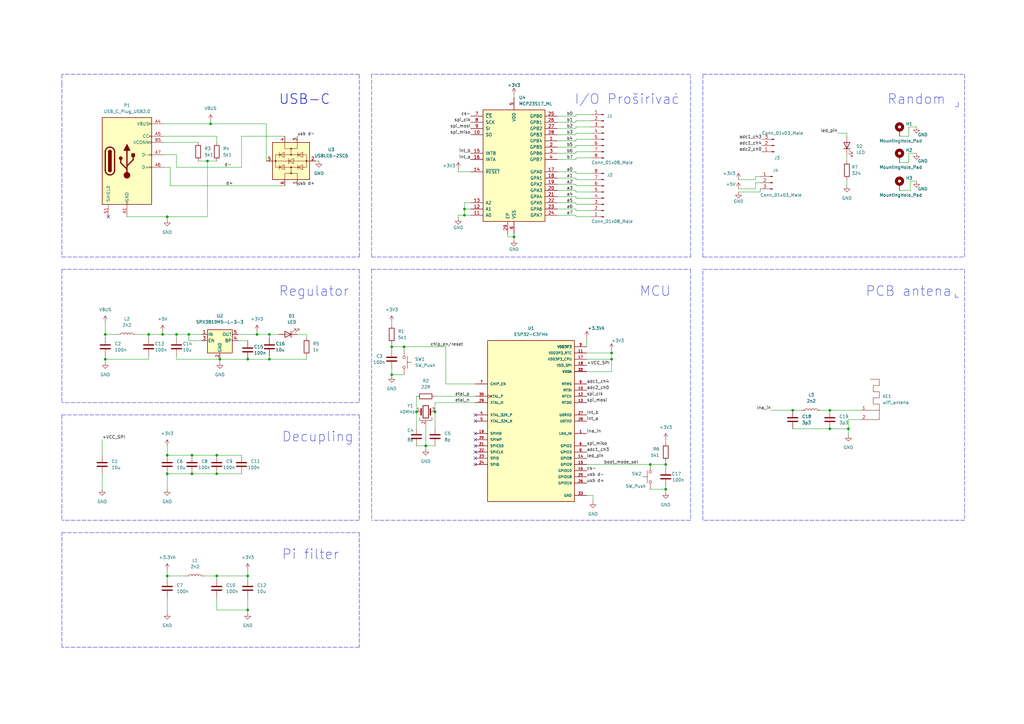
<source format=kicad_sch>
(kicad_sch (version 20211123) (generator eeschema)

  (uuid 31154c54-8ecc-4613-b9b2-5b1b0f084c25)

  (paper "A3")

  (title_block
    (title "ESP32-C3 dev board")
    (date "2023-02-07")
    (rev "0.1")
    (company "Dorian Vidović")
  )

  (lib_symbols
    (symbol "Connector:Conn_01x03_Male" (pin_names (offset 1.016) hide) (in_bom yes) (on_board yes)
      (property "Reference" "J" (id 0) (at 0 5.08 0)
        (effects (font (size 1.27 1.27)))
      )
      (property "Value" "Conn_01x03_Male" (id 1) (at 0 -5.08 0)
        (effects (font (size 1.27 1.27)))
      )
      (property "Footprint" "" (id 2) (at 0 0 0)
        (effects (font (size 1.27 1.27)) hide)
      )
      (property "Datasheet" "~" (id 3) (at 0 0 0)
        (effects (font (size 1.27 1.27)) hide)
      )
      (property "ki_keywords" "connector" (id 4) (at 0 0 0)
        (effects (font (size 1.27 1.27)) hide)
      )
      (property "ki_description" "Generic connector, single row, 01x03, script generated (kicad-library-utils/schlib/autogen/connector/)" (id 5) (at 0 0 0)
        (effects (font (size 1.27 1.27)) hide)
      )
      (property "ki_fp_filters" "Connector*:*_1x??_*" (id 6) (at 0 0 0)
        (effects (font (size 1.27 1.27)) hide)
      )
      (symbol "Conn_01x03_Male_1_1"
        (polyline
          (pts
            (xy 1.27 -2.54)
            (xy 0.8636 -2.54)
          )
          (stroke (width 0.1524) (type default) (color 0 0 0 0))
          (fill (type none))
        )
        (polyline
          (pts
            (xy 1.27 0)
            (xy 0.8636 0)
          )
          (stroke (width 0.1524) (type default) (color 0 0 0 0))
          (fill (type none))
        )
        (polyline
          (pts
            (xy 1.27 2.54)
            (xy 0.8636 2.54)
          )
          (stroke (width 0.1524) (type default) (color 0 0 0 0))
          (fill (type none))
        )
        (rectangle (start 0.8636 -2.413) (end 0 -2.667)
          (stroke (width 0.1524) (type default) (color 0 0 0 0))
          (fill (type outline))
        )
        (rectangle (start 0.8636 0.127) (end 0 -0.127)
          (stroke (width 0.1524) (type default) (color 0 0 0 0))
          (fill (type outline))
        )
        (rectangle (start 0.8636 2.667) (end 0 2.413)
          (stroke (width 0.1524) (type default) (color 0 0 0 0))
          (fill (type outline))
        )
        (pin passive line (at 5.08 2.54 180) (length 3.81)
          (name "Pin_1" (effects (font (size 1.27 1.27))))
          (number "1" (effects (font (size 1.27 1.27))))
        )
        (pin passive line (at 5.08 0 180) (length 3.81)
          (name "Pin_2" (effects (font (size 1.27 1.27))))
          (number "2" (effects (font (size 1.27 1.27))))
        )
        (pin passive line (at 5.08 -2.54 180) (length 3.81)
          (name "Pin_3" (effects (font (size 1.27 1.27))))
          (number "3" (effects (font (size 1.27 1.27))))
        )
      )
    )
    (symbol "Connector:Conn_01x08_Male" (pin_names (offset 1.016) hide) (in_bom yes) (on_board yes)
      (property "Reference" "J" (id 0) (at 0 10.16 0)
        (effects (font (size 1.27 1.27)))
      )
      (property "Value" "Conn_01x08_Male" (id 1) (at 0 -12.7 0)
        (effects (font (size 1.27 1.27)))
      )
      (property "Footprint" "" (id 2) (at 0 0 0)
        (effects (font (size 1.27 1.27)) hide)
      )
      (property "Datasheet" "~" (id 3) (at 0 0 0)
        (effects (font (size 1.27 1.27)) hide)
      )
      (property "ki_keywords" "connector" (id 4) (at 0 0 0)
        (effects (font (size 1.27 1.27)) hide)
      )
      (property "ki_description" "Generic connector, single row, 01x08, script generated (kicad-library-utils/schlib/autogen/connector/)" (id 5) (at 0 0 0)
        (effects (font (size 1.27 1.27)) hide)
      )
      (property "ki_fp_filters" "Connector*:*_1x??_*" (id 6) (at 0 0 0)
        (effects (font (size 1.27 1.27)) hide)
      )
      (symbol "Conn_01x08_Male_1_1"
        (polyline
          (pts
            (xy 1.27 -10.16)
            (xy 0.8636 -10.16)
          )
          (stroke (width 0.1524) (type default) (color 0 0 0 0))
          (fill (type none))
        )
        (polyline
          (pts
            (xy 1.27 -7.62)
            (xy 0.8636 -7.62)
          )
          (stroke (width 0.1524) (type default) (color 0 0 0 0))
          (fill (type none))
        )
        (polyline
          (pts
            (xy 1.27 -5.08)
            (xy 0.8636 -5.08)
          )
          (stroke (width 0.1524) (type default) (color 0 0 0 0))
          (fill (type none))
        )
        (polyline
          (pts
            (xy 1.27 -2.54)
            (xy 0.8636 -2.54)
          )
          (stroke (width 0.1524) (type default) (color 0 0 0 0))
          (fill (type none))
        )
        (polyline
          (pts
            (xy 1.27 0)
            (xy 0.8636 0)
          )
          (stroke (width 0.1524) (type default) (color 0 0 0 0))
          (fill (type none))
        )
        (polyline
          (pts
            (xy 1.27 2.54)
            (xy 0.8636 2.54)
          )
          (stroke (width 0.1524) (type default) (color 0 0 0 0))
          (fill (type none))
        )
        (polyline
          (pts
            (xy 1.27 5.08)
            (xy 0.8636 5.08)
          )
          (stroke (width 0.1524) (type default) (color 0 0 0 0))
          (fill (type none))
        )
        (polyline
          (pts
            (xy 1.27 7.62)
            (xy 0.8636 7.62)
          )
          (stroke (width 0.1524) (type default) (color 0 0 0 0))
          (fill (type none))
        )
        (rectangle (start 0.8636 -10.033) (end 0 -10.287)
          (stroke (width 0.1524) (type default) (color 0 0 0 0))
          (fill (type outline))
        )
        (rectangle (start 0.8636 -7.493) (end 0 -7.747)
          (stroke (width 0.1524) (type default) (color 0 0 0 0))
          (fill (type outline))
        )
        (rectangle (start 0.8636 -4.953) (end 0 -5.207)
          (stroke (width 0.1524) (type default) (color 0 0 0 0))
          (fill (type outline))
        )
        (rectangle (start 0.8636 -2.413) (end 0 -2.667)
          (stroke (width 0.1524) (type default) (color 0 0 0 0))
          (fill (type outline))
        )
        (rectangle (start 0.8636 0.127) (end 0 -0.127)
          (stroke (width 0.1524) (type default) (color 0 0 0 0))
          (fill (type outline))
        )
        (rectangle (start 0.8636 2.667) (end 0 2.413)
          (stroke (width 0.1524) (type default) (color 0 0 0 0))
          (fill (type outline))
        )
        (rectangle (start 0.8636 5.207) (end 0 4.953)
          (stroke (width 0.1524) (type default) (color 0 0 0 0))
          (fill (type outline))
        )
        (rectangle (start 0.8636 7.747) (end 0 7.493)
          (stroke (width 0.1524) (type default) (color 0 0 0 0))
          (fill (type outline))
        )
        (pin passive line (at 5.08 7.62 180) (length 3.81)
          (name "Pin_1" (effects (font (size 1.27 1.27))))
          (number "1" (effects (font (size 1.27 1.27))))
        )
        (pin passive line (at 5.08 5.08 180) (length 3.81)
          (name "Pin_2" (effects (font (size 1.27 1.27))))
          (number "2" (effects (font (size 1.27 1.27))))
        )
        (pin passive line (at 5.08 2.54 180) (length 3.81)
          (name "Pin_3" (effects (font (size 1.27 1.27))))
          (number "3" (effects (font (size 1.27 1.27))))
        )
        (pin passive line (at 5.08 0 180) (length 3.81)
          (name "Pin_4" (effects (font (size 1.27 1.27))))
          (number "4" (effects (font (size 1.27 1.27))))
        )
        (pin passive line (at 5.08 -2.54 180) (length 3.81)
          (name "Pin_5" (effects (font (size 1.27 1.27))))
          (number "5" (effects (font (size 1.27 1.27))))
        )
        (pin passive line (at 5.08 -5.08 180) (length 3.81)
          (name "Pin_6" (effects (font (size 1.27 1.27))))
          (number "6" (effects (font (size 1.27 1.27))))
        )
        (pin passive line (at 5.08 -7.62 180) (length 3.81)
          (name "Pin_7" (effects (font (size 1.27 1.27))))
          (number "7" (effects (font (size 1.27 1.27))))
        )
        (pin passive line (at 5.08 -10.16 180) (length 3.81)
          (name "Pin_8" (effects (font (size 1.27 1.27))))
          (number "8" (effects (font (size 1.27 1.27))))
        )
      )
    )
    (symbol "Connector:USB_C_Plug_USB2.0" (pin_names (offset 1.016)) (in_bom yes) (on_board yes)
      (property "Reference" "P" (id 0) (at -10.16 19.05 0)
        (effects (font (size 1.27 1.27)) (justify left))
      )
      (property "Value" "USB_C_Plug_USB2.0" (id 1) (at 12.7 19.05 0)
        (effects (font (size 1.27 1.27)) (justify right))
      )
      (property "Footprint" "" (id 2) (at 3.81 0 0)
        (effects (font (size 1.27 1.27)) hide)
      )
      (property "Datasheet" "https://www.usb.org/sites/default/files/documents/usb_type-c.zip" (id 3) (at 3.81 0 0)
        (effects (font (size 1.27 1.27)) hide)
      )
      (property "ki_keywords" "usb universal serial bus type-C USB2.0" (id 4) (at 0 0 0)
        (effects (font (size 1.27 1.27)) hide)
      )
      (property "ki_description" "USB 2.0-only Type-C Plug connector" (id 5) (at 0 0 0)
        (effects (font (size 1.27 1.27)) hide)
      )
      (property "ki_fp_filters" "USB*C*Plug*" (id 6) (at 0 0 0)
        (effects (font (size 1.27 1.27)) hide)
      )
      (symbol "USB_C_Plug_USB2.0_0_0"
        (rectangle (start -0.254 -17.78) (end 0.254 -16.764)
          (stroke (width 0) (type default) (color 0 0 0 0))
          (fill (type none))
        )
        (rectangle (start 10.16 -2.286) (end 9.144 -2.794)
          (stroke (width 0) (type default) (color 0 0 0 0))
          (fill (type none))
        )
        (rectangle (start 10.16 2.794) (end 9.144 2.286)
          (stroke (width 0) (type default) (color 0 0 0 0))
          (fill (type none))
        )
        (rectangle (start 10.16 7.874) (end 9.144 7.366)
          (stroke (width 0) (type default) (color 0 0 0 0))
          (fill (type none))
        )
        (rectangle (start 10.16 10.414) (end 9.144 9.906)
          (stroke (width 0) (type default) (color 0 0 0 0))
          (fill (type none))
        )
        (rectangle (start 10.16 15.494) (end 9.144 14.986)
          (stroke (width 0) (type default) (color 0 0 0 0))
          (fill (type none))
        )
      )
      (symbol "USB_C_Plug_USB2.0_0_1"
        (rectangle (start -10.16 17.78) (end 10.16 -17.78)
          (stroke (width 0.254) (type default) (color 0 0 0 0))
          (fill (type background))
        )
        (arc (start -8.89 -3.81) (mid -6.985 -5.715) (end -5.08 -3.81)
          (stroke (width 0.508) (type default) (color 0 0 0 0))
          (fill (type none))
        )
        (arc (start -7.62 -3.81) (mid -6.985 -4.445) (end -6.35 -3.81)
          (stroke (width 0.254) (type default) (color 0 0 0 0))
          (fill (type none))
        )
        (arc (start -7.62 -3.81) (mid -6.985 -4.445) (end -6.35 -3.81)
          (stroke (width 0.254) (type default) (color 0 0 0 0))
          (fill (type outline))
        )
        (rectangle (start -7.62 -3.81) (end -6.35 3.81)
          (stroke (width 0.254) (type default) (color 0 0 0 0))
          (fill (type outline))
        )
        (arc (start -6.35 3.81) (mid -6.985 4.445) (end -7.62 3.81)
          (stroke (width 0.254) (type default) (color 0 0 0 0))
          (fill (type none))
        )
        (arc (start -6.35 3.81) (mid -6.985 4.445) (end -7.62 3.81)
          (stroke (width 0.254) (type default) (color 0 0 0 0))
          (fill (type outline))
        )
        (arc (start -5.08 3.81) (mid -6.985 5.715) (end -8.89 3.81)
          (stroke (width 0.508) (type default) (color 0 0 0 0))
          (fill (type none))
        )
        (circle (center -2.54 1.143) (radius 0.635)
          (stroke (width 0.254) (type default) (color 0 0 0 0))
          (fill (type outline))
        )
        (circle (center 0 -5.842) (radius 1.27)
          (stroke (width 0) (type default) (color 0 0 0 0))
          (fill (type outline))
        )
        (polyline
          (pts
            (xy -8.89 -3.81)
            (xy -8.89 3.81)
          )
          (stroke (width 0.508) (type default) (color 0 0 0 0))
          (fill (type none))
        )
        (polyline
          (pts
            (xy -5.08 3.81)
            (xy -5.08 -3.81)
          )
          (stroke (width 0.508) (type default) (color 0 0 0 0))
          (fill (type none))
        )
        (polyline
          (pts
            (xy 0 -5.842)
            (xy 0 4.318)
          )
          (stroke (width 0.508) (type default) (color 0 0 0 0))
          (fill (type none))
        )
        (polyline
          (pts
            (xy 0 -3.302)
            (xy -2.54 -0.762)
            (xy -2.54 0.508)
          )
          (stroke (width 0.508) (type default) (color 0 0 0 0))
          (fill (type none))
        )
        (polyline
          (pts
            (xy 0 -2.032)
            (xy 2.54 0.508)
            (xy 2.54 1.778)
          )
          (stroke (width 0.508) (type default) (color 0 0 0 0))
          (fill (type none))
        )
        (polyline
          (pts
            (xy -1.27 4.318)
            (xy 0 6.858)
            (xy 1.27 4.318)
            (xy -1.27 4.318)
          )
          (stroke (width 0.254) (type default) (color 0 0 0 0))
          (fill (type outline))
        )
        (rectangle (start 1.905 1.778) (end 3.175 3.048)
          (stroke (width 0.254) (type default) (color 0 0 0 0))
          (fill (type outline))
        )
      )
      (symbol "USB_C_Plug_USB2.0_1_1"
        (pin passive line (at 0 -22.86 90) (length 5.08)
          (name "GND" (effects (font (size 1.27 1.27))))
          (number "A1" (effects (font (size 1.27 1.27))))
        )
        (pin passive line (at 0 -22.86 90) (length 5.08) hide
          (name "GND" (effects (font (size 1.27 1.27))))
          (number "A12" (effects (font (size 1.27 1.27))))
        )
        (pin passive line (at 15.24 15.24 180) (length 5.08)
          (name "VBUS" (effects (font (size 1.27 1.27))))
          (number "A4" (effects (font (size 1.27 1.27))))
        )
        (pin bidirectional line (at 15.24 10.16 180) (length 5.08)
          (name "CC" (effects (font (size 1.27 1.27))))
          (number "A5" (effects (font (size 1.27 1.27))))
        )
        (pin bidirectional line (at 15.24 -2.54 180) (length 5.08)
          (name "D+" (effects (font (size 1.27 1.27))))
          (number "A6" (effects (font (size 1.27 1.27))))
        )
        (pin bidirectional line (at 15.24 2.54 180) (length 5.08)
          (name "D-" (effects (font (size 1.27 1.27))))
          (number "A7" (effects (font (size 1.27 1.27))))
        )
        (pin passive line (at 15.24 15.24 180) (length 5.08) hide
          (name "VBUS" (effects (font (size 1.27 1.27))))
          (number "A9" (effects (font (size 1.27 1.27))))
        )
        (pin passive line (at 0 -22.86 90) (length 5.08) hide
          (name "GND" (effects (font (size 1.27 1.27))))
          (number "B1" (effects (font (size 1.27 1.27))))
        )
        (pin passive line (at 0 -22.86 90) (length 5.08) hide
          (name "GND" (effects (font (size 1.27 1.27))))
          (number "B12" (effects (font (size 1.27 1.27))))
        )
        (pin passive line (at 15.24 15.24 180) (length 5.08) hide
          (name "VBUS" (effects (font (size 1.27 1.27))))
          (number "B4" (effects (font (size 1.27 1.27))))
        )
        (pin bidirectional line (at 15.24 7.62 180) (length 5.08)
          (name "VCONN" (effects (font (size 1.27 1.27))))
          (number "B5" (effects (font (size 1.27 1.27))))
        )
        (pin passive line (at 15.24 15.24 180) (length 5.08) hide
          (name "VBUS" (effects (font (size 1.27 1.27))))
          (number "B9" (effects (font (size 1.27 1.27))))
        )
        (pin passive line (at -7.62 -22.86 90) (length 5.08)
          (name "SHIELD" (effects (font (size 1.27 1.27))))
          (number "S1" (effects (font (size 1.27 1.27))))
        )
      )
    )
    (symbol "Device:C" (pin_numbers hide) (pin_names (offset 0.254)) (in_bom yes) (on_board yes)
      (property "Reference" "C" (id 0) (at 0.635 2.54 0)
        (effects (font (size 1.27 1.27)) (justify left))
      )
      (property "Value" "C" (id 1) (at 0.635 -2.54 0)
        (effects (font (size 1.27 1.27)) (justify left))
      )
      (property "Footprint" "" (id 2) (at 0.9652 -3.81 0)
        (effects (font (size 1.27 1.27)) hide)
      )
      (property "Datasheet" "~" (id 3) (at 0 0 0)
        (effects (font (size 1.27 1.27)) hide)
      )
      (property "ki_keywords" "cap capacitor" (id 4) (at 0 0 0)
        (effects (font (size 1.27 1.27)) hide)
      )
      (property "ki_description" "Unpolarized capacitor" (id 5) (at 0 0 0)
        (effects (font (size 1.27 1.27)) hide)
      )
      (property "ki_fp_filters" "C_*" (id 6) (at 0 0 0)
        (effects (font (size 1.27 1.27)) hide)
      )
      (symbol "C_0_1"
        (polyline
          (pts
            (xy -2.032 -0.762)
            (xy 2.032 -0.762)
          )
          (stroke (width 0.508) (type default) (color 0 0 0 0))
          (fill (type none))
        )
        (polyline
          (pts
            (xy -2.032 0.762)
            (xy 2.032 0.762)
          )
          (stroke (width 0.508) (type default) (color 0 0 0 0))
          (fill (type none))
        )
      )
      (symbol "C_1_1"
        (pin passive line (at 0 3.81 270) (length 2.794)
          (name "~" (effects (font (size 1.27 1.27))))
          (number "1" (effects (font (size 1.27 1.27))))
        )
        (pin passive line (at 0 -3.81 90) (length 2.794)
          (name "~" (effects (font (size 1.27 1.27))))
          (number "2" (effects (font (size 1.27 1.27))))
        )
      )
    )
    (symbol "Device:Crystal_GND2" (pin_names (offset 1.016) hide) (in_bom yes) (on_board yes)
      (property "Reference" "Y" (id 0) (at 0 5.715 0)
        (effects (font (size 1.27 1.27)))
      )
      (property "Value" "Crystal_GND2" (id 1) (at 0 3.81 0)
        (effects (font (size 1.27 1.27)))
      )
      (property "Footprint" "" (id 2) (at 0 0 0)
        (effects (font (size 1.27 1.27)) hide)
      )
      (property "Datasheet" "~" (id 3) (at 0 0 0)
        (effects (font (size 1.27 1.27)) hide)
      )
      (property "ki_keywords" "quartz ceramic resonator oscillator" (id 4) (at 0 0 0)
        (effects (font (size 1.27 1.27)) hide)
      )
      (property "ki_description" "Three pin crystal, GND on pin 2" (id 5) (at 0 0 0)
        (effects (font (size 1.27 1.27)) hide)
      )
      (property "ki_fp_filters" "Crystal*" (id 6) (at 0 0 0)
        (effects (font (size 1.27 1.27)) hide)
      )
      (symbol "Crystal_GND2_0_1"
        (rectangle (start -1.143 2.54) (end 1.143 -2.54)
          (stroke (width 0.3048) (type default) (color 0 0 0 0))
          (fill (type none))
        )
        (polyline
          (pts
            (xy -2.54 0)
            (xy -1.905 0)
          )
          (stroke (width 0) (type default) (color 0 0 0 0))
          (fill (type none))
        )
        (polyline
          (pts
            (xy -1.905 -1.27)
            (xy -1.905 1.27)
          )
          (stroke (width 0.508) (type default) (color 0 0 0 0))
          (fill (type none))
        )
        (polyline
          (pts
            (xy 0 -3.81)
            (xy 0 -3.556)
          )
          (stroke (width 0) (type default) (color 0 0 0 0))
          (fill (type none))
        )
        (polyline
          (pts
            (xy 1.905 0)
            (xy 2.54 0)
          )
          (stroke (width 0) (type default) (color 0 0 0 0))
          (fill (type none))
        )
        (polyline
          (pts
            (xy 1.905 1.27)
            (xy 1.905 -1.27)
          )
          (stroke (width 0.508) (type default) (color 0 0 0 0))
          (fill (type none))
        )
        (polyline
          (pts
            (xy -2.54 -2.286)
            (xy -2.54 -3.556)
            (xy 2.54 -3.556)
            (xy 2.54 -2.286)
          )
          (stroke (width 0) (type default) (color 0 0 0 0))
          (fill (type none))
        )
      )
      (symbol "Crystal_GND2_1_1"
        (pin passive line (at -3.81 0 0) (length 1.27)
          (name "1" (effects (font (size 1.27 1.27))))
          (number "1" (effects (font (size 1.27 1.27))))
        )
        (pin passive line (at 0 -5.08 90) (length 1.27)
          (name "2" (effects (font (size 1.27 1.27))))
          (number "2" (effects (font (size 1.27 1.27))))
        )
        (pin passive line (at 3.81 0 180) (length 1.27)
          (name "3" (effects (font (size 1.27 1.27))))
          (number "3" (effects (font (size 1.27 1.27))))
        )
      )
    )
    (symbol "Device:L" (pin_numbers hide) (pin_names (offset 1.016) hide) (in_bom yes) (on_board yes)
      (property "Reference" "L" (id 0) (at -1.27 0 90)
        (effects (font (size 1.27 1.27)))
      )
      (property "Value" "L" (id 1) (at 1.905 0 90)
        (effects (font (size 1.27 1.27)))
      )
      (property "Footprint" "" (id 2) (at 0 0 0)
        (effects (font (size 1.27 1.27)) hide)
      )
      (property "Datasheet" "~" (id 3) (at 0 0 0)
        (effects (font (size 1.27 1.27)) hide)
      )
      (property "ki_keywords" "inductor choke coil reactor magnetic" (id 4) (at 0 0 0)
        (effects (font (size 1.27 1.27)) hide)
      )
      (property "ki_description" "Inductor" (id 5) (at 0 0 0)
        (effects (font (size 1.27 1.27)) hide)
      )
      (property "ki_fp_filters" "Choke_* *Coil* Inductor_* L_*" (id 6) (at 0 0 0)
        (effects (font (size 1.27 1.27)) hide)
      )
      (symbol "L_0_1"
        (arc (start 0 -2.54) (mid 0.635 -1.905) (end 0 -1.27)
          (stroke (width 0) (type default) (color 0 0 0 0))
          (fill (type none))
        )
        (arc (start 0 -1.27) (mid 0.635 -0.635) (end 0 0)
          (stroke (width 0) (type default) (color 0 0 0 0))
          (fill (type none))
        )
        (arc (start 0 0) (mid 0.635 0.635) (end 0 1.27)
          (stroke (width 0) (type default) (color 0 0 0 0))
          (fill (type none))
        )
        (arc (start 0 1.27) (mid 0.635 1.905) (end 0 2.54)
          (stroke (width 0) (type default) (color 0 0 0 0))
          (fill (type none))
        )
      )
      (symbol "L_1_1"
        (pin passive line (at 0 3.81 270) (length 1.27)
          (name "1" (effects (font (size 1.27 1.27))))
          (number "1" (effects (font (size 1.27 1.27))))
        )
        (pin passive line (at 0 -3.81 90) (length 1.27)
          (name "2" (effects (font (size 1.27 1.27))))
          (number "2" (effects (font (size 1.27 1.27))))
        )
      )
    )
    (symbol "Device:LED" (pin_numbers hide) (pin_names (offset 1.016) hide) (in_bom yes) (on_board yes)
      (property "Reference" "D" (id 0) (at 0 2.54 0)
        (effects (font (size 1.27 1.27)))
      )
      (property "Value" "LED" (id 1) (at 0 -2.54 0)
        (effects (font (size 1.27 1.27)))
      )
      (property "Footprint" "" (id 2) (at 0 0 0)
        (effects (font (size 1.27 1.27)) hide)
      )
      (property "Datasheet" "~" (id 3) (at 0 0 0)
        (effects (font (size 1.27 1.27)) hide)
      )
      (property "ki_keywords" "LED diode" (id 4) (at 0 0 0)
        (effects (font (size 1.27 1.27)) hide)
      )
      (property "ki_description" "Light emitting diode" (id 5) (at 0 0 0)
        (effects (font (size 1.27 1.27)) hide)
      )
      (property "ki_fp_filters" "LED* LED_SMD:* LED_THT:*" (id 6) (at 0 0 0)
        (effects (font (size 1.27 1.27)) hide)
      )
      (symbol "LED_0_1"
        (polyline
          (pts
            (xy -1.27 -1.27)
            (xy -1.27 1.27)
          )
          (stroke (width 0.254) (type default) (color 0 0 0 0))
          (fill (type none))
        )
        (polyline
          (pts
            (xy -1.27 0)
            (xy 1.27 0)
          )
          (stroke (width 0) (type default) (color 0 0 0 0))
          (fill (type none))
        )
        (polyline
          (pts
            (xy 1.27 -1.27)
            (xy 1.27 1.27)
            (xy -1.27 0)
            (xy 1.27 -1.27)
          )
          (stroke (width 0.254) (type default) (color 0 0 0 0))
          (fill (type none))
        )
        (polyline
          (pts
            (xy -3.048 -0.762)
            (xy -4.572 -2.286)
            (xy -3.81 -2.286)
            (xy -4.572 -2.286)
            (xy -4.572 -1.524)
          )
          (stroke (width 0) (type default) (color 0 0 0 0))
          (fill (type none))
        )
        (polyline
          (pts
            (xy -1.778 -0.762)
            (xy -3.302 -2.286)
            (xy -2.54 -2.286)
            (xy -3.302 -2.286)
            (xy -3.302 -1.524)
          )
          (stroke (width 0) (type default) (color 0 0 0 0))
          (fill (type none))
        )
      )
      (symbol "LED_1_1"
        (pin passive line (at -3.81 0 0) (length 2.54)
          (name "K" (effects (font (size 1.27 1.27))))
          (number "1" (effects (font (size 1.27 1.27))))
        )
        (pin passive line (at 3.81 0 180) (length 2.54)
          (name "A" (effects (font (size 1.27 1.27))))
          (number "2" (effects (font (size 1.27 1.27))))
        )
      )
    )
    (symbol "Device:R" (pin_numbers hide) (pin_names (offset 0)) (in_bom yes) (on_board yes)
      (property "Reference" "R" (id 0) (at 2.032 0 90)
        (effects (font (size 1.27 1.27)))
      )
      (property "Value" "R" (id 1) (at 0 0 90)
        (effects (font (size 1.27 1.27)))
      )
      (property "Footprint" "" (id 2) (at -1.778 0 90)
        (effects (font (size 1.27 1.27)) hide)
      )
      (property "Datasheet" "~" (id 3) (at 0 0 0)
        (effects (font (size 1.27 1.27)) hide)
      )
      (property "ki_keywords" "R res resistor" (id 4) (at 0 0 0)
        (effects (font (size 1.27 1.27)) hide)
      )
      (property "ki_description" "Resistor" (id 5) (at 0 0 0)
        (effects (font (size 1.27 1.27)) hide)
      )
      (property "ki_fp_filters" "R_*" (id 6) (at 0 0 0)
        (effects (font (size 1.27 1.27)) hide)
      )
      (symbol "R_0_1"
        (rectangle (start -1.016 -2.54) (end 1.016 2.54)
          (stroke (width 0.254) (type default) (color 0 0 0 0))
          (fill (type none))
        )
      )
      (symbol "R_1_1"
        (pin passive line (at 0 3.81 270) (length 1.27)
          (name "~" (effects (font (size 1.27 1.27))))
          (number "1" (effects (font (size 1.27 1.27))))
        )
        (pin passive line (at 0 -3.81 90) (length 1.27)
          (name "~" (effects (font (size 1.27 1.27))))
          (number "2" (effects (font (size 1.27 1.27))))
        )
      )
    )
    (symbol "ESP32-C3FH4:ESP32-C3FH4" (pin_names (offset 1.016)) (in_bom yes) (on_board yes)
      (property "Reference" "U" (id 0) (at -17.78 33.782 0)
        (effects (font (size 1.27 1.27)) (justify left bottom))
      )
      (property "Value" "ESP32-C3FH4" (id 1) (at -17.78 -33.782 0)
        (effects (font (size 1.27 1.27)) (justify left top))
      )
      (property "Footprint" "QFN50P500X500X90-33N" (id 2) (at 0 0 0)
        (effects (font (size 1.27 1.27)) (justify bottom) hide)
      )
      (property "Datasheet" "" (id 3) (at 0 0 0)
        (effects (font (size 1.27 1.27)) hide)
      )
      (property "STANDARD" "IPC 7351B" (id 4) (at 0 0 0)
        (effects (font (size 1.27 1.27)) (justify bottom) hide)
      )
      (property "MANUFACTURER" "Espressif" (id 5) (at 0 0 0)
        (effects (font (size 1.27 1.27)) (justify bottom) hide)
      )
      (property "PARTREV" "V1.0" (id 6) (at 0 0 0)
        (effects (font (size 1.27 1.27)) (justify bottom) hide)
      )
      (property "MAXIMUM_PACKAGE_HEIGHT" "0.9mm" (id 7) (at 0 0 0)
        (effects (font (size 1.27 1.27)) (justify bottom) hide)
      )
      (symbol "ESP32-C3FH4_0_0"
        (rectangle (start -17.78 -33.02) (end 17.78 33.02)
          (stroke (width 0.254) (type default) (color 0 0 0 0))
          (fill (type background))
        )
        (pin bidirectional line (at 22.86 -5.08 180) (length 5.08)
          (name "LNA_IN" (effects (font (size 1.016 1.016))))
          (number "1" (effects (font (size 1.016 1.016))))
        )
        (pin bidirectional line (at 22.86 12.7 180) (length 5.08)
          (name "MTDI" (effects (font (size 1.016 1.016))))
          (number "10" (effects (font (size 1.016 1.016))))
        )
        (pin power_in line (at 22.86 27.94 180) (length 5.08)
          (name "VDD3P3_RTC" (effects (font (size 1.016 1.016))))
          (number "11" (effects (font (size 1.016 1.016))))
        )
        (pin bidirectional line (at 22.86 10.16 180) (length 5.08)
          (name "MTCK" (effects (font (size 1.016 1.016))))
          (number "12" (effects (font (size 1.016 1.016))))
        )
        (pin bidirectional line (at 22.86 7.62 180) (length 5.08)
          (name "MTDO" (effects (font (size 1.016 1.016))))
          (number "13" (effects (font (size 1.016 1.016))))
        )
        (pin bidirectional line (at 22.86 -15.24 180) (length 5.08)
          (name "GPIO8" (effects (font (size 1.016 1.016))))
          (number "14" (effects (font (size 1.016 1.016))))
        )
        (pin bidirectional line (at 22.86 -17.78 180) (length 5.08)
          (name "GPIO9" (effects (font (size 1.016 1.016))))
          (number "15" (effects (font (size 1.016 1.016))))
        )
        (pin bidirectional line (at 22.86 -20.32 180) (length 5.08)
          (name "GPIO10" (effects (font (size 1.016 1.016))))
          (number "16" (effects (font (size 1.016 1.016))))
        )
        (pin power_in line (at 22.86 25.4 180) (length 5.08)
          (name "VDD3P3_CPU" (effects (font (size 1.016 1.016))))
          (number "17" (effects (font (size 1.016 1.016))))
        )
        (pin power_in line (at 22.86 22.86 180) (length 5.08)
          (name "VDD_SPI" (effects (font (size 1.016 1.016))))
          (number "18" (effects (font (size 1.016 1.016))))
        )
        (pin bidirectional line (at -22.86 -5.08 0) (length 5.08)
          (name "SPIHD" (effects (font (size 1.016 1.016))))
          (number "19" (effects (font (size 1.016 1.016))))
        )
        (pin power_in line (at 22.86 30.48 180) (length 5.08)
          (name "VDD3P3" (effects (font (size 1.016 1.016))))
          (number "2" (effects (font (size 1.016 1.016))))
        )
        (pin bidirectional line (at -22.86 -7.62 0) (length 5.08)
          (name "SPIWP" (effects (font (size 1.016 1.016))))
          (number "20" (effects (font (size 1.016 1.016))))
        )
        (pin bidirectional line (at -22.86 -10.16 0) (length 5.08)
          (name "SPICS0" (effects (font (size 1.016 1.016))))
          (number "21" (effects (font (size 1.016 1.016))))
        )
        (pin bidirectional line (at -22.86 -12.7 0) (length 5.08)
          (name "SPICLK" (effects (font (size 1.016 1.016))))
          (number "22" (effects (font (size 1.016 1.016))))
        )
        (pin bidirectional line (at -22.86 -15.24 0) (length 5.08)
          (name "SPID" (effects (font (size 1.016 1.016))))
          (number "23" (effects (font (size 1.016 1.016))))
        )
        (pin bidirectional line (at -22.86 -17.78 0) (length 5.08)
          (name "SPIQ" (effects (font (size 1.016 1.016))))
          (number "24" (effects (font (size 1.016 1.016))))
        )
        (pin bidirectional line (at 22.86 -22.86 180) (length 5.08)
          (name "GPIO18" (effects (font (size 1.016 1.016))))
          (number "25" (effects (font (size 1.016 1.016))))
        )
        (pin bidirectional line (at 22.86 -25.4 180) (length 5.08)
          (name "GPIO19" (effects (font (size 1.016 1.016))))
          (number "26" (effects (font (size 1.016 1.016))))
        )
        (pin bidirectional line (at 22.86 2.54 180) (length 5.08)
          (name "U0RXD" (effects (font (size 1.016 1.016))))
          (number "27" (effects (font (size 1.016 1.016))))
        )
        (pin bidirectional line (at 22.86 0 180) (length 5.08)
          (name "U0TXD" (effects (font (size 1.016 1.016))))
          (number "28" (effects (font (size 1.016 1.016))))
        )
        (pin output line (at -22.86 7.62 0) (length 5.08)
          (name "XTAL_N" (effects (font (size 1.016 1.016))))
          (number "29" (effects (font (size 1.016 1.016))))
        )
        (pin power_in line (at 22.86 30.48 180) (length 5.08)
          (name "VDD3P3" (effects (font (size 1.016 1.016))))
          (number "3" (effects (font (size 1.016 1.016))))
        )
        (pin input clock (at -22.86 10.16 0) (length 5.08)
          (name "XTAL_P" (effects (font (size 1.016 1.016))))
          (number "30" (effects (font (size 1.016 1.016))))
        )
        (pin power_in line (at 22.86 20.32 180) (length 5.08)
          (name "VDDA" (effects (font (size 1.016 1.016))))
          (number "31" (effects (font (size 1.016 1.016))))
        )
        (pin power_in line (at 22.86 20.32 180) (length 5.08)
          (name "VDDA" (effects (font (size 1.016 1.016))))
          (number "32" (effects (font (size 1.016 1.016))))
        )
        (pin power_in line (at 22.86 -30.48 180) (length 5.08)
          (name "GND" (effects (font (size 1.016 1.016))))
          (number "33" (effects (font (size 1.016 1.016))))
        )
        (pin bidirectional line (at -22.86 2.54 0) (length 5.08)
          (name "XTAL_32K_P" (effects (font (size 1.016 1.016))))
          (number "4" (effects (font (size 1.016 1.016))))
        )
        (pin bidirectional line (at -22.86 0 0) (length 5.08)
          (name "XTAL_32K_N" (effects (font (size 1.016 1.016))))
          (number "5" (effects (font (size 1.016 1.016))))
        )
        (pin bidirectional line (at 22.86 -10.16 180) (length 5.08)
          (name "GPIO2" (effects (font (size 1.016 1.016))))
          (number "6" (effects (font (size 1.016 1.016))))
        )
        (pin input line (at -22.86 15.24 0) (length 5.08)
          (name "CHIP_EN" (effects (font (size 1.016 1.016))))
          (number "7" (effects (font (size 1.016 1.016))))
        )
        (pin bidirectional line (at 22.86 -12.7 180) (length 5.08)
          (name "GPIO3" (effects (font (size 1.016 1.016))))
          (number "8" (effects (font (size 1.016 1.016))))
        )
        (pin bidirectional line (at 22.86 15.24 180) (length 5.08)
          (name "MTMS" (effects (font (size 1.016 1.016))))
          (number "9" (effects (font (size 1.016 1.016))))
        )
      )
    )
    (symbol "Interface_Expansion:MCP23S17_ML" (pin_names (offset 1.016)) (in_bom yes) (on_board yes)
      (property "Reference" "U" (id 0) (at -11.43 24.13 0)
        (effects (font (size 1.27 1.27)))
      )
      (property "Value" "MCP23S17_ML" (id 1) (at 0 0 0)
        (effects (font (size 1.27 1.27)))
      )
      (property "Footprint" "Package_DFN_QFN:QFN-28-1EP_6x6mm_P0.65mm_EP4.25x4.25mm" (id 2) (at 5.08 -25.4 0)
        (effects (font (size 1.27 1.27)) (justify left) hide)
      )
      (property "Datasheet" "http://ww1.microchip.com/downloads/en/DeviceDoc/20001952C.pdf" (id 3) (at 5.08 -27.94 0)
        (effects (font (size 1.27 1.27)) (justify left) hide)
      )
      (property "ki_keywords" "SPI parallel port expander" (id 4) (at 0 0 0)
        (effects (font (size 1.27 1.27)) hide)
      )
      (property "ki_description" "16-bit I/O expander, SPI, interrupts, w pull-ups, QFN-28" (id 5) (at 0 0 0)
        (effects (font (size 1.27 1.27)) hide)
      )
      (property "ki_fp_filters" "QFN*6x6mm*P0.65mm*" (id 6) (at 0 0 0)
        (effects (font (size 1.27 1.27)) hide)
      )
      (symbol "MCP23S17_ML_0_1"
        (rectangle (start -12.7 22.86) (end 12.7 -22.86)
          (stroke (width 0.254) (type default) (color 0 0 0 0))
          (fill (type background))
        )
      )
      (symbol "MCP23S17_ML_1_1"
        (pin bidirectional line (at 17.78 10.16 180) (length 5.08)
          (name "GPB4" (effects (font (size 1.27 1.27))))
          (number "1" (effects (font (size 1.27 1.27))))
        )
        (pin output line (at -17.78 12.7 0) (length 5.08)
          (name "SO" (effects (font (size 1.27 1.27))))
          (number "10" (effects (font (size 1.27 1.27))))
        )
        (pin input line (at -17.78 -20.32 0) (length 5.08)
          (name "A0" (effects (font (size 1.27 1.27))))
          (number "11" (effects (font (size 1.27 1.27))))
        )
        (pin input line (at -17.78 -17.78 0) (length 5.08)
          (name "A1" (effects (font (size 1.27 1.27))))
          (number "12" (effects (font (size 1.27 1.27))))
        )
        (pin input line (at -17.78 -15.24 0) (length 5.08)
          (name "A2" (effects (font (size 1.27 1.27))))
          (number "13" (effects (font (size 1.27 1.27))))
        )
        (pin input line (at -17.78 -2.54 0) (length 5.08)
          (name "~{RESET}" (effects (font (size 1.27 1.27))))
          (number "14" (effects (font (size 1.27 1.27))))
        )
        (pin tri_state line (at -17.78 5.08 0) (length 5.08)
          (name "INTB" (effects (font (size 1.27 1.27))))
          (number "15" (effects (font (size 1.27 1.27))))
        )
        (pin tri_state line (at -17.78 2.54 0) (length 5.08)
          (name "INTA" (effects (font (size 1.27 1.27))))
          (number "16" (effects (font (size 1.27 1.27))))
        )
        (pin bidirectional line (at 17.78 -2.54 180) (length 5.08)
          (name "GPA0" (effects (font (size 1.27 1.27))))
          (number "17" (effects (font (size 1.27 1.27))))
        )
        (pin bidirectional line (at 17.78 -5.08 180) (length 5.08)
          (name "GPA1" (effects (font (size 1.27 1.27))))
          (number "18" (effects (font (size 1.27 1.27))))
        )
        (pin bidirectional line (at 17.78 -7.62 180) (length 5.08)
          (name "GPA2" (effects (font (size 1.27 1.27))))
          (number "19" (effects (font (size 1.27 1.27))))
        )
        (pin bidirectional line (at 17.78 7.62 180) (length 5.08)
          (name "GPB5" (effects (font (size 1.27 1.27))))
          (number "2" (effects (font (size 1.27 1.27))))
        )
        (pin bidirectional line (at 17.78 -10.16 180) (length 5.08)
          (name "GPA3" (effects (font (size 1.27 1.27))))
          (number "20" (effects (font (size 1.27 1.27))))
        )
        (pin bidirectional line (at 17.78 -12.7 180) (length 5.08)
          (name "GPA4" (effects (font (size 1.27 1.27))))
          (number "21" (effects (font (size 1.27 1.27))))
        )
        (pin bidirectional line (at 17.78 -15.24 180) (length 5.08)
          (name "GPA5" (effects (font (size 1.27 1.27))))
          (number "22" (effects (font (size 1.27 1.27))))
        )
        (pin bidirectional line (at 17.78 -17.78 180) (length 5.08)
          (name "GPA6" (effects (font (size 1.27 1.27))))
          (number "23" (effects (font (size 1.27 1.27))))
        )
        (pin bidirectional line (at 17.78 -20.32 180) (length 5.08)
          (name "GPA7" (effects (font (size 1.27 1.27))))
          (number "24" (effects (font (size 1.27 1.27))))
        )
        (pin bidirectional line (at 17.78 20.32 180) (length 5.08)
          (name "GPB0" (effects (font (size 1.27 1.27))))
          (number "25" (effects (font (size 1.27 1.27))))
        )
        (pin bidirectional line (at 17.78 17.78 180) (length 5.08)
          (name "GPB1" (effects (font (size 1.27 1.27))))
          (number "26" (effects (font (size 1.27 1.27))))
        )
        (pin bidirectional line (at 17.78 15.24 180) (length 5.08)
          (name "GPB2" (effects (font (size 1.27 1.27))))
          (number "27" (effects (font (size 1.27 1.27))))
        )
        (pin bidirectional line (at 17.78 12.7 180) (length 5.08)
          (name "GPB3" (effects (font (size 1.27 1.27))))
          (number "28" (effects (font (size 1.27 1.27))))
        )
        (pin passive line (at -2.54 -27.94 90) (length 5.08)
          (name "EP" (effects (font (size 1.27 1.27))))
          (number "29" (effects (font (size 1.27 1.27))))
        )
        (pin bidirectional line (at 17.78 5.08 180) (length 5.08)
          (name "GPB6" (effects (font (size 1.27 1.27))))
          (number "3" (effects (font (size 1.27 1.27))))
        )
        (pin bidirectional line (at 17.78 2.54 180) (length 5.08)
          (name "GPB7" (effects (font (size 1.27 1.27))))
          (number "4" (effects (font (size 1.27 1.27))))
        )
        (pin power_in line (at 0 27.94 270) (length 5.08)
          (name "VDD" (effects (font (size 1.27 1.27))))
          (number "5" (effects (font (size 1.27 1.27))))
        )
        (pin power_in line (at 0 -27.94 90) (length 5.08)
          (name "VSS" (effects (font (size 1.27 1.27))))
          (number "6" (effects (font (size 1.27 1.27))))
        )
        (pin input line (at -17.78 20.32 0) (length 5.08)
          (name "~{CS}" (effects (font (size 1.27 1.27))))
          (number "7" (effects (font (size 1.27 1.27))))
        )
        (pin input line (at -17.78 17.78 0) (length 5.08)
          (name "SCK" (effects (font (size 1.27 1.27))))
          (number "8" (effects (font (size 1.27 1.27))))
        )
        (pin input line (at -17.78 15.24 0) (length 5.08)
          (name "SI" (effects (font (size 1.27 1.27))))
          (number "9" (effects (font (size 1.27 1.27))))
        )
      )
    )
    (symbol "Mechanical:MountingHole_Pad" (pin_numbers hide) (pin_names (offset 1.016) hide) (in_bom yes) (on_board yes)
      (property "Reference" "H" (id 0) (at 0 6.35 0)
        (effects (font (size 1.27 1.27)))
      )
      (property "Value" "MountingHole_Pad" (id 1) (at 0 4.445 0)
        (effects (font (size 1.27 1.27)))
      )
      (property "Footprint" "" (id 2) (at 0 0 0)
        (effects (font (size 1.27 1.27)) hide)
      )
      (property "Datasheet" "~" (id 3) (at 0 0 0)
        (effects (font (size 1.27 1.27)) hide)
      )
      (property "ki_keywords" "mounting hole" (id 4) (at 0 0 0)
        (effects (font (size 1.27 1.27)) hide)
      )
      (property "ki_description" "Mounting Hole with connection" (id 5) (at 0 0 0)
        (effects (font (size 1.27 1.27)) hide)
      )
      (property "ki_fp_filters" "MountingHole*Pad*" (id 6) (at 0 0 0)
        (effects (font (size 1.27 1.27)) hide)
      )
      (symbol "MountingHole_Pad_0_1"
        (circle (center 0 1.27) (radius 1.27)
          (stroke (width 1.27) (type default) (color 0 0 0 0))
          (fill (type none))
        )
      )
      (symbol "MountingHole_Pad_1_1"
        (pin input line (at 0 -2.54 90) (length 2.54)
          (name "1" (effects (font (size 1.27 1.27))))
          (number "1" (effects (font (size 1.27 1.27))))
        )
      )
    )
    (symbol "Power_Protection:USBLC6-2SC6" (pin_names hide) (in_bom yes) (on_board yes)
      (property "Reference" "U" (id 0) (at 2.54 8.89 0)
        (effects (font (size 1.27 1.27)) (justify left))
      )
      (property "Value" "USBLC6-2SC6" (id 1) (at 2.54 -8.89 0)
        (effects (font (size 1.27 1.27)) (justify left))
      )
      (property "Footprint" "Package_TO_SOT_SMD:SOT-23-6" (id 2) (at 0 -12.7 0)
        (effects (font (size 1.27 1.27)) hide)
      )
      (property "Datasheet" "https://www.st.com/resource/en/datasheet/usblc6-2.pdf" (id 3) (at 5.08 8.89 0)
        (effects (font (size 1.27 1.27)) hide)
      )
      (property "ki_keywords" "usb ethernet video" (id 4) (at 0 0 0)
        (effects (font (size 1.27 1.27)) hide)
      )
      (property "ki_description" "Very low capacitance ESD protection diode, 2 data-line, SOT-23-6" (id 5) (at 0 0 0)
        (effects (font (size 1.27 1.27)) hide)
      )
      (property "ki_fp_filters" "SOT?23*" (id 6) (at 0 0 0)
        (effects (font (size 1.27 1.27)) hide)
      )
      (symbol "USBLC6-2SC6_0_1"
        (rectangle (start -7.62 -7.62) (end 7.62 7.62)
          (stroke (width 0.254) (type default) (color 0 0 0 0))
          (fill (type background))
        )
        (circle (center -5.08 0) (radius 0.254)
          (stroke (width 0) (type default) (color 0 0 0 0))
          (fill (type outline))
        )
        (circle (center -2.54 0) (radius 0.254)
          (stroke (width 0) (type default) (color 0 0 0 0))
          (fill (type outline))
        )
        (rectangle (start -2.54 6.35) (end 2.54 -6.35)
          (stroke (width 0) (type default) (color 0 0 0 0))
          (fill (type none))
        )
        (circle (center 0 -6.35) (radius 0.254)
          (stroke (width 0) (type default) (color 0 0 0 0))
          (fill (type outline))
        )
        (polyline
          (pts
            (xy -5.08 -2.54)
            (xy -7.62 -2.54)
          )
          (stroke (width 0) (type default) (color 0 0 0 0))
          (fill (type none))
        )
        (polyline
          (pts
            (xy -5.08 0)
            (xy -5.08 -2.54)
          )
          (stroke (width 0) (type default) (color 0 0 0 0))
          (fill (type none))
        )
        (polyline
          (pts
            (xy -5.08 2.54)
            (xy -7.62 2.54)
          )
          (stroke (width 0) (type default) (color 0 0 0 0))
          (fill (type none))
        )
        (polyline
          (pts
            (xy -1.524 -2.794)
            (xy -3.556 -2.794)
          )
          (stroke (width 0) (type default) (color 0 0 0 0))
          (fill (type none))
        )
        (polyline
          (pts
            (xy -1.524 4.826)
            (xy -3.556 4.826)
          )
          (stroke (width 0) (type default) (color 0 0 0 0))
          (fill (type none))
        )
        (polyline
          (pts
            (xy 0 -7.62)
            (xy 0 -6.35)
          )
          (stroke (width 0) (type default) (color 0 0 0 0))
          (fill (type none))
        )
        (polyline
          (pts
            (xy 0 -6.35)
            (xy 0 1.27)
          )
          (stroke (width 0) (type default) (color 0 0 0 0))
          (fill (type none))
        )
        (polyline
          (pts
            (xy 0 1.27)
            (xy 0 6.35)
          )
          (stroke (width 0) (type default) (color 0 0 0 0))
          (fill (type none))
        )
        (polyline
          (pts
            (xy 0 6.35)
            (xy 0 7.62)
          )
          (stroke (width 0) (type default) (color 0 0 0 0))
          (fill (type none))
        )
        (polyline
          (pts
            (xy 1.524 -2.794)
            (xy 3.556 -2.794)
          )
          (stroke (width 0) (type default) (color 0 0 0 0))
          (fill (type none))
        )
        (polyline
          (pts
            (xy 1.524 4.826)
            (xy 3.556 4.826)
          )
          (stroke (width 0) (type default) (color 0 0 0 0))
          (fill (type none))
        )
        (polyline
          (pts
            (xy 5.08 -2.54)
            (xy 7.62 -2.54)
          )
          (stroke (width 0) (type default) (color 0 0 0 0))
          (fill (type none))
        )
        (polyline
          (pts
            (xy 5.08 0)
            (xy 5.08 -2.54)
          )
          (stroke (width 0) (type default) (color 0 0 0 0))
          (fill (type none))
        )
        (polyline
          (pts
            (xy 5.08 2.54)
            (xy 7.62 2.54)
          )
          (stroke (width 0) (type default) (color 0 0 0 0))
          (fill (type none))
        )
        (polyline
          (pts
            (xy -2.54 0)
            (xy -5.08 0)
            (xy -5.08 2.54)
          )
          (stroke (width 0) (type default) (color 0 0 0 0))
          (fill (type none))
        )
        (polyline
          (pts
            (xy 2.54 0)
            (xy 5.08 0)
            (xy 5.08 2.54)
          )
          (stroke (width 0) (type default) (color 0 0 0 0))
          (fill (type none))
        )
        (polyline
          (pts
            (xy -3.556 -4.826)
            (xy -1.524 -4.826)
            (xy -2.54 -2.794)
            (xy -3.556 -4.826)
          )
          (stroke (width 0) (type default) (color 0 0 0 0))
          (fill (type none))
        )
        (polyline
          (pts
            (xy -3.556 2.794)
            (xy -1.524 2.794)
            (xy -2.54 4.826)
            (xy -3.556 2.794)
          )
          (stroke (width 0) (type default) (color 0 0 0 0))
          (fill (type none))
        )
        (polyline
          (pts
            (xy -1.016 -1.016)
            (xy 1.016 -1.016)
            (xy 0 1.016)
            (xy -1.016 -1.016)
          )
          (stroke (width 0) (type default) (color 0 0 0 0))
          (fill (type none))
        )
        (polyline
          (pts
            (xy 1.016 1.016)
            (xy 0.762 1.016)
            (xy -1.016 1.016)
            (xy -1.016 0.508)
          )
          (stroke (width 0) (type default) (color 0 0 0 0))
          (fill (type none))
        )
        (polyline
          (pts
            (xy 3.556 -4.826)
            (xy 1.524 -4.826)
            (xy 2.54 -2.794)
            (xy 3.556 -4.826)
          )
          (stroke (width 0) (type default) (color 0 0 0 0))
          (fill (type none))
        )
        (polyline
          (pts
            (xy 3.556 2.794)
            (xy 1.524 2.794)
            (xy 2.54 4.826)
            (xy 3.556 2.794)
          )
          (stroke (width 0) (type default) (color 0 0 0 0))
          (fill (type none))
        )
        (circle (center 0 6.35) (radius 0.254)
          (stroke (width 0) (type default) (color 0 0 0 0))
          (fill (type outline))
        )
        (circle (center 2.54 0) (radius 0.254)
          (stroke (width 0) (type default) (color 0 0 0 0))
          (fill (type outline))
        )
        (circle (center 5.08 0) (radius 0.254)
          (stroke (width 0) (type default) (color 0 0 0 0))
          (fill (type outline))
        )
      )
      (symbol "USBLC6-2SC6_1_1"
        (pin passive line (at -10.16 -2.54 0) (length 2.54)
          (name "I/O1" (effects (font (size 1.27 1.27))))
          (number "1" (effects (font (size 1.27 1.27))))
        )
        (pin passive line (at 0 -10.16 90) (length 2.54)
          (name "GND" (effects (font (size 1.27 1.27))))
          (number "2" (effects (font (size 1.27 1.27))))
        )
        (pin passive line (at 10.16 -2.54 180) (length 2.54)
          (name "I/O2" (effects (font (size 1.27 1.27))))
          (number "3" (effects (font (size 1.27 1.27))))
        )
        (pin passive line (at 10.16 2.54 180) (length 2.54)
          (name "I/O2" (effects (font (size 1.27 1.27))))
          (number "4" (effects (font (size 1.27 1.27))))
        )
        (pin passive line (at 0 10.16 270) (length 2.54)
          (name "VBUS" (effects (font (size 1.27 1.27))))
          (number "5" (effects (font (size 1.27 1.27))))
        )
        (pin passive line (at -10.16 2.54 0) (length 2.54)
          (name "I/O1" (effects (font (size 1.27 1.27))))
          (number "6" (effects (font (size 1.27 1.27))))
        )
      )
    )
    (symbol "Regulator_Linear:SPX3819M5-L-3-3" (pin_names (offset 0.254)) (in_bom yes) (on_board yes)
      (property "Reference" "U" (id 0) (at -3.81 5.715 0)
        (effects (font (size 1.27 1.27)))
      )
      (property "Value" "SPX3819M5-L-3-3" (id 1) (at 0 5.715 0)
        (effects (font (size 1.27 1.27)) (justify left))
      )
      (property "Footprint" "Package_TO_SOT_SMD:SOT-23-5" (id 2) (at 0 8.255 0)
        (effects (font (size 1.27 1.27)) hide)
      )
      (property "Datasheet" "https://www.exar.com/content/document.ashx?id=22106&languageid=1033&type=Datasheet&partnumber=SPX3819&filename=SPX3819.pdf&part=SPX3819" (id 3) (at 0 0 0)
        (effects (font (size 1.27 1.27)) hide)
      )
      (property "ki_keywords" "REGULATOR LDO 3.3V" (id 4) (at 0 0 0)
        (effects (font (size 1.27 1.27)) hide)
      )
      (property "ki_description" "500mA Low drop-out regulator, Fixed Output 3.3V, SOT-23-5" (id 5) (at 0 0 0)
        (effects (font (size 1.27 1.27)) hide)
      )
      (property "ki_fp_filters" "SOT?23*" (id 6) (at 0 0 0)
        (effects (font (size 1.27 1.27)) hide)
      )
      (symbol "SPX3819M5-L-3-3_0_1"
        (rectangle (start -5.08 4.445) (end 5.08 -5.08)
          (stroke (width 0.254) (type default) (color 0 0 0 0))
          (fill (type background))
        )
      )
      (symbol "SPX3819M5-L-3-3_1_1"
        (pin power_in line (at -7.62 2.54 0) (length 2.54)
          (name "IN" (effects (font (size 1.27 1.27))))
          (number "1" (effects (font (size 1.27 1.27))))
        )
        (pin power_in line (at 0 -7.62 90) (length 2.54)
          (name "GND" (effects (font (size 1.27 1.27))))
          (number "2" (effects (font (size 1.27 1.27))))
        )
        (pin input line (at -7.62 0 0) (length 2.54)
          (name "EN" (effects (font (size 1.27 1.27))))
          (number "3" (effects (font (size 1.27 1.27))))
        )
        (pin input line (at 7.62 0 180) (length 2.54)
          (name "BP" (effects (font (size 1.27 1.27))))
          (number "4" (effects (font (size 1.27 1.27))))
        )
        (pin power_out line (at 7.62 2.54 180) (length 2.54)
          (name "OUT" (effects (font (size 1.27 1.27))))
          (number "5" (effects (font (size 1.27 1.27))))
        )
      )
    )
    (symbol "Switch:SW_Push" (pin_numbers hide) (pin_names (offset 1.016) hide) (in_bom yes) (on_board yes)
      (property "Reference" "SW" (id 0) (at 1.27 2.54 0)
        (effects (font (size 1.27 1.27)) (justify left))
      )
      (property "Value" "SW_Push" (id 1) (at 0 -1.524 0)
        (effects (font (size 1.27 1.27)))
      )
      (property "Footprint" "" (id 2) (at 0 5.08 0)
        (effects (font (size 1.27 1.27)) hide)
      )
      (property "Datasheet" "~" (id 3) (at 0 5.08 0)
        (effects (font (size 1.27 1.27)) hide)
      )
      (property "ki_keywords" "switch normally-open pushbutton push-button" (id 4) (at 0 0 0)
        (effects (font (size 1.27 1.27)) hide)
      )
      (property "ki_description" "Push button switch, generic, two pins" (id 5) (at 0 0 0)
        (effects (font (size 1.27 1.27)) hide)
      )
      (symbol "SW_Push_0_1"
        (circle (center -2.032 0) (radius 0.508)
          (stroke (width 0) (type default) (color 0 0 0 0))
          (fill (type none))
        )
        (polyline
          (pts
            (xy 0 1.27)
            (xy 0 3.048)
          )
          (stroke (width 0) (type default) (color 0 0 0 0))
          (fill (type none))
        )
        (polyline
          (pts
            (xy 2.54 1.27)
            (xy -2.54 1.27)
          )
          (stroke (width 0) (type default) (color 0 0 0 0))
          (fill (type none))
        )
        (circle (center 2.032 0) (radius 0.508)
          (stroke (width 0) (type default) (color 0 0 0 0))
          (fill (type none))
        )
        (pin passive line (at -5.08 0 0) (length 2.54)
          (name "1" (effects (font (size 1.27 1.27))))
          (number "1" (effects (font (size 1.27 1.27))))
        )
        (pin passive line (at 5.08 0 180) (length 2.54)
          (name "2" (effects (font (size 1.27 1.27))))
          (number "2" (effects (font (size 1.27 1.27))))
        )
      )
    )
    (symbol "power:+3.3VA" (power) (pin_names (offset 0)) (in_bom yes) (on_board yes)
      (property "Reference" "#PWR" (id 0) (at 0 -3.81 0)
        (effects (font (size 1.27 1.27)) hide)
      )
      (property "Value" "+3.3VA" (id 1) (at 0 3.556 0)
        (effects (font (size 1.27 1.27)))
      )
      (property "Footprint" "" (id 2) (at 0 0 0)
        (effects (font (size 1.27 1.27)) hide)
      )
      (property "Datasheet" "" (id 3) (at 0 0 0)
        (effects (font (size 1.27 1.27)) hide)
      )
      (property "ki_keywords" "power-flag" (id 4) (at 0 0 0)
        (effects (font (size 1.27 1.27)) hide)
      )
      (property "ki_description" "Power symbol creates a global label with name \"+3.3VA\"" (id 5) (at 0 0 0)
        (effects (font (size 1.27 1.27)) hide)
      )
      (symbol "+3.3VA_0_1"
        (polyline
          (pts
            (xy -0.762 1.27)
            (xy 0 2.54)
          )
          (stroke (width 0) (type default) (color 0 0 0 0))
          (fill (type none))
        )
        (polyline
          (pts
            (xy 0 0)
            (xy 0 2.54)
          )
          (stroke (width 0) (type default) (color 0 0 0 0))
          (fill (type none))
        )
        (polyline
          (pts
            (xy 0 2.54)
            (xy 0.762 1.27)
          )
          (stroke (width 0) (type default) (color 0 0 0 0))
          (fill (type none))
        )
      )
      (symbol "+3.3VA_1_1"
        (pin power_in line (at 0 0 90) (length 0) hide
          (name "+3.3VA" (effects (font (size 1.27 1.27))))
          (number "1" (effects (font (size 1.27 1.27))))
        )
      )
    )
    (symbol "power:+3V3" (power) (pin_names (offset 0)) (in_bom yes) (on_board yes)
      (property "Reference" "#PWR" (id 0) (at 0 -3.81 0)
        (effects (font (size 1.27 1.27)) hide)
      )
      (property "Value" "+3V3" (id 1) (at 0 3.556 0)
        (effects (font (size 1.27 1.27)))
      )
      (property "Footprint" "" (id 2) (at 0 0 0)
        (effects (font (size 1.27 1.27)) hide)
      )
      (property "Datasheet" "" (id 3) (at 0 0 0)
        (effects (font (size 1.27 1.27)) hide)
      )
      (property "ki_keywords" "power-flag" (id 4) (at 0 0 0)
        (effects (font (size 1.27 1.27)) hide)
      )
      (property "ki_description" "Power symbol creates a global label with name \"+3V3\"" (id 5) (at 0 0 0)
        (effects (font (size 1.27 1.27)) hide)
      )
      (symbol "+3V3_0_1"
        (polyline
          (pts
            (xy -0.762 1.27)
            (xy 0 2.54)
          )
          (stroke (width 0) (type default) (color 0 0 0 0))
          (fill (type none))
        )
        (polyline
          (pts
            (xy 0 0)
            (xy 0 2.54)
          )
          (stroke (width 0) (type default) (color 0 0 0 0))
          (fill (type none))
        )
        (polyline
          (pts
            (xy 0 2.54)
            (xy 0.762 1.27)
          )
          (stroke (width 0) (type default) (color 0 0 0 0))
          (fill (type none))
        )
      )
      (symbol "+3V3_1_1"
        (pin power_in line (at 0 0 90) (length 0) hide
          (name "+3V3" (effects (font (size 1.27 1.27))))
          (number "1" (effects (font (size 1.27 1.27))))
        )
      )
    )
    (symbol "power:+5V" (power) (pin_names (offset 0)) (in_bom yes) (on_board yes)
      (property "Reference" "#PWR" (id 0) (at 0 -3.81 0)
        (effects (font (size 1.27 1.27)) hide)
      )
      (property "Value" "+5V" (id 1) (at 0 3.556 0)
        (effects (font (size 1.27 1.27)))
      )
      (property "Footprint" "" (id 2) (at 0 0 0)
        (effects (font (size 1.27 1.27)) hide)
      )
      (property "Datasheet" "" (id 3) (at 0 0 0)
        (effects (font (size 1.27 1.27)) hide)
      )
      (property "ki_keywords" "power-flag" (id 4) (at 0 0 0)
        (effects (font (size 1.27 1.27)) hide)
      )
      (property "ki_description" "Power symbol creates a global label with name \"+5V\"" (id 5) (at 0 0 0)
        (effects (font (size 1.27 1.27)) hide)
      )
      (symbol "+5V_0_1"
        (polyline
          (pts
            (xy -0.762 1.27)
            (xy 0 2.54)
          )
          (stroke (width 0) (type default) (color 0 0 0 0))
          (fill (type none))
        )
        (polyline
          (pts
            (xy 0 0)
            (xy 0 2.54)
          )
          (stroke (width 0) (type default) (color 0 0 0 0))
          (fill (type none))
        )
        (polyline
          (pts
            (xy 0 2.54)
            (xy 0.762 1.27)
          )
          (stroke (width 0) (type default) (color 0 0 0 0))
          (fill (type none))
        )
      )
      (symbol "+5V_1_1"
        (pin power_in line (at 0 0 90) (length 0) hide
          (name "+5V" (effects (font (size 1.27 1.27))))
          (number "1" (effects (font (size 1.27 1.27))))
        )
      )
    )
    (symbol "power:GND" (power) (pin_names (offset 0)) (in_bom yes) (on_board yes)
      (property "Reference" "#PWR" (id 0) (at 0 -6.35 0)
        (effects (font (size 1.27 1.27)) hide)
      )
      (property "Value" "GND" (id 1) (at 0 -3.81 0)
        (effects (font (size 1.27 1.27)))
      )
      (property "Footprint" "" (id 2) (at 0 0 0)
        (effects (font (size 1.27 1.27)) hide)
      )
      (property "Datasheet" "" (id 3) (at 0 0 0)
        (effects (font (size 1.27 1.27)) hide)
      )
      (property "ki_keywords" "power-flag" (id 4) (at 0 0 0)
        (effects (font (size 1.27 1.27)) hide)
      )
      (property "ki_description" "Power symbol creates a global label with name \"GND\" , ground" (id 5) (at 0 0 0)
        (effects (font (size 1.27 1.27)) hide)
      )
      (symbol "GND_0_1"
        (polyline
          (pts
            (xy 0 0)
            (xy 0 -1.27)
            (xy 1.27 -1.27)
            (xy 0 -2.54)
            (xy -1.27 -1.27)
            (xy 0 -1.27)
          )
          (stroke (width 0) (type default) (color 0 0 0 0))
          (fill (type none))
        )
      )
      (symbol "GND_1_1"
        (pin power_in line (at 0 0 270) (length 0) hide
          (name "GND" (effects (font (size 1.27 1.27))))
          (number "1" (effects (font (size 1.27 1.27))))
        )
      )
    )
    (symbol "power:VBUS" (power) (pin_names (offset 0)) (in_bom yes) (on_board yes)
      (property "Reference" "#PWR" (id 0) (at 0 -3.81 0)
        (effects (font (size 1.27 1.27)) hide)
      )
      (property "Value" "VBUS" (id 1) (at 0 3.81 0)
        (effects (font (size 1.27 1.27)))
      )
      (property "Footprint" "" (id 2) (at 0 0 0)
        (effects (font (size 1.27 1.27)) hide)
      )
      (property "Datasheet" "" (id 3) (at 0 0 0)
        (effects (font (size 1.27 1.27)) hide)
      )
      (property "ki_keywords" "power-flag" (id 4) (at 0 0 0)
        (effects (font (size 1.27 1.27)) hide)
      )
      (property "ki_description" "Power symbol creates a global label with name \"VBUS\"" (id 5) (at 0 0 0)
        (effects (font (size 1.27 1.27)) hide)
      )
      (symbol "VBUS_0_1"
        (polyline
          (pts
            (xy -0.762 1.27)
            (xy 0 2.54)
          )
          (stroke (width 0) (type default) (color 0 0 0 0))
          (fill (type none))
        )
        (polyline
          (pts
            (xy 0 0)
            (xy 0 2.54)
          )
          (stroke (width 0) (type default) (color 0 0 0 0))
          (fill (type none))
        )
        (polyline
          (pts
            (xy 0 2.54)
            (xy 0.762 1.27)
          )
          (stroke (width 0) (type default) (color 0 0 0 0))
          (fill (type none))
        )
      )
      (symbol "VBUS_1_1"
        (pin power_in line (at 0 0 90) (length 0) hide
          (name "VBUS" (effects (font (size 1.27 1.27))))
          (number "1" (effects (font (size 1.27 1.27))))
        )
      )
    )
    (symbol "user:wifi_antena" (in_bom yes) (on_board yes)
      (property "Reference" "AE" (id 0) (at 2.54 13.97 0)
        (effects (font (size 1.27 1.27)))
      )
      (property "Value" "wifi_antena" (id 1) (at 7.62 -6.35 0)
        (effects (font (size 1.27 1.27)))
      )
      (property "Footprint" "" (id 2) (at 3.81 -5.08 0)
        (effects (font (size 1.27 1.27)) hide)
      )
      (property "Datasheet" "" (id 3) (at 3.81 -5.08 0)
        (effects (font (size 1.27 1.27)) hide)
      )
      (symbol "wifi_antena_0_1"
        (polyline
          (pts
            (xy 2.54 -3.81)
            (xy 7.62 -3.81)
            (xy 7.62 0)
            (xy 2.54 0)
          )
          (stroke (width 0) (type default) (color 0 0 0 0))
          (fill (type none))
        )
        (polyline
          (pts
            (xy 7.62 0)
            (xy 7.62 2.54)
            (xy 5.08 2.54)
            (xy 5.08 5.08)
            (xy 7.62 5.08)
            (xy 7.62 7.62)
            (xy 5.08 7.62)
            (xy 5.08 10.16)
            (xy 7.62 10.16)
            (xy 7.62 12.7)
            (xy 3.81 12.7)
          )
          (stroke (width 0) (type default) (color 0 0 0 0))
          (fill (type none))
        )
      )
      (symbol "wifi_antena_1_1"
        (pin unspecified line (at 0 0 0) (length 2.54)
          (name "" (effects (font (size 1.27 1.27))))
          (number "1" (effects (font (size 1.27 1.27))))
        )
        (pin bidirectional line (at 0 -3.81 0) (length 2.54)
          (name "" (effects (font (size 1.27 1.27))))
          (number "2" (effects (font (size 1.27 1.27))))
        )
      )
    )
  )

  (junction (at 85.09 66.04) (diameter 0) (color 0 0 0 0)
    (uuid 09eeefce-3f29-4fb6-910a-90ce0beb50ad)
  )
  (junction (at 250.825 144.78) (diameter 0) (color 0 0 0 0)
    (uuid 0ba5f553-8dd3-4b6e-9bac-e4609233f64b)
  )
  (junction (at 178.435 168.91) (diameter 0) (color 0 0 0 0)
    (uuid 0ef19742-fd4e-4658-b9a3-ce4567810cd6)
  )
  (junction (at 105.41 137.16) (diameter 0) (color 0 0 0 0)
    (uuid 24721c7b-0528-44bb-a816-881400af11a8)
  )
  (junction (at 101.6 147.32) (diameter 0) (color 0 0 0 0)
    (uuid 2481c86b-a017-4f51-81d6-6728ad4c26f4)
  )
  (junction (at 78.74 186.69) (diameter 0) (color 0 0 0 0)
    (uuid 25ef6e82-7bf3-4666-a7a4-b9b893c0c4be)
  )
  (junction (at 68.58 194.31) (diameter 0) (color 0 0 0 0)
    (uuid 4599b605-a83d-4268-aab9-1d10010c4718)
  )
  (junction (at 77.47 137.16) (diameter 0) (color 0 0 0 0)
    (uuid 53386277-9e2c-45dc-aa2a-7954e1cd544f)
  )
  (junction (at 110.49 147.32) (diameter 0) (color 0 0 0 0)
    (uuid 5c4696db-a88f-46c8-86eb-acb84bc5bbdf)
  )
  (junction (at 90.17 147.32) (diameter 0) (color 0 0 0 0)
    (uuid 5d3b3c21-e7de-4812-b8ba-fa211713759d)
  )
  (junction (at 43.18 137.16) (diameter 0) (color 0 0 0 0)
    (uuid 62f6676e-ab05-474c-a7e1-7ea92e8ac328)
  )
  (junction (at 101.6 236.22) (diameter 0) (color 0 0 0 0)
    (uuid 695ef326-ddd5-49f3-8374-255c620535d6)
  )
  (junction (at 68.58 236.22) (diameter 0) (color 0 0 0 0)
    (uuid 6dd95f36-3268-47d6-ae05-5dead38e4daf)
  )
  (junction (at 347.98 175.895) (diameter 0) (color 0 0 0 0)
    (uuid 72c6ca3e-d6ff-4a82-a03a-561000759f1e)
  )
  (junction (at 101.6 250.19) (diameter 0) (color 0 0 0 0)
    (uuid 80724815-3e34-4083-80c0-7ba43d4922cb)
  )
  (junction (at 174.625 182.88) (diameter 0) (color 0 0 0 0)
    (uuid 829ee52a-7202-4cd3-81e0-3c0afb08b3e5)
  )
  (junction (at 325.12 168.275) (diameter 0) (color 0 0 0 0)
    (uuid 87eb75e2-94f4-4e76-8491-d9d2f373fdcb)
  )
  (junction (at 190.5 88.265) (diameter 0) (color 0 0 0 0)
    (uuid 8a907c41-193d-4264-afb7-6e7984d84e11)
  )
  (junction (at 110.49 137.16) (diameter 0) (color 0 0 0 0)
    (uuid 8aabe075-f74f-4b0d-8f19-1e0492c67b4a)
  )
  (junction (at 273.05 200.66) (diameter 0) (color 0 0 0 0)
    (uuid 8afe8e51-acd3-43f2-acfe-a1470ed3acff)
  )
  (junction (at 273.05 190.5) (diameter 0) (color 0 0 0 0)
    (uuid 8fd317ee-256a-4593-a90c-677965b94802)
  )
  (junction (at 340.36 168.275) (diameter 0) (color 0 0 0 0)
    (uuid 935a536c-3f4f-4010-b8d9-0e7136a87c67)
  )
  (junction (at 66.675 137.16) (diameter 0) (color 0 0 0 0)
    (uuid 9405bfdb-d2e3-4ea2-bb88-dbf83da56e45)
  )
  (junction (at 266.7 190.5) (diameter 0) (color 0 0 0 0)
    (uuid 9791e633-e21d-4b06-96e9-46aed3d2238d)
  )
  (junction (at 68.58 186.69) (diameter 0) (color 0 0 0 0)
    (uuid 9c6aba6f-5251-404a-b988-b5997b2f0b43)
  )
  (junction (at 340.36 175.895) (diameter 0) (color 0 0 0 0)
    (uuid 9c959e78-b1f6-4f69-825b-a225344cdb1a)
  )
  (junction (at 170.815 168.91) (diameter 0) (color 0 0 0 0)
    (uuid a00df18a-1a8b-4437-a4dd-006aee22a7bb)
  )
  (junction (at 190.5 85.725) (diameter 0) (color 0 0 0 0)
    (uuid a97b319a-31c7-4904-8441-2d5179571fca)
  )
  (junction (at 165.735 142.24) (diameter 0) (color 0 0 0 0)
    (uuid ac267f2d-6e05-45ff-a6f6-1de3896e846a)
  )
  (junction (at 43.18 147.32) (diameter 0) (color 0 0 0 0)
    (uuid aee22e59-71f2-4bd0-94ae-8640a9b3200c)
  )
  (junction (at 250.825 147.32) (diameter 0) (color 0 0 0 0)
    (uuid b2baa655-c6db-42cb-8d51-a1eb11f16132)
  )
  (junction (at 72.39 137.16) (diameter 0) (color 0 0 0 0)
    (uuid b99daf55-2839-46a1-b2be-6d67c5818a81)
  )
  (junction (at 88.9 186.69) (diameter 0) (color 0 0 0 0)
    (uuid b9b2de20-34ab-4dbc-b07e-66e1d60f8702)
  )
  (junction (at 160.655 153.67) (diameter 0) (color 0 0 0 0)
    (uuid c68928ec-88f2-4b81-a43d-e2f7c1e5ecdc)
  )
  (junction (at 86.36 50.8) (diameter 0) (color 0 0 0 0)
    (uuid d68a53b5-c37b-48c6-ab7a-025388dad7f8)
  )
  (junction (at 88.9 236.22) (diameter 0) (color 0 0 0 0)
    (uuid e2cd0277-cd3f-4f3d-b9b7-c707c6c22300)
  )
  (junction (at 210.82 97.155) (diameter 0) (color 0 0 0 0)
    (uuid f0827ad9-cc1c-4acc-8530-d40496da1937)
  )
  (junction (at 78.74 194.31) (diameter 0) (color 0 0 0 0)
    (uuid f1c2a539-c5f8-42d7-923e-65af7237a764)
  )
  (junction (at 60.96 137.16) (diameter 0) (color 0 0 0 0)
    (uuid f7321cbe-936a-4628-9170-7f754d951f69)
  )
  (junction (at 88.9 194.31) (diameter 0) (color 0 0 0 0)
    (uuid f8ca4596-26c6-431c-a976-dfbde2e68182)
  )
  (junction (at 68.58 88.9) (diameter 0) (color 0 0 0 0)
    (uuid fa656f7b-461d-4472-9321-11383b176fb5)
  )
  (junction (at 160.655 142.24) (diameter 0) (color 0 0 0 0)
    (uuid fda733d0-b2ec-49da-be45-89bf18e25804)
  )

  (no_connect (at 44.45 88.9) (uuid 918c4c30-0062-48a3-85b9-3c5aa2ee559c))
  (no_connect (at 194.945 177.8) (uuid df564b6c-fc91-4938-82bc-87321da0b2f6))
  (no_connect (at 194.945 182.88) (uuid df564b6c-fc91-4938-82bc-87321da0b2f7))
  (no_connect (at 194.945 190.5) (uuid df564b6c-fc91-4938-82bc-87321da0b2f8))
  (no_connect (at 194.945 185.42) (uuid df564b6c-fc91-4938-82bc-87321da0b2f9))
  (no_connect (at 194.945 187.96) (uuid df564b6c-fc91-4938-82bc-87321da0b2fa))
  (no_connect (at 194.945 180.34) (uuid df564b6c-fc91-4938-82bc-87321da0b2fb))
  (no_connect (at 194.945 172.72) (uuid eecd1cd4-9de6-4b58-b1d7-a5230c203810))
  (no_connect (at 194.945 170.18) (uuid eecd1cd4-9de6-4b58-b1d7-a5230c203811))

  (wire (pts (xy 101.6 147.32) (xy 110.49 147.32))
    (stroke (width 0) (type default) (color 0 0 0 0))
    (uuid 015167bc-dc1d-4350-98a5-ffae071bf02d)
  )
  (wire (pts (xy 110.49 137.16) (xy 114.3 137.16))
    (stroke (width 0) (type default) (color 0 0 0 0))
    (uuid 0168fc16-0c65-408f-80b4-3b19609ddf7c)
  )
  (wire (pts (xy 347.98 175.895) (xy 340.36 175.895))
    (stroke (width 0) (type default) (color 0 0 0 0))
    (uuid 0225a573-75ff-4287-906c-fff6bcf0b1bc)
  )
  (wire (pts (xy 236.22 88.9) (xy 242.57 88.9))
    (stroke (width 0) (type default) (color 0 0 0 0))
    (uuid 0288db85-732f-48c4-90ba-0edc648e474d)
  )
  (wire (pts (xy 236.22 85.725) (xy 236.22 86.36))
    (stroke (width 0) (type default) (color 0 0 0 0))
    (uuid 02ea8e96-d1e9-4e6f-bcdf-2c62e41f58e7)
  )
  (polyline (pts (xy 283.21 30.48) (xy 152.4 30.48))
    (stroke (width 0) (type default) (color 0 0 0 0))
    (uuid 05aee6ed-d80a-4f89-bfe7-582c31f4998c)
  )

  (wire (pts (xy 174.625 173.99) (xy 174.625 182.88))
    (stroke (width 0) (type default) (color 0 0 0 0))
    (uuid 05e6ad5a-ab54-408d-aa13-c5bea7d4e5a9)
  )
  (wire (pts (xy 110.49 147.32) (xy 125.73 147.32))
    (stroke (width 0) (type default) (color 0 0 0 0))
    (uuid 0662dbab-a267-4be6-b604-f036dad9dd70)
  )
  (wire (pts (xy 125.73 146.05) (xy 125.73 147.32))
    (stroke (width 0) (type default) (color 0 0 0 0))
    (uuid 069aeeff-3308-4236-9ad0-c117d0fdb4f5)
  )
  (wire (pts (xy 83.82 236.22) (xy 88.9 236.22))
    (stroke (width 0) (type default) (color 0 0 0 0))
    (uuid 08fa144d-a8b7-4290-817a-dc2a28846c4d)
  )
  (wire (pts (xy 228.6 55.245) (xy 236.22 55.245))
    (stroke (width 0) (type default) (color 0 0 0 0))
    (uuid 09d23cc7-f7a5-4574-8840-4c5ebfb65a42)
  )
  (wire (pts (xy 347.98 178.435) (xy 347.98 175.895))
    (stroke (width 0) (type default) (color 0 0 0 0))
    (uuid 0a1a2b01-4b9d-43ec-bd04-80e7f4244bab)
  )
  (wire (pts (xy 208.28 95.885) (xy 208.28 97.155))
    (stroke (width 0) (type default) (color 0 0 0 0))
    (uuid 0a8efe7c-2a5a-4550-a295-ef50f72f9583)
  )
  (wire (pts (xy 273.05 199.39) (xy 273.05 200.66))
    (stroke (width 0) (type default) (color 0 0 0 0))
    (uuid 0b2bde37-56e4-40b4-9f6c-32aad8152733)
  )
  (wire (pts (xy 273.05 200.66) (xy 273.05 201.93))
    (stroke (width 0) (type default) (color 0 0 0 0))
    (uuid 0b44c8db-03dc-42af-b941-7a5684200165)
  )
  (wire (pts (xy 55.88 137.16) (xy 60.96 137.16))
    (stroke (width 0) (type default) (color 0 0 0 0))
    (uuid 0ced4452-e63a-46d5-86d6-b53b8775d6cc)
  )
  (wire (pts (xy 325.12 175.895) (xy 340.36 175.895))
    (stroke (width 0) (type default) (color 0 0 0 0))
    (uuid 0d9f9cb3-0735-4a26-8a8b-97963ef89a64)
  )
  (wire (pts (xy 190.5 83.185) (xy 190.5 85.725))
    (stroke (width 0) (type default) (color 0 0 0 0))
    (uuid 0dc418c5-52ea-44f0-8974-48c9c674dd7a)
  )
  (wire (pts (xy 236.22 71.12) (xy 242.57 71.12))
    (stroke (width 0) (type default) (color 0 0 0 0))
    (uuid 0ef048f4-5db7-4863-9612-3c5ebc0792f2)
  )
  (wire (pts (xy 190.5 88.265) (xy 193.04 88.265))
    (stroke (width 0) (type default) (color 0 0 0 0))
    (uuid 11d7569e-b2b2-45ec-91fa-17cf6b539bfb)
  )
  (wire (pts (xy 68.58 88.9) (xy 68.58 90.17))
    (stroke (width 0) (type default) (color 0 0 0 0))
    (uuid 15f26e05-d753-4525-bba8-1fe649450e78)
  )
  (wire (pts (xy 60.96 137.16) (xy 66.675 137.16))
    (stroke (width 0) (type default) (color 0 0 0 0))
    (uuid 16243c11-44c6-409b-b150-7af72d1926a3)
  )
  (polyline (pts (xy 25.4 110.49) (xy 147.32 110.49))
    (stroke (width 0) (type default) (color 0 0 0 0))
    (uuid 16324654-486b-4d43-b7fd-4c89e2d01c29)
  )

  (wire (pts (xy 101.6 245.11) (xy 101.6 250.19))
    (stroke (width 0) (type default) (color 0 0 0 0))
    (uuid 16d1dca6-272e-4ce8-a56e-9447cc37c76d)
  )
  (wire (pts (xy 178.435 165.1) (xy 194.945 165.1))
    (stroke (width 0) (type default) (color 0 0 0 0))
    (uuid 172aeece-e62c-4a71-96dd-9c92380c5de1)
  )
  (polyline (pts (xy 395.605 110.49) (xy 395.605 213.36))
    (stroke (width 0) (type default) (color 0 0 0 0))
    (uuid 18836fe6-f3f6-4526-86f5-b8f1c41537bb)
  )

  (wire (pts (xy 125.73 137.16) (xy 125.73 138.43))
    (stroke (width 0) (type default) (color 0 0 0 0))
    (uuid 18d3a612-d7ef-46d9-8255-bed7c5482f75)
  )
  (wire (pts (xy 236.22 78.74) (xy 242.57 78.74))
    (stroke (width 0) (type default) (color 0 0 0 0))
    (uuid 19865bf7-919e-471d-96a6-d7c75316ba02)
  )
  (wire (pts (xy 236.22 81.28) (xy 242.57 81.28))
    (stroke (width 0) (type default) (color 0 0 0 0))
    (uuid 19f4f919-b3ce-44f0-971e-86b0d4fb081d)
  )
  (wire (pts (xy 228.6 50.165) (xy 236.22 50.165))
    (stroke (width 0) (type default) (color 0 0 0 0))
    (uuid 1b473596-dd0b-4262-9563-f3cad4645995)
  )
  (wire (pts (xy 72.39 68.58) (xy 72.39 63.5))
    (stroke (width 0) (type default) (color 0 0 0 0))
    (uuid 1c514779-6e46-4257-a3f2-e5a8b2d34884)
  )
  (wire (pts (xy 160.655 140.97) (xy 160.655 142.24))
    (stroke (width 0) (type default) (color 0 0 0 0))
    (uuid 1c794443-158e-4392-8000-ee415f9adafe)
  )
  (wire (pts (xy 240.665 144.78) (xy 250.825 144.78))
    (stroke (width 0) (type default) (color 0 0 0 0))
    (uuid 1cb6ccd0-c5c4-4a82-a5d1-2f9c873b58a4)
  )
  (wire (pts (xy 68.58 194.31) (xy 68.58 200.66))
    (stroke (width 0) (type default) (color 0 0 0 0))
    (uuid 1eb9050e-32b4-4b1e-80be-56b4f8404dfd)
  )
  (wire (pts (xy 236.22 78.105) (xy 236.22 78.74))
    (stroke (width 0) (type default) (color 0 0 0 0))
    (uuid 1f54371f-2ace-4712-8423-229162184086)
  )
  (wire (pts (xy 228.6 47.625) (xy 236.22 47.625))
    (stroke (width 0) (type default) (color 0 0 0 0))
    (uuid 21e032ca-694d-47cd-8266-a6d0aef2a8f7)
  )
  (wire (pts (xy 236.22 70.485) (xy 236.22 71.12))
    (stroke (width 0) (type default) (color 0 0 0 0))
    (uuid 231a3846-28fa-4ac8-a2e8-2cf7f3ea6bc4)
  )
  (wire (pts (xy 72.39 146.05) (xy 72.39 147.32))
    (stroke (width 0) (type default) (color 0 0 0 0))
    (uuid 23e23d6d-a545-4066-85bd-b65295ce09f0)
  )
  (polyline (pts (xy 147.32 110.49) (xy 147.32 165.1))
    (stroke (width 0) (type default) (color 0 0 0 0))
    (uuid 28604a3c-1d42-4931-86d4-466caf8e8cc7)
  )

  (wire (pts (xy 228.6 88.265) (xy 236.22 88.265))
    (stroke (width 0) (type default) (color 0 0 0 0))
    (uuid 29db88e5-03ce-4c10-9ca4-b54046cc9a66)
  )
  (polyline (pts (xy 152.4 110.49) (xy 283.21 110.49))
    (stroke (width 0) (type default) (color 0 0 0 0))
    (uuid 2b7b36fd-587c-43f2-9539-c5bf21e8287a)
  )
  (polyline (pts (xy 283.21 105.41) (xy 283.21 31.115))
    (stroke (width 0) (type default) (color 0 0 0 0))
    (uuid 2c519185-45ff-4f23-bdcf-535d75c526b6)
  )

  (wire (pts (xy 336.55 168.275) (xy 340.36 168.275))
    (stroke (width 0) (type default) (color 0 0 0 0))
    (uuid 2cb53637-9300-4c91-a0e6-98f64c8c4a78)
  )
  (wire (pts (xy 160.655 132.08) (xy 160.655 133.35))
    (stroke (width 0) (type default) (color 0 0 0 0))
    (uuid 2cf5b297-040c-4ac5-b96a-a85cdf80cef1)
  )
  (wire (pts (xy 228.6 73.025) (xy 236.22 73.025))
    (stroke (width 0) (type default) (color 0 0 0 0))
    (uuid 2e003c41-4846-4d20-9023-f1814228de7d)
  )
  (wire (pts (xy 174.625 182.88) (xy 178.435 182.88))
    (stroke (width 0) (type default) (color 0 0 0 0))
    (uuid 2ecf916a-31ea-4f87-a050-50f6b891d8fc)
  )
  (polyline (pts (xy 393.065 41.91) (xy 393.065 43.815))
    (stroke (width 0) (type default) (color 0 0 0 0))
    (uuid 2f2f19b8-39a5-4412-a50c-977a2f695433)
  )

  (wire (pts (xy 311.785 72.39) (xy 309.88 72.39))
    (stroke (width 0) (type default) (color 0 0 0 0))
    (uuid 333b7412-890a-48a0-8259-1a563021057f)
  )
  (wire (pts (xy 309.88 77.47) (xy 302.895 77.47))
    (stroke (width 0) (type default) (color 0 0 0 0))
    (uuid 343b9f69-90ee-4dab-b01c-f897e6317f75)
  )
  (wire (pts (xy 347.98 172.085) (xy 347.98 175.895))
    (stroke (width 0) (type default) (color 0 0 0 0))
    (uuid 35caf5a6-af73-4d45-8bf4-d68714df835b)
  )
  (wire (pts (xy 77.47 137.16) (xy 82.55 137.16))
    (stroke (width 0) (type default) (color 0 0 0 0))
    (uuid 36b66211-d6e5-485b-b0df-1bcaad4e62f5)
  )
  (wire (pts (xy 78.74 194.31) (xy 88.9 194.31))
    (stroke (width 0) (type default) (color 0 0 0 0))
    (uuid 376336d6-fb5f-4905-9473-52e66549b06e)
  )
  (wire (pts (xy 121.92 137.16) (xy 125.73 137.16))
    (stroke (width 0) (type default) (color 0 0 0 0))
    (uuid 37962f14-5810-4921-94fd-ad1fb15fbef4)
  )
  (wire (pts (xy 236.22 73.66) (xy 242.57 73.66))
    (stroke (width 0) (type default) (color 0 0 0 0))
    (uuid 37c061bd-5d76-4106-9578-6c0b573b63fa)
  )
  (wire (pts (xy 236.22 80.645) (xy 236.22 81.28))
    (stroke (width 0) (type default) (color 0 0 0 0))
    (uuid 38cd4142-920c-4875-b8df-c7c7807e4a2a)
  )
  (wire (pts (xy 110.49 146.05) (xy 110.49 147.32))
    (stroke (width 0) (type default) (color 0 0 0 0))
    (uuid 38f04f4b-a700-4c18-9b48-7d75d97bb08b)
  )
  (wire (pts (xy 228.6 62.865) (xy 236.22 62.865))
    (stroke (width 0) (type default) (color 0 0 0 0))
    (uuid 39fa4d20-26e9-4ac3-92c2-564aea5e8ce0)
  )
  (wire (pts (xy 273.05 190.5) (xy 273.05 191.77))
    (stroke (width 0) (type default) (color 0 0 0 0))
    (uuid 3c3210e7-f273-466d-b2de-17b7856b19b9)
  )
  (wire (pts (xy 243.205 205.74) (xy 243.205 203.2))
    (stroke (width 0) (type default) (color 0 0 0 0))
    (uuid 3c640002-40be-406b-a859-97bf4267909b)
  )
  (wire (pts (xy 236.22 88.265) (xy 236.22 88.9))
    (stroke (width 0) (type default) (color 0 0 0 0))
    (uuid 3d5baaa7-1df1-417a-b74e-e70f4b9141a5)
  )
  (wire (pts (xy 273.05 189.23) (xy 273.05 190.5))
    (stroke (width 0) (type default) (color 0 0 0 0))
    (uuid 3ecf6310-bb68-43dd-963a-1cbd1aaa2c7a)
  )
  (wire (pts (xy 236.22 46.99) (xy 242.57 46.99))
    (stroke (width 0) (type default) (color 0 0 0 0))
    (uuid 3fe0205c-b8c1-4b0e-87ae-c2dfa1d478cb)
  )
  (wire (pts (xy 90.17 148.59) (xy 90.17 147.32))
    (stroke (width 0) (type default) (color 0 0 0 0))
    (uuid 418da737-68e3-40ab-9583-8db3da3b2d73)
  )
  (wire (pts (xy 110.49 138.43) (xy 110.49 137.16))
    (stroke (width 0) (type default) (color 0 0 0 0))
    (uuid 429c768c-601d-4df8-9f46-c481f90a6878)
  )
  (polyline (pts (xy 152.4 105.41) (xy 283.21 105.41))
    (stroke (width 0) (type default) (color 0 0 0 0))
    (uuid 437e9cb8-7769-4be4-9be6-65e49afb1b2b)
  )

  (wire (pts (xy 368.935 66.675) (xy 372.745 66.675))
    (stroke (width 0) (type default) (color 0 0 0 0))
    (uuid 4505ffb1-bc04-49b6-9819-4876ee2967c7)
  )
  (wire (pts (xy 236.22 62.23) (xy 242.57 62.23))
    (stroke (width 0) (type default) (color 0 0 0 0))
    (uuid 47491c4e-820a-4198-8e13-1bec40034d55)
  )
  (polyline (pts (xy 288.29 30.48) (xy 395.605 30.48))
    (stroke (width 0) (type default) (color 0 0 0 0))
    (uuid 49b6af02-059a-4471-953f-a75bf45b43c4)
  )

  (wire (pts (xy 228.6 83.185) (xy 236.22 83.185))
    (stroke (width 0) (type default) (color 0 0 0 0))
    (uuid 49d40b04-fe62-40fd-8d14-74214841ce56)
  )
  (polyline (pts (xy 391.795 120.65) (xy 391.795 121.92))
    (stroke (width 0) (type default) (color 0 0 0 0))
    (uuid 4a908570-54cc-414c-af23-8e84d7cf7987)
  )

  (wire (pts (xy 105.41 135.89) (xy 105.41 137.16))
    (stroke (width 0) (type default) (color 0 0 0 0))
    (uuid 4abe790c-8a04-4c34-8e8e-ee14a990d4f6)
  )
  (wire (pts (xy 311.785 77.47) (xy 311.785 78.74))
    (stroke (width 0) (type default) (color 0 0 0 0))
    (uuid 5010d296-60a6-441a-ba51-b2a37dc9f20a)
  )
  (wire (pts (xy 88.9 236.22) (xy 88.9 237.49))
    (stroke (width 0) (type default) (color 0 0 0 0))
    (uuid 51997e76-af8e-4734-bec7-b03707e8c768)
  )
  (wire (pts (xy 43.18 138.43) (xy 43.18 137.16))
    (stroke (width 0) (type default) (color 0 0 0 0))
    (uuid 51e428dd-e1dd-40bb-a8d0-7a5009b40d03)
  )
  (wire (pts (xy 97.79 137.16) (xy 105.41 137.16))
    (stroke (width 0) (type default) (color 0 0 0 0))
    (uuid 523e5b78-80e5-4dbd-8beb-cd3a75d10d8e)
  )
  (wire (pts (xy 43.18 132.08) (xy 43.18 137.16))
    (stroke (width 0) (type default) (color 0 0 0 0))
    (uuid 527779d5-4e29-4cbf-be46-354fe69a9986)
  )
  (wire (pts (xy 236.22 65.405) (xy 236.22 64.77))
    (stroke (width 0) (type default) (color 0 0 0 0))
    (uuid 542c6d12-648d-46da-b4d0-68827df3c4a5)
  )
  (wire (pts (xy 129.54 66.04) (xy 130.81 66.04))
    (stroke (width 0) (type default) (color 0 0 0 0))
    (uuid 548a5535-2e75-4b3b-8865-ecb24328770e)
  )
  (wire (pts (xy 101.6 233.68) (xy 101.6 236.22))
    (stroke (width 0) (type default) (color 0 0 0 0))
    (uuid 54bd5536-1fd6-467b-86c6-7bef5c95a75d)
  )
  (polyline (pts (xy 25.4 105.41) (xy 147.32 105.41))
    (stroke (width 0) (type default) (color 0 0 0 0))
    (uuid 54c333ec-ca50-4038-bbb5-7bd270a3ac52)
  )

  (wire (pts (xy 41.91 194.31) (xy 41.91 200.66))
    (stroke (width 0) (type default) (color 0 0 0 0))
    (uuid 54f058f9-d352-4b50-b396-6fc860bcbc76)
  )
  (wire (pts (xy 266.7 190.5) (xy 273.05 190.5))
    (stroke (width 0) (type default) (color 0 0 0 0))
    (uuid 5648b3d9-872e-448b-8288-272a187e9126)
  )
  (wire (pts (xy 353.06 172.085) (xy 347.98 172.085))
    (stroke (width 0) (type default) (color 0 0 0 0))
    (uuid 565a6f53-2f24-407d-80a8-55eac0ee5d42)
  )
  (wire (pts (xy 228.6 80.645) (xy 236.22 80.645))
    (stroke (width 0) (type default) (color 0 0 0 0))
    (uuid 5740670f-4637-4a6b-85b5-2420e9ebd467)
  )
  (polyline (pts (xy 288.29 105.41) (xy 288.29 30.48))
    (stroke (width 0) (type default) (color 0 0 0 0))
    (uuid 584d98c7-f721-4a6e-8693-abe2eb57d3df)
  )

  (wire (pts (xy 368.935 78.105) (xy 373.38 78.105))
    (stroke (width 0) (type default) (color 0 0 0 0))
    (uuid 592f7ba1-37fc-44a6-8bff-3e63d53d6ba5)
  )
  (wire (pts (xy 160.655 151.13) (xy 160.655 153.67))
    (stroke (width 0) (type default) (color 0 0 0 0))
    (uuid 5992b4e4-0d37-4e80-a56b-97fa756f2e2d)
  )
  (wire (pts (xy 67.31 50.8) (xy 86.36 50.8))
    (stroke (width 0) (type default) (color 0 0 0 0))
    (uuid 59fbd093-810a-4ee7-a317-2f10847d025a)
  )
  (wire (pts (xy 69.85 68.58) (xy 69.85 76.2))
    (stroke (width 0) (type default) (color 0 0 0 0))
    (uuid 5a71c013-90b1-4980-8d66-87b85010f075)
  )
  (wire (pts (xy 228.6 57.785) (xy 236.22 57.785))
    (stroke (width 0) (type default) (color 0 0 0 0))
    (uuid 5c22b286-eaf3-405b-b9b2-fb3bd52d2cde)
  )
  (wire (pts (xy 68.58 236.22) (xy 76.2 236.22))
    (stroke (width 0) (type default) (color 0 0 0 0))
    (uuid 5c9aa24f-1d7a-4e71-9e5a-98634e92252f)
  )
  (polyline (pts (xy 25.4 170.18) (xy 25.4 213.36))
    (stroke (width 0) (type default) (color 0 0 0 0))
    (uuid 5cf592fa-8c59-41a7-88a9-9113fe145554)
  )

  (wire (pts (xy 86.36 50.8) (xy 109.22 50.8))
    (stroke (width 0) (type default) (color 0 0 0 0))
    (uuid 60097209-6375-4eca-a104-8228aaa77459)
  )
  (wire (pts (xy 210.82 38.735) (xy 210.82 40.005))
    (stroke (width 0) (type default) (color 0 0 0 0))
    (uuid 61c75035-b29a-417d-a4e6-b451c5228d8d)
  )
  (wire (pts (xy 160.655 142.24) (xy 160.655 143.51))
    (stroke (width 0) (type default) (color 0 0 0 0))
    (uuid 64046e4a-9cf5-4706-bc60-773b8e600615)
  )
  (wire (pts (xy 97.79 139.7) (xy 101.6 139.7))
    (stroke (width 0) (type default) (color 0 0 0 0))
    (uuid 65b926ab-5f03-47be-bf81-d802d4e0e286)
  )
  (wire (pts (xy 187.96 70.485) (xy 193.04 70.485))
    (stroke (width 0) (type default) (color 0 0 0 0))
    (uuid 65f99674-32a5-411f-ae09-bcd1b94bab5e)
  )
  (polyline (pts (xy 25.4 218.44) (xy 147.32 218.44))
    (stroke (width 0) (type default) (color 0 0 0 0))
    (uuid 67c2aa11-56c3-49d4-8c68-b5131b704da2)
  )
  (polyline (pts (xy 283.21 110.49) (xy 283.21 213.36))
    (stroke (width 0) (type default) (color 0 0 0 0))
    (uuid 68295511-c174-4312-bd93-437a627b3991)
  )

  (wire (pts (xy 67.31 68.58) (xy 69.85 68.58))
    (stroke (width 0) (type default) (color 0 0 0 0))
    (uuid 69ca9c3b-8ca3-45a0-b40e-7841114fc0c5)
  )
  (wire (pts (xy 311.785 74.93) (xy 309.88 74.93))
    (stroke (width 0) (type default) (color 0 0 0 0))
    (uuid 6a361927-b535-4785-bd90-d5e0c135b824)
  )
  (wire (pts (xy 60.96 147.32) (xy 60.96 146.05))
    (stroke (width 0) (type default) (color 0 0 0 0))
    (uuid 6a3efdcc-f55d-41a8-b79b-140257b23e78)
  )
  (wire (pts (xy 170.815 162.56) (xy 170.815 168.91))
    (stroke (width 0) (type default) (color 0 0 0 0))
    (uuid 6e369155-5619-40c0-a302-77064d711960)
  )
  (wire (pts (xy 68.58 236.22) (xy 68.58 233.68))
    (stroke (width 0) (type default) (color 0 0 0 0))
    (uuid 6e8398cb-7837-419e-8bfb-d68e0ef1c064)
  )
  (wire (pts (xy 160.655 153.67) (xy 165.735 153.67))
    (stroke (width 0) (type default) (color 0 0 0 0))
    (uuid 6efcaa85-9a04-459e-81f6-b955341193b2)
  )
  (wire (pts (xy 43.18 147.32) (xy 43.18 146.05))
    (stroke (width 0) (type default) (color 0 0 0 0))
    (uuid 6f2d5a35-982a-43be-b5a1-6e58c3d4ccea)
  )
  (wire (pts (xy 316.23 168.275) (xy 325.12 168.275))
    (stroke (width 0) (type default) (color 0 0 0 0))
    (uuid 6fbda509-b425-40d5-8926-c4d0e1e005b5)
  )
  (polyline (pts (xy 288.29 213.36) (xy 288.29 110.49))
    (stroke (width 0) (type default) (color 0 0 0 0))
    (uuid 72712858-2543-4bd0-814a-8deedd17a0af)
  )

  (wire (pts (xy 228.6 60.325) (xy 236.22 60.325))
    (stroke (width 0) (type default) (color 0 0 0 0))
    (uuid 7446a8b3-bf4f-47a0-9db8-41e3e9b96b5e)
  )
  (wire (pts (xy 72.39 137.16) (xy 77.47 137.16))
    (stroke (width 0) (type default) (color 0 0 0 0))
    (uuid 751a1651-c62b-45e9-833e-6f7cbf209ad0)
  )
  (polyline (pts (xy 147.32 170.18) (xy 147.32 213.36))
    (stroke (width 0) (type default) (color 0 0 0 0))
    (uuid 7587ac0b-55a7-4915-b660-e4a8ea6cbf40)
  )

  (wire (pts (xy 174.625 184.15) (xy 174.625 182.88))
    (stroke (width 0) (type default) (color 0 0 0 0))
    (uuid 7636cdda-c1f4-4a2f-b309-4c77e8b03107)
  )
  (wire (pts (xy 90.17 147.32) (xy 101.6 147.32))
    (stroke (width 0) (type default) (color 0 0 0 0))
    (uuid 784f7121-3abb-44ea-9e4c-08e3788516ae)
  )
  (wire (pts (xy 228.6 70.485) (xy 236.22 70.485))
    (stroke (width 0) (type default) (color 0 0 0 0))
    (uuid 78ae14c6-a0ea-4864-8f0b-a8187e43af41)
  )
  (wire (pts (xy 250.825 147.32) (xy 250.825 152.4))
    (stroke (width 0) (type default) (color 0 0 0 0))
    (uuid 79c39ffb-daf3-4df3-853b-26042e599cc8)
  )
  (wire (pts (xy 190.5 85.725) (xy 190.5 88.265))
    (stroke (width 0) (type default) (color 0 0 0 0))
    (uuid 7a735047-642b-4df2-9715-f455c6d1b5f8)
  )
  (wire (pts (xy 187.96 69.215) (xy 187.96 70.485))
    (stroke (width 0) (type default) (color 0 0 0 0))
    (uuid 7b5f2363-1763-42e7-ad45-9d580f29828f)
  )
  (wire (pts (xy 309.88 72.39) (xy 309.88 73.66))
    (stroke (width 0) (type default) (color 0 0 0 0))
    (uuid 7ccef037-d131-4a25-b1dd-983a82cbcfbc)
  )
  (wire (pts (xy 67.31 55.88) (xy 88.9 55.88))
    (stroke (width 0) (type default) (color 0 0 0 0))
    (uuid 81aff339-9d79-48de-9758-1ae8c0d01fbc)
  )
  (wire (pts (xy 105.41 137.16) (xy 110.49 137.16))
    (stroke (width 0) (type default) (color 0 0 0 0))
    (uuid 852c4a22-41e3-460d-ace4-339809fbd4f8)
  )
  (wire (pts (xy 240.665 203.2) (xy 243.205 203.2))
    (stroke (width 0) (type default) (color 0 0 0 0))
    (uuid 85aa6caf-3ab1-4a73-b8f5-b60e5cfd4d23)
  )
  (wire (pts (xy 66.675 135.89) (xy 66.675 137.16))
    (stroke (width 0) (type default) (color 0 0 0 0))
    (uuid 8711bfbb-a54d-4ebe-a12e-9698d130cd43)
  )
  (polyline (pts (xy 147.32 165.1) (xy 25.4 165.1))
    (stroke (width 0) (type default) (color 0 0 0 0))
    (uuid 8765eabb-4fb8-49d1-bfe6-c04728e9e33c)
  )
  (polyline (pts (xy 25.4 170.18) (xy 147.32 170.18))
    (stroke (width 0) (type default) (color 0 0 0 0))
    (uuid 883332c8-8b57-4aeb-8f05-92845280774a)
  )
  (polyline (pts (xy 288.29 105.41) (xy 395.605 105.41))
    (stroke (width 0) (type default) (color 0 0 0 0))
    (uuid 89483d04-e7a5-46e9-98b8-0d516c1de449)
  )

  (wire (pts (xy 72.39 137.16) (xy 72.39 138.43))
    (stroke (width 0) (type default) (color 0 0 0 0))
    (uuid 89a1a071-95a1-4e6d-95b4-d7ceeaf5d1a0)
  )
  (wire (pts (xy 190.5 85.725) (xy 193.04 85.725))
    (stroke (width 0) (type default) (color 0 0 0 0))
    (uuid 8a098655-7a43-4609-ae94-6ce6c9502cad)
  )
  (polyline (pts (xy 391.795 121.92) (xy 393.065 121.92))
    (stroke (width 0) (type default) (color 0 0 0 0))
    (uuid 8a223a5f-9cc0-4aa6-a259-f3fdac3e5903)
  )

  (wire (pts (xy 99.06 55.88) (xy 99.06 68.58))
    (stroke (width 0) (type default) (color 0 0 0 0))
    (uuid 8a43a914-6825-43f0-b6d3-6995accf40f6)
  )
  (wire (pts (xy 160.655 142.24) (xy 165.735 142.24))
    (stroke (width 0) (type default) (color 0 0 0 0))
    (uuid 8b127705-d50d-4a43-84bd-902978d73d43)
  )
  (wire (pts (xy 69.85 76.2) (xy 116.84 76.2))
    (stroke (width 0) (type default) (color 0 0 0 0))
    (uuid 8b4bc123-6ef3-4bb0-89f2-be248dac4f16)
  )
  (wire (pts (xy 67.31 58.42) (xy 81.28 58.42))
    (stroke (width 0) (type default) (color 0 0 0 0))
    (uuid 8c29e95d-960e-4f17-a55f-19250ce7e94e)
  )
  (wire (pts (xy 68.58 194.31) (xy 78.74 194.31))
    (stroke (width 0) (type default) (color 0 0 0 0))
    (uuid 8d37a27b-0749-4783-bd1f-8db67904131e)
  )
  (wire (pts (xy 77.47 137.16) (xy 77.47 139.7))
    (stroke (width 0) (type default) (color 0 0 0 0))
    (uuid 8ebafdf6-949d-4dcf-9211-d25f86e330e9)
  )
  (wire (pts (xy 266.7 200.66) (xy 273.05 200.66))
    (stroke (width 0) (type default) (color 0 0 0 0))
    (uuid 8ee6e088-37d3-4ee1-9cae-4ab4d711d8d0)
  )
  (wire (pts (xy 210.82 97.155) (xy 210.82 95.885))
    (stroke (width 0) (type default) (color 0 0 0 0))
    (uuid 8f1f5b41-af55-4f34-ad52-ee184d6473df)
  )
  (wire (pts (xy 309.88 73.66) (xy 302.895 73.66))
    (stroke (width 0) (type default) (color 0 0 0 0))
    (uuid 8f7d1951-1195-4420-a2d8-3a8e3e82fa0b)
  )
  (wire (pts (xy 228.6 75.565) (xy 236.22 75.565))
    (stroke (width 0) (type default) (color 0 0 0 0))
    (uuid 900c13c1-2118-44a9-8d5b-35b59a477e7d)
  )
  (wire (pts (xy 165.735 142.24) (xy 165.735 143.51))
    (stroke (width 0) (type default) (color 0 0 0 0))
    (uuid 90950970-f86b-459c-92b5-3077b9f0d3a4)
  )
  (wire (pts (xy 88.9 194.31) (xy 99.06 194.31))
    (stroke (width 0) (type default) (color 0 0 0 0))
    (uuid 920429de-7776-4d10-8cd4-31efe4c91dbd)
  )
  (wire (pts (xy 240.665 190.5) (xy 266.7 190.5))
    (stroke (width 0) (type default) (color 0 0 0 0))
    (uuid 92f2c0ec-a7cf-4737-b248-157ef43a5151)
  )
  (wire (pts (xy 43.18 147.32) (xy 43.18 148.59))
    (stroke (width 0) (type default) (color 0 0 0 0))
    (uuid 932aa1d1-b0e2-4ee7-be4a-38e25eb01299)
  )
  (wire (pts (xy 236.22 57.15) (xy 242.57 57.15))
    (stroke (width 0) (type default) (color 0 0 0 0))
    (uuid 9357a6aa-efd9-4df6-a725-a7e61fa04654)
  )
  (wire (pts (xy 88.9 58.42) (xy 88.9 55.88))
    (stroke (width 0) (type default) (color 0 0 0 0))
    (uuid 94158dec-587e-4e89-b6d7-a6d356ac8750)
  )
  (wire (pts (xy 170.815 168.91) (xy 170.815 175.26))
    (stroke (width 0) (type default) (color 0 0 0 0))
    (uuid 94788c76-e468-4e5c-91bd-935d82b73b25)
  )
  (wire (pts (xy 240.665 147.32) (xy 250.825 147.32))
    (stroke (width 0) (type default) (color 0 0 0 0))
    (uuid 948817b8-71a6-4cf3-8e76-c52ee53c3b3e)
  )
  (wire (pts (xy 52.07 88.9) (xy 68.58 88.9))
    (stroke (width 0) (type default) (color 0 0 0 0))
    (uuid 9633b41f-2a0b-4d54-9e02-35f1d05b3d99)
  )
  (wire (pts (xy 85.09 66.04) (xy 85.09 88.9))
    (stroke (width 0) (type default) (color 0 0 0 0))
    (uuid 965c4124-b511-4804-ac52-9895ed7aaae0)
  )
  (wire (pts (xy 309.88 74.93) (xy 309.88 77.47))
    (stroke (width 0) (type default) (color 0 0 0 0))
    (uuid 994b570b-2cbe-4ea1-94ef-e23a34e708c7)
  )
  (wire (pts (xy 86.36 49.53) (xy 86.36 50.8))
    (stroke (width 0) (type default) (color 0 0 0 0))
    (uuid 9b46db9c-5efb-41d4-ac33-7e877fa243ad)
  )
  (wire (pts (xy 240.665 152.4) (xy 250.825 152.4))
    (stroke (width 0) (type default) (color 0 0 0 0))
    (uuid 9cafab68-18fd-49bd-a7c4-cb8fcd949d91)
  )
  (wire (pts (xy 372.745 55.88) (xy 372.745 52.07))
    (stroke (width 0) (type default) (color 0 0 0 0))
    (uuid 9ccfc6b5-d262-4236-bb50-286ed0655a89)
  )
  (wire (pts (xy 109.22 66.04) (xy 109.22 50.8))
    (stroke (width 0) (type default) (color 0 0 0 0))
    (uuid 9e8e5153-0154-405c-ade6-73636559b61e)
  )
  (polyline (pts (xy 147.32 105.41) (xy 147.32 30.48))
    (stroke (width 0) (type default) (color 0 0 0 0))
    (uuid 9f3e8480-6998-4c64-81a6-b5611449f3b2)
  )

  (wire (pts (xy 178.435 168.91) (xy 178.435 165.1))
    (stroke (width 0) (type default) (color 0 0 0 0))
    (uuid 9fab6623-5fac-402b-bf03-68f2d58e3283)
  )
  (wire (pts (xy 78.74 186.69) (xy 88.9 186.69))
    (stroke (width 0) (type default) (color 0 0 0 0))
    (uuid 9fbacc6f-aa7e-43b8-af21-956251e357ce)
  )
  (wire (pts (xy 347.345 54.61) (xy 343.535 54.61))
    (stroke (width 0) (type default) (color 0 0 0 0))
    (uuid 9ffd6d4e-896c-427a-9ba3-aa92d35c5ca0)
  )
  (wire (pts (xy 236.22 60.325) (xy 236.22 59.69))
    (stroke (width 0) (type default) (color 0 0 0 0))
    (uuid a01ff9e5-d050-4468-b96d-242bcb206b0e)
  )
  (wire (pts (xy 208.28 97.155) (xy 210.82 97.155))
    (stroke (width 0) (type default) (color 0 0 0 0))
    (uuid a084ef83-ba38-4394-ab23-fa3936a10d29)
  )
  (polyline (pts (xy 147.32 218.44) (xy 147.32 265.43))
    (stroke (width 0) (type default) (color 0 0 0 0))
    (uuid a21b2e4f-019c-4671-b4cd-f84f9dee9dc0)
  )

  (wire (pts (xy 101.6 250.19) (xy 101.6 251.46))
    (stroke (width 0) (type default) (color 0 0 0 0))
    (uuid a311a32b-05bc-4dd1-a0c1-9f8ad20cdd84)
  )
  (wire (pts (xy 182.88 157.48) (xy 194.945 157.48))
    (stroke (width 0) (type default) (color 0 0 0 0))
    (uuid a642e10e-d34c-4158-9969-a605358ba2f9)
  )
  (wire (pts (xy 228.6 85.725) (xy 236.22 85.725))
    (stroke (width 0) (type default) (color 0 0 0 0))
    (uuid a6cb11ab-fe95-4046-b7ea-85cf03e9b568)
  )
  (wire (pts (xy 41.91 180.34) (xy 41.91 186.69))
    (stroke (width 0) (type default) (color 0 0 0 0))
    (uuid a808887a-6c5a-458d-bd55-67e758b61976)
  )
  (wire (pts (xy 116.84 55.88) (xy 99.06 55.88))
    (stroke (width 0) (type default) (color 0 0 0 0))
    (uuid a8276331-113a-41fb-a66e-fd3fff89305f)
  )
  (polyline (pts (xy 25.4 34.29) (xy 25.4 105.41))
    (stroke (width 0) (type default) (color 0 0 0 0))
    (uuid a8646581-ea33-4239-b46e-5157395cf55e)
  )

  (wire (pts (xy 236.22 50.165) (xy 236.22 49.53))
    (stroke (width 0) (type default) (color 0 0 0 0))
    (uuid ac5ee2aa-9dce-419d-be62-d468134fcd82)
  )
  (wire (pts (xy 373.38 78.105) (xy 373.38 74.295))
    (stroke (width 0) (type default) (color 0 0 0 0))
    (uuid acdbaeb0-e804-4d53-bc1a-5c0fa95b601d)
  )
  (polyline (pts (xy 152.4 30.48) (xy 152.4 105.41))
    (stroke (width 0) (type default) (color 0 0 0 0))
    (uuid aceae040-71aa-416e-b5e1-eb37e4eb87c9)
  )

  (wire (pts (xy 170.815 182.88) (xy 174.625 182.88))
    (stroke (width 0) (type default) (color 0 0 0 0))
    (uuid ae317280-4030-4222-aa0a-5a0f368e7795)
  )
  (polyline (pts (xy 25.4 265.43) (xy 25.4 218.44))
    (stroke (width 0) (type default) (color 0 0 0 0))
    (uuid aec32af9-5e5e-4d05-a7c9-19e8a734cff9)
  )

  (wire (pts (xy 88.9 245.11) (xy 88.9 250.19))
    (stroke (width 0) (type default) (color 0 0 0 0))
    (uuid af30b01d-ce11-4ab1-8d97-e94e2233229a)
  )
  (wire (pts (xy 236.22 57.785) (xy 236.22 57.15))
    (stroke (width 0) (type default) (color 0 0 0 0))
    (uuid afb985c6-cc0b-422d-8374-bffac6bbcdd7)
  )
  (wire (pts (xy 68.58 186.69) (xy 78.74 186.69))
    (stroke (width 0) (type default) (color 0 0 0 0))
    (uuid b124fad5-c963-4048-931e-51aa3d7c964d)
  )
  (wire (pts (xy 373.38 74.295) (xy 375.92 74.295))
    (stroke (width 0) (type default) (color 0 0 0 0))
    (uuid b1536d29-14f7-4880-b708-cc234f97f51b)
  )
  (wire (pts (xy 60.96 137.16) (xy 60.96 138.43))
    (stroke (width 0) (type default) (color 0 0 0 0))
    (uuid b23cda11-9a82-4c94-9d7f-4ccfc6df016a)
  )
  (wire (pts (xy 228.6 65.405) (xy 236.22 65.405))
    (stroke (width 0) (type default) (color 0 0 0 0))
    (uuid b3cea36f-7535-4994-830d-53befd8ad289)
  )
  (wire (pts (xy 372.745 62.865) (xy 375.92 62.865))
    (stroke (width 0) (type default) (color 0 0 0 0))
    (uuid b4925faf-56db-4a4b-8649-6ddb9b2e94ed)
  )
  (wire (pts (xy 236.22 52.705) (xy 236.22 52.07))
    (stroke (width 0) (type default) (color 0 0 0 0))
    (uuid b64ba99d-05ba-4121-85c5-4087bdd9b19b)
  )
  (wire (pts (xy 228.6 78.105) (xy 236.22 78.105))
    (stroke (width 0) (type default) (color 0 0 0 0))
    (uuid b6ecd12c-fcbf-4e91-9782-846cd81e94b8)
  )
  (wire (pts (xy 236.22 76.2) (xy 242.57 76.2))
    (stroke (width 0) (type default) (color 0 0 0 0))
    (uuid b8db56dc-1439-451c-b262-e04033235acd)
  )
  (wire (pts (xy 273.05 180.34) (xy 273.05 181.61))
    (stroke (width 0) (type default) (color 0 0 0 0))
    (uuid bac62c06-3217-485d-bca2-06235c71392d)
  )
  (wire (pts (xy 236.22 83.82) (xy 242.57 83.82))
    (stroke (width 0) (type default) (color 0 0 0 0))
    (uuid bd6857b7-aaf4-44a6-b861-166546287341)
  )
  (polyline (pts (xy 288.29 110.49) (xy 395.605 110.49))
    (stroke (width 0) (type default) (color 0 0 0 0))
    (uuid bed2b261-e2f8-437a-a313-d3139b8c0b76)
  )

  (wire (pts (xy 68.58 237.49) (xy 68.58 236.22))
    (stroke (width 0) (type default) (color 0 0 0 0))
    (uuid befae20b-a0af-48f0-9d9b-9041231985ab)
  )
  (wire (pts (xy 236.22 47.625) (xy 236.22 46.99))
    (stroke (width 0) (type default) (color 0 0 0 0))
    (uuid c5119b4d-a256-484b-96c2-9d9bb74f60f4)
  )
  (wire (pts (xy 68.58 186.69) (xy 68.58 182.88))
    (stroke (width 0) (type default) (color 0 0 0 0))
    (uuid c6289a0e-1472-4af8-af11-087c631e13b8)
  )
  (wire (pts (xy 325.12 168.275) (xy 328.93 168.275))
    (stroke (width 0) (type default) (color 0 0 0 0))
    (uuid c68d5cb8-4cfc-44d4-ba9b-1e1661346213)
  )
  (wire (pts (xy 43.18 147.32) (xy 60.96 147.32))
    (stroke (width 0) (type default) (color 0 0 0 0))
    (uuid c6d5c5cb-b101-49c8-8532-9527cc965f3d)
  )
  (wire (pts (xy 236.22 83.185) (xy 236.22 83.82))
    (stroke (width 0) (type default) (color 0 0 0 0))
    (uuid c7d607aa-5e5d-4a75-8457-1a82b305ade8)
  )
  (wire (pts (xy 311.785 78.74) (xy 302.895 78.74))
    (stroke (width 0) (type default) (color 0 0 0 0))
    (uuid c91d753d-a1d9-4ef5-a2bb-66a52eefd830)
  )
  (wire (pts (xy 236.22 49.53) (xy 242.57 49.53))
    (stroke (width 0) (type default) (color 0 0 0 0))
    (uuid c9bc7c17-2067-42cf-ab75-16aeff25baa9)
  )
  (wire (pts (xy 88.9 186.69) (xy 99.06 186.69))
    (stroke (width 0) (type default) (color 0 0 0 0))
    (uuid caa2cd4f-b9e8-461e-a0ce-8ef2d2c554c6)
  )
  (polyline (pts (xy 283.21 213.36) (xy 152.4 213.36))
    (stroke (width 0) (type default) (color 0 0 0 0))
    (uuid cadd1aee-acd6-4c5a-8d23-f6a4351beb4d)
  )
  (polyline (pts (xy 395.605 30.48) (xy 395.605 105.41))
    (stroke (width 0) (type default) (color 0 0 0 0))
    (uuid cb61d667-9a71-426f-b5ab-77ee65e447b6)
  )

  (wire (pts (xy 88.9 236.22) (xy 101.6 236.22))
    (stroke (width 0) (type default) (color 0 0 0 0))
    (uuid cd3c2223-ec66-4b86-852b-20f8750662cf)
  )
  (polyline (pts (xy 147.32 213.36) (xy 25.4 213.36))
    (stroke (width 0) (type default) (color 0 0 0 0))
    (uuid ce0301fd-3c56-4873-811e-499ab8a6255b)
  )

  (wire (pts (xy 178.435 162.56) (xy 194.945 162.56))
    (stroke (width 0) (type default) (color 0 0 0 0))
    (uuid cec22130-f708-4e9e-b52c-a28d3eec6f3b)
  )
  (wire (pts (xy 236.22 52.07) (xy 242.57 52.07))
    (stroke (width 0) (type default) (color 0 0 0 0))
    (uuid d0271969-993b-434c-8552-a270d84c94ec)
  )
  (polyline (pts (xy 152.4 110.49) (xy 152.4 213.36))
    (stroke (width 0) (type default) (color 0 0 0 0))
    (uuid d12027b6-eb92-4e20-a3a5-ebf042207fe8)
  )

  (wire (pts (xy 236.22 54.61) (xy 242.57 54.61))
    (stroke (width 0) (type default) (color 0 0 0 0))
    (uuid d17646c8-4d75-480d-8128-8b8b55d5417d)
  )
  (wire (pts (xy 210.82 98.425) (xy 210.82 97.155))
    (stroke (width 0) (type default) (color 0 0 0 0))
    (uuid d26f0067-eda0-48c8-abc0-f1fbddc6216c)
  )
  (wire (pts (xy 236.22 86.36) (xy 242.57 86.36))
    (stroke (width 0) (type default) (color 0 0 0 0))
    (uuid d2ad7b8d-a832-4618-b8b9-1e7c7757c12e)
  )
  (wire (pts (xy 85.09 66.04) (xy 88.9 66.04))
    (stroke (width 0) (type default) (color 0 0 0 0))
    (uuid d3129147-d999-42e7-9587-20eb4c273ac5)
  )
  (wire (pts (xy 193.04 83.185) (xy 190.5 83.185))
    (stroke (width 0) (type default) (color 0 0 0 0))
    (uuid d710c78b-8936-4983-91d4-de7e1ed0bc71)
  )
  (polyline (pts (xy 25.4 30.48) (xy 25.4 34.29))
    (stroke (width 0) (type default) (color 0 0 0 0))
    (uuid d73f6541-78d6-427e-8b8c-f461e4530632)
  )

  (wire (pts (xy 88.9 250.19) (xy 101.6 250.19))
    (stroke (width 0) (type default) (color 0 0 0 0))
    (uuid d7890b92-4b86-4d00-87ef-ff6243ef522a)
  )
  (wire (pts (xy 372.745 66.675) (xy 372.745 62.865))
    (stroke (width 0) (type default) (color 0 0 0 0))
    (uuid d7f3288e-0599-42bb-8840-38c1c6ca9f23)
  )
  (wire (pts (xy 340.36 168.275) (xy 353.06 168.275))
    (stroke (width 0) (type default) (color 0 0 0 0))
    (uuid d83b45b3-a65c-4536-959c-19351426646e)
  )
  (polyline (pts (xy 147.32 265.43) (xy 25.4 265.43))
    (stroke (width 0) (type default) (color 0 0 0 0))
    (uuid da93c579-f163-4444-8270-5b666a2f7e69)
  )

  (wire (pts (xy 250.825 143.51) (xy 250.825 144.78))
    (stroke (width 0) (type default) (color 0 0 0 0))
    (uuid dc46ffce-00f1-417e-a71b-9726d09e37a5)
  )
  (wire (pts (xy 68.58 245.11) (xy 68.58 251.46))
    (stroke (width 0) (type default) (color 0 0 0 0))
    (uuid dce5168a-aeb2-4ea8-b1aa-2b54496e0388)
  )
  (wire (pts (xy 236.22 73.025) (xy 236.22 73.66))
    (stroke (width 0) (type default) (color 0 0 0 0))
    (uuid dd467152-4bf3-4b00-8798-00b3644f9365)
  )
  (wire (pts (xy 228.6 52.705) (xy 236.22 52.705))
    (stroke (width 0) (type default) (color 0 0 0 0))
    (uuid def029a4-531f-4041-8205-96608ed1fffe)
  )
  (wire (pts (xy 99.06 68.58) (xy 72.39 68.58))
    (stroke (width 0) (type default) (color 0 0 0 0))
    (uuid df86d140-c6ad-48ad-a42c-0fbb6e031e22)
  )
  (polyline (pts (xy 395.605 213.36) (xy 288.29 213.36))
    (stroke (width 0) (type default) (color 0 0 0 0))
    (uuid df99b42a-f7c2-4771-b6d8-f7d2ebd66634)
  )
  (polyline (pts (xy 147.32 30.48) (xy 25.4 30.48))
    (stroke (width 0) (type default) (color 0 0 0 0))
    (uuid e0926e97-eda2-4386-bb47-4c5267df7d42)
  )

  (wire (pts (xy 187.96 89.535) (xy 187.96 88.265))
    (stroke (width 0) (type default) (color 0 0 0 0))
    (uuid e1042fef-5e02-4e02-a2ef-32e9e61682b1)
  )
  (wire (pts (xy 160.655 153.67) (xy 160.655 154.305))
    (stroke (width 0) (type default) (color 0 0 0 0))
    (uuid e27d2d85-fb05-4bf5-a9ef-be3a9db1d817)
  )
  (wire (pts (xy 236.22 75.565) (xy 236.22 76.2))
    (stroke (width 0) (type default) (color 0 0 0 0))
    (uuid e35c71e0-8752-4349-979f-0b7293d43ae2)
  )
  (wire (pts (xy 165.735 142.24) (xy 182.88 142.24))
    (stroke (width 0) (type default) (color 0 0 0 0))
    (uuid e4722671-dc09-4560-b103-ef7f7496d1d2)
  )
  (wire (pts (xy 372.745 52.07) (xy 375.92 52.07))
    (stroke (width 0) (type default) (color 0 0 0 0))
    (uuid e48a9279-afa6-410b-ba3e-c3fea0fb804f)
  )
  (wire (pts (xy 72.39 147.32) (xy 90.17 147.32))
    (stroke (width 0) (type default) (color 0 0 0 0))
    (uuid e4925df3-7ca4-4a64-9ee6-d386850b3821)
  )
  (wire (pts (xy 347.345 63.5) (xy 347.345 66.04))
    (stroke (width 0) (type default) (color 0 0 0 0))
    (uuid e4e410f2-813c-4ea3-ac3b-b4f236de4646)
  )
  (wire (pts (xy 236.22 59.69) (xy 242.57 59.69))
    (stroke (width 0) (type default) (color 0 0 0 0))
    (uuid e5c60538-bfd3-49ef-b278-d7858d9b9026)
  )
  (wire (pts (xy 368.935 55.88) (xy 372.745 55.88))
    (stroke (width 0) (type default) (color 0 0 0 0))
    (uuid e6be15c8-2742-448c-a810-33e3c6e6a678)
  )
  (wire (pts (xy 236.22 64.77) (xy 242.57 64.77))
    (stroke (width 0) (type default) (color 0 0 0 0))
    (uuid e6e35fa6-f3e1-45da-926a-19c439b06e10)
  )
  (wire (pts (xy 66.675 137.16) (xy 72.39 137.16))
    (stroke (width 0) (type default) (color 0 0 0 0))
    (uuid e74ae5c7-4b88-49fc-8024-7ac72bd8ff95)
  )
  (wire (pts (xy 43.18 137.16) (xy 48.26 137.16))
    (stroke (width 0) (type default) (color 0 0 0 0))
    (uuid e78bf9b9-73a2-4f23-bd57-c0eb2b8d366a)
  )
  (polyline (pts (xy 393.065 43.815) (xy 391.795 43.815))
    (stroke (width 0) (type default) (color 0 0 0 0))
    (uuid e79e333a-0e26-4de3-9bdb-f92a57966b33)
  )

  (wire (pts (xy 101.6 237.49) (xy 101.6 236.22))
    (stroke (width 0) (type default) (color 0 0 0 0))
    (uuid e7a16d6e-e313-4a16-8a38-73362b781532)
  )
  (wire (pts (xy 187.96 88.265) (xy 190.5 88.265))
    (stroke (width 0) (type default) (color 0 0 0 0))
    (uuid e96991db-a70a-4b60-9283-2bc1e17dd5bb)
  )
  (wire (pts (xy 250.825 147.32) (xy 250.825 144.78))
    (stroke (width 0) (type default) (color 0 0 0 0))
    (uuid eaefd66d-8223-47db-8c22-15a104e8a719)
  )
  (wire (pts (xy 347.345 55.88) (xy 347.345 54.61))
    (stroke (width 0) (type default) (color 0 0 0 0))
    (uuid ecac7942-0696-4faa-8103-9373341ba420)
  )
  (wire (pts (xy 182.88 142.24) (xy 182.88 157.48))
    (stroke (width 0) (type default) (color 0 0 0 0))
    (uuid ed11ff03-1b58-4869-a1f0-fbb4468c77b5)
  )
  (wire (pts (xy 72.39 63.5) (xy 67.31 63.5))
    (stroke (width 0) (type default) (color 0 0 0 0))
    (uuid f09fdc63-2d69-41a3-b66c-a3d20f092809)
  )
  (wire (pts (xy 236.22 62.865) (xy 236.22 62.23))
    (stroke (width 0) (type default) (color 0 0 0 0))
    (uuid f0a6b91f-8586-46c7-9dd5-dde695a99555)
  )
  (wire (pts (xy 82.55 139.7) (xy 77.47 139.7))
    (stroke (width 0) (type default) (color 0 0 0 0))
    (uuid f0c7282c-5c08-4e28-aabd-02816bddcb8a)
  )
  (wire (pts (xy 68.58 88.9) (xy 85.09 88.9))
    (stroke (width 0) (type default) (color 0 0 0 0))
    (uuid f1a89d55-29cc-42e6-943b-9b10a849ab13)
  )
  (wire (pts (xy 178.435 168.91) (xy 178.435 175.26))
    (stroke (width 0) (type default) (color 0 0 0 0))
    (uuid f1ae2407-ce87-43fc-8f21-46c1ddb81325)
  )
  (wire (pts (xy 236.22 55.245) (xy 236.22 54.61))
    (stroke (width 0) (type default) (color 0 0 0 0))
    (uuid f2153819-02d1-43b3-b219-003bc4d397c5)
  )
  (wire (pts (xy 347.345 73.66) (xy 347.345 76.2))
    (stroke (width 0) (type default) (color 0 0 0 0))
    (uuid f3c0a18c-1f13-45de-b759-e15a7383696f)
  )
  (wire (pts (xy 240.665 138.43) (xy 240.665 142.24))
    (stroke (width 0) (type default) (color 0 0 0 0))
    (uuid f3f82d9c-5b01-4f68-95f5-b4658205b339)
  )
  (wire (pts (xy 81.28 66.04) (xy 85.09 66.04))
    (stroke (width 0) (type default) (color 0 0 0 0))
    (uuid fe959287-f552-4372-b13d-57fd3d193b17)
  )
  (polyline (pts (xy 25.4 110.49) (xy 25.4 165.1))
    (stroke (width 0) (type default) (color 0 0 0 0))
    (uuid fee92fff-bdb1-43df-b9ce-9366bda8b644)
  )

  (text "Decupling" (at 115.57 181.61 0)
    (effects (font (size 4 4)) (justify left bottom))
    (uuid 3431d19f-dffd-45e5-b9a9-360a4cfa513b)
  )
  (text "I/O Proširivać" (at 235.585 43.18 0)
    (effects (font (size 4 4)) (justify left bottom))
    (uuid 34bd69ae-f7c6-4eab-be1e-c18919707137)
  )
  (text "MCU" (at 262.255 121.92 0)
    (effects (font (size 4 4)) (justify left bottom))
    (uuid 668b8a1e-3431-4b9d-be24-c8a060e42027)
  )
  (text "PCB antena" (at 354.965 121.92 0)
    (effects (font (size 4 4)) (justify left bottom))
    (uuid 69660c6b-e635-4cd3-b32c-64b72f5c9d35)
  )
  (text "Random" (at 363.855 43.18 0)
    (effects (font (size 4 4)) (justify left bottom))
    (uuid 844c9836-f4ff-4cd1-96bc-13d8127c086f)
  )
  (text "USB-C" (at 114.3 43.18 0)
    (effects (font (size 4 4) (thickness 0.254) bold) (justify left bottom))
    (uuid 96fd6db1-d46b-4bd5-956e-04c86f1d95cc)
  )
  (text "Regulator" (at 114.3 121.92 0)
    (effects (font (size 4 4)) (justify left bottom))
    (uuid b3bb4d68-499f-4f05-8572-1003ec4e19a3)
  )
  (text "Pi filter" (at 115.57 229.87 0)
    (effects (font (size 4 4)) (justify left bottom))
    (uuid fd1a1079-0a7d-4d1d-903b-b3f13c09c8e6)
  )

  (label "+VCC_SPI" (at 41.91 180.34 0)
    (effects (font (size 1.27 1.27)) (justify left bottom))
    (uuid 00078dc3-a721-4fe9-bf3d-b965c24a78a2)
  )
  (label "int_b" (at 193.04 62.865 180)
    (effects (font (size 1.27 1.27)) (justify right bottom))
    (uuid 061ea597-55e5-4da0-a0d1-68730a79e6a5)
  )
  (label "lna_in" (at 240.665 177.8 0)
    (effects (font (size 1.27 1.27)) (justify left bottom))
    (uuid 0f5c639a-e4cc-4bee-bc09-c013e5e97fe5)
  )
  (label "usb d-" (at 121.92 55.88 0)
    (effects (font (size 1.27 1.27)) (justify left bottom))
    (uuid 17bff465-39a4-4dc5-b6f1-5dba427de13f)
  )
  (label "spi_clk" (at 193.04 50.165 180)
    (effects (font (size 1.27 1.27)) (justify right bottom))
    (uuid 1e0e899c-b179-431a-a419-e005ecede1e8)
  )
  (label "b7" (at 232.41 65.405 0)
    (effects (font (size 1.27 1.27)) (justify left bottom))
    (uuid 1eb6e28a-80cd-4aca-a9ee-9dd0e7e04c7c)
  )
  (label "b6" (at 232.41 62.865 0)
    (effects (font (size 1.27 1.27)) (justify left bottom))
    (uuid 236b36d3-ab97-48fe-8554-64a6fa743312)
  )
  (label "a6" (at 232.41 85.725 0)
    (effects (font (size 1.27 1.27)) (justify left bottom))
    (uuid 2601f3e0-353f-48e0-96de-707e81cc396e)
  )
  (label "usb d+" (at 240.665 198.12 0)
    (effects (font (size 1.27 1.27)) (justify left bottom))
    (uuid 298f1ca7-050f-465b-9bf6-ec514879984b)
  )
  (label "a3" (at 232.41 78.105 0)
    (effects (font (size 1.27 1.27)) (justify left bottom))
    (uuid 2e6852e6-9228-45f2-823b-405ffb755d3b)
  )
  (label "adc1_ch4" (at 240.665 157.48 0)
    (effects (font (size 1.27 1.27)) (justify left bottom))
    (uuid 2ef8394a-821d-4dd3-981b-69fa1c44beab)
  )
  (label "b3" (at 232.41 55.245 0)
    (effects (font (size 1.27 1.27)) (justify left bottom))
    (uuid 35b2d5b8-fa32-4843-8213-11fe960005ed)
  )
  (label "int_a" (at 240.665 172.72 0)
    (effects (font (size 1.27 1.27)) (justify left bottom))
    (uuid 37122b81-6061-4d04-88db-74d764cb2c91)
  )
  (label "spi_clk" (at 240.665 162.56 0)
    (effects (font (size 1.27 1.27)) (justify left bottom))
    (uuid 3c3eac81-70a0-43aa-a7e2-a48b4b9d2d3c)
  )
  (label "usb d-" (at 240.665 195.58 0)
    (effects (font (size 1.27 1.27)) (justify left bottom))
    (uuid 453a37c5-6ae1-4d3d-8371-7064eb2f0b17)
  )
  (label "adc1_ch3" (at 240.665 185.42 0)
    (effects (font (size 1.27 1.27)) (justify left bottom))
    (uuid 497c7320-63da-459c-bb58-1f5d3f429375)
  )
  (label "a5" (at 232.41 83.185 0)
    (effects (font (size 1.27 1.27)) (justify left bottom))
    (uuid 54c51d8b-e7f8-40d8-9fcf-886d9b6a7c25)
  )
  (label "b5" (at 232.41 60.325 0)
    (effects (font (size 1.27 1.27)) (justify left bottom))
    (uuid 5705b6f4-015b-4fb1-bf57-fcfc34d5a8a7)
  )
  (label "d-" (at 92.075 68.58 0)
    (effects (font (size 1.27 1.27)) (justify left bottom))
    (uuid 5d77e991-9ab4-402b-a9a3-c0966eed8301)
  )
  (label "b1" (at 232.41 50.165 0)
    (effects (font (size 1.27 1.27)) (justify left bottom))
    (uuid 5dfa7ed9-9b12-4b08-a713-b07bcc0c8d9b)
  )
  (label "led_pin" (at 240.665 187.96 0)
    (effects (font (size 1.27 1.27)) (justify left bottom))
    (uuid 63a615af-fb7e-4062-9a9c-28185d87d9c1)
  )
  (label "usb d+" (at 121.92 76.2 0)
    (effects (font (size 1.27 1.27)) (justify left bottom))
    (uuid 65cd94f8-78b7-45f7-8405-15ae133a2033)
  )
  (label "spi_mosi" (at 193.04 52.705 180)
    (effects (font (size 1.27 1.27)) (justify right bottom))
    (uuid 6a2ef869-4b0c-4df3-b66e-c25142b8bfb0)
  )
  (label "a0" (at 232.41 70.485 0)
    (effects (font (size 1.27 1.27)) (justify left bottom))
    (uuid 75cb535a-219f-4d32-b163-11eabf70f7fe)
  )
  (label "b4" (at 232.41 57.785 0)
    (effects (font (size 1.27 1.27)) (justify left bottom))
    (uuid 77694ad6-cba2-4fb9-a6e7-616a9396679c)
  )
  (label "a1" (at 232.41 73.025 0)
    (effects (font (size 1.27 1.27)) (justify left bottom))
    (uuid 7f51f541-cfcc-4e08-84f0-a68d13ec2f9e)
  )
  (label "adc2_ch0" (at 312.42 62.23 180)
    (effects (font (size 1.27 1.27)) (justify right bottom))
    (uuid 86bffe82-e8ba-4c8d-a69d-0119dddac327)
  )
  (label "+VCC_SPI" (at 240.665 149.86 0)
    (effects (font (size 1.27 1.27)) (justify left bottom))
    (uuid 8f5da745-6ef6-4c04-9039-d4dc456a033a)
  )
  (label "chip_en{slash}reset" (at 176.53 142.24 0)
    (effects (font (size 1.27 1.27)) (justify left bottom))
    (uuid 91d8fb85-f5fd-4070-a74d-0a41ac8c2a61)
  )
  (label "etal_n" (at 186.69 165.1 0)
    (effects (font (size 1.27 1.27)) (justify left bottom))
    (uuid 99e9cfb2-d17d-4ac1-8a53-052616dce1e8)
  )
  (label "boot_mode_sel" (at 247.65 190.5 0)
    (effects (font (size 1.27 1.27)) (justify left bottom))
    (uuid ab5d37b6-84d1-431d-89fe-3f63217d60f5)
  )
  (label "spi_miso" (at 240.665 182.88 0)
    (effects (font (size 1.27 1.27)) (justify left bottom))
    (uuid b069438f-c1eb-4809-8d3c-a20b79f82405)
  )
  (label "int_b" (at 240.665 170.18 0)
    (effects (font (size 1.27 1.27)) (justify left bottom))
    (uuid b12e7c73-8fc3-43b1-8867-6dda8339c762)
  )
  (label "a2" (at 232.41 75.565 0)
    (effects (font (size 1.27 1.27)) (justify left bottom))
    (uuid b73786e5-231b-4461-a723-a296f6f6d0e7)
  )
  (label "etal_p" (at 186.69 162.56 0)
    (effects (font (size 1.27 1.27)) (justify left bottom))
    (uuid ba464c29-af64-417d-af9c-b9dfb76a7df8)
  )
  (label "spi_mosi" (at 240.665 165.1 0)
    (effects (font (size 1.27 1.27)) (justify left bottom))
    (uuid cc398086-317f-4c90-84fb-fc9d580eb8cb)
  )
  (label "cs-" (at 193.04 47.625 180)
    (effects (font (size 1.27 1.27)) (justify right bottom))
    (uuid cf8574e1-3514-4ffa-b705-71359a391354)
  )
  (label "spi_miso" (at 193.04 55.245 180)
    (effects (font (size 1.27 1.27)) (justify right bottom))
    (uuid cf8f7f5c-4909-403c-a832-bbccb14ac4c7)
  )
  (label "lna_in" (at 316.23 168.275 180)
    (effects (font (size 1.27 1.27)) (justify right bottom))
    (uuid d177948c-6d1b-4f52-8bc8-390db069f04b)
  )
  (label "a7" (at 232.41 88.265 0)
    (effects (font (size 1.27 1.27)) (justify left bottom))
    (uuid d88988ab-26c6-4312-8c29-460ff7b629a8)
  )
  (label "b0" (at 232.41 47.625 0)
    (effects (font (size 1.27 1.27)) (justify left bottom))
    (uuid db265d1c-cde9-4927-90e0-f454ce4162c5)
  )
  (label "cs-" (at 240.665 193.04 0)
    (effects (font (size 1.27 1.27)) (justify left bottom))
    (uuid db5fed95-7c54-4a4b-9688-ea612293c08e)
  )
  (label "adc1_ch4" (at 312.42 59.69 180)
    (effects (font (size 1.27 1.27)) (justify right bottom))
    (uuid dfa55a3b-7e89-428a-ab77-866c9b079713)
  )
  (label "adc1_ch3" (at 312.42 57.15 180)
    (effects (font (size 1.27 1.27)) (justify right bottom))
    (uuid e5f5ebca-bc09-4e60-93ba-3fdd568a9280)
  )
  (label "d+" (at 92.71 76.2 0)
    (effects (font (size 1.27 1.27)) (justify left bottom))
    (uuid e71805d8-6ad4-459f-844d-cda117938fe5)
  )
  (label "adc2_ch0" (at 240.665 160.02 0)
    (effects (font (size 1.27 1.27)) (justify left bottom))
    (uuid f0d2ae50-97c4-4568-a367-095bcb1857fd)
  )
  (label "int_a" (at 193.04 65.405 180)
    (effects (font (size 1.27 1.27)) (justify right bottom))
    (uuid f38d15de-d82c-42a0-aa3b-c5e943f508ae)
  )
  (label "b2" (at 232.41 52.705 0)
    (effects (font (size 1.27 1.27)) (justify left bottom))
    (uuid f7bd22b6-a170-4d6d-84f1-f2749ebf0cf9)
  )
  (label "a4" (at 232.41 80.645 0)
    (effects (font (size 1.27 1.27)) (justify left bottom))
    (uuid f9b31d0b-41fc-46e9-ac64-56512706665a)
  )
  (label "led_pin" (at 343.535 54.61 180)
    (effects (font (size 1.27 1.27)) (justify right bottom))
    (uuid ff28ff90-76d2-494d-9d57-809a979a4b31)
  )

  (symbol (lib_id "Device:R") (at 125.73 142.24 0) (unit 1)
    (in_bom yes) (on_board yes) (fields_autoplaced)
    (uuid 01a85d56-1470-45c8-ad5f-5ffecc42a107)
    (property "Reference" "R5" (id 0) (at 128.27 140.9699 0)
      (effects (font (size 1.27 1.27)) (justify left))
    )
    (property "Value" "1k" (id 1) (at 128.27 143.5099 0)
      (effects (font (size 1.27 1.27)) (justify left))
    )
    (property "Footprint" "Resistor_SMD:R_0402_1005Metric_Pad0.72x0.64mm_HandSolder" (id 2) (at 123.952 142.24 90)
      (effects (font (size 1.27 1.27)) hide)
    )
    (property "Datasheet" "~" (id 3) (at 125.73 142.24 0)
      (effects (font (size 1.27 1.27)) hide)
    )
    (pin "1" (uuid 5073e301-e811-4b08-9f51-f5ae0e677c97))
    (pin "2" (uuid ab3351fa-b8c7-4747-bdf7-4b94891cd4b3))
  )

  (symbol (lib_id "power:+3V3") (at 302.895 73.66 0) (unit 1)
    (in_bom yes) (on_board yes)
    (uuid 02a6dc4b-2d1a-4cdc-9028-25e88fb40f4a)
    (property "Reference" "#PWR0116" (id 0) (at 302.895 77.47 0)
      (effects (font (size 1.27 1.27)) hide)
    )
    (property "Value" "+3V3" (id 1) (at 299.085 71.12 0))
    (property "Footprint" "" (id 2) (at 302.895 73.66 0)
      (effects (font (size 1.27 1.27)) hide)
    )
    (property "Datasheet" "" (id 3) (at 302.895 73.66 0)
      (effects (font (size 1.27 1.27)) hide)
    )
    (pin "1" (uuid 12c7b486-1567-444f-b15f-b421af88b907))
  )

  (symbol (lib_id "power:+3V3") (at 68.58 182.88 0) (unit 1)
    (in_bom yes) (on_board yes) (fields_autoplaced)
    (uuid 04419f1c-270c-4af9-b3e8-028b930332c8)
    (property "Reference" "#PWR0102" (id 0) (at 68.58 186.69 0)
      (effects (font (size 1.27 1.27)) hide)
    )
    (property "Value" "+3V3" (id 1) (at 68.58 177.8 0))
    (property "Footprint" "" (id 2) (at 68.58 182.88 0)
      (effects (font (size 1.27 1.27)) hide)
    )
    (property "Datasheet" "" (id 3) (at 68.58 182.88 0)
      (effects (font (size 1.27 1.27)) hide)
    )
    (pin "1" (uuid 211b40fd-71d5-4b3f-9033-89df430b0c66))
  )

  (symbol (lib_id "Device:C") (at 78.74 190.5 0) (unit 1)
    (in_bom yes) (on_board yes)
    (uuid 0477cc39-46cd-4eec-836f-e832d0bd3cd1)
    (property "Reference" "C8" (id 0) (at 82.55 189.2299 0)
      (effects (font (size 1.27 1.27)) (justify left))
    )
    (property "Value" "100n" (id 1) (at 81.28 191.77 0)
      (effects (font (size 1.27 1.27)) (justify left))
    )
    (property "Footprint" "Capacitor_SMD:C_0402_1005Metric_Pad0.74x0.62mm_HandSolder" (id 2) (at 79.7052 194.31 0)
      (effects (font (size 1.27 1.27)) hide)
    )
    (property "Datasheet" "~" (id 3) (at 78.74 190.5 0)
      (effects (font (size 1.27 1.27)) hide)
    )
    (pin "1" (uuid 9d67bc0c-f7cd-401c-a991-360df2534a3d))
    (pin "2" (uuid e9838a94-f298-4d20-887e-e9ed6571814c))
  )

  (symbol (lib_id "power:GND") (at 174.625 184.15 0) (unit 1)
    (in_bom yes) (on_board yes) (fields_autoplaced)
    (uuid 09d73ca7-1efe-4ec2-9d8c-fbd563c2d8d7)
    (property "Reference" "#PWR0105" (id 0) (at 174.625 190.5 0)
      (effects (font (size 1.27 1.27)) hide)
    )
    (property "Value" "GND" (id 1) (at 174.625 189.23 0))
    (property "Footprint" "" (id 2) (at 174.625 184.15 0)
      (effects (font (size 1.27 1.27)) hide)
    )
    (property "Datasheet" "" (id 3) (at 174.625 184.15 0)
      (effects (font (size 1.27 1.27)) hide)
    )
    (pin "1" (uuid 5b75ccca-9bb9-483a-a355-7b44bb13108b))
  )

  (symbol (lib_id "Device:R") (at 273.05 185.42 0) (mirror y) (unit 1)
    (in_bom yes) (on_board yes) (fields_autoplaced)
    (uuid 09ebd35e-c972-4837-b5ee-885f8110c723)
    (property "Reference" "R6" (id 0) (at 270.51 184.1499 0)
      (effects (font (size 1.27 1.27)) (justify left))
    )
    (property "Value" "5k1" (id 1) (at 270.51 186.6899 0)
      (effects (font (size 1.27 1.27)) (justify left))
    )
    (property "Footprint" "Resistor_SMD:R_0402_1005Metric_Pad0.72x0.64mm_HandSolder" (id 2) (at 274.828 185.42 90)
      (effects (font (size 1.27 1.27)) hide)
    )
    (property "Datasheet" "~" (id 3) (at 273.05 185.42 0)
      (effects (font (size 1.27 1.27)) hide)
    )
    (pin "1" (uuid 5c7534dc-98a0-4871-9879-951f9008c410))
    (pin "2" (uuid 7d47f05c-6ef8-4ebb-9630-8af04eb82dd3))
  )

  (symbol (lib_id "power:VBUS") (at 86.36 49.53 0) (unit 1)
    (in_bom yes) (on_board yes) (fields_autoplaced)
    (uuid 0b49c3b7-d8a0-41b3-b759-3bef3459a1bf)
    (property "Reference" "#PWR05" (id 0) (at 86.36 53.34 0)
      (effects (font (size 1.27 1.27)) hide)
    )
    (property "Value" "VBUS" (id 1) (at 86.36 44.45 0))
    (property "Footprint" "" (id 2) (at 86.36 49.53 0)
      (effects (font (size 1.27 1.27)) hide)
    )
    (property "Datasheet" "" (id 3) (at 86.36 49.53 0)
      (effects (font (size 1.27 1.27)) hide)
    )
    (pin "1" (uuid 49d78c4c-7e3e-4a6d-abdd-00e827305d05))
  )

  (symbol (lib_id "power:GND") (at 68.58 251.46 0) (unit 1)
    (in_bom yes) (on_board yes) (fields_autoplaced)
    (uuid 105f3a3c-3313-4a23-ad4e-360fd45d60cf)
    (property "Reference" "#PWR0109" (id 0) (at 68.58 257.81 0)
      (effects (font (size 1.27 1.27)) hide)
    )
    (property "Value" "GND" (id 1) (at 68.58 256.54 0))
    (property "Footprint" "" (id 2) (at 68.58 251.46 0)
      (effects (font (size 1.27 1.27)) hide)
    )
    (property "Datasheet" "" (id 3) (at 68.58 251.46 0)
      (effects (font (size 1.27 1.27)) hide)
    )
    (pin "1" (uuid fc1e8b75-d85c-4b30-9be7-eae19c7d183b))
  )

  (symbol (lib_id "Mechanical:MountingHole_Pad") (at 368.935 75.565 0) (unit 1)
    (in_bom yes) (on_board yes)
    (uuid 11ee09f6-e039-478a-b1a2-0e5adff1c38c)
    (property "Reference" "H3" (id 0) (at 371.475 73.0249 0)
      (effects (font (size 1.27 1.27)) (justify left))
    )
    (property "Value" "MountingHole_Pad" (id 1) (at 360.68 80.01 0)
      (effects (font (size 1.27 1.27)) (justify left))
    )
    (property "Footprint" "MountingHole:MountingHole_2.2mm_M2_Pad" (id 2) (at 368.935 75.565 0)
      (effects (font (size 1.27 1.27)) hide)
    )
    (property "Datasheet" "~" (id 3) (at 368.935 75.565 0)
      (effects (font (size 1.27 1.27)) hide)
    )
    (pin "1" (uuid b07fea81-ec3c-4ae6-b3f1-a8852a8c45dd))
  )

  (symbol (lib_id "Device:L") (at 80.01 236.22 90) (unit 1)
    (in_bom yes) (on_board yes) (fields_autoplaced)
    (uuid 135c6d15-6ed5-4366-924d-6e48d02778b1)
    (property "Reference" "L1" (id 0) (at 80.01 229.87 90))
    (property "Value" "2n2" (id 1) (at 80.01 232.41 90))
    (property "Footprint" "Inductor_SMD:L_0603_1608Metric_Pad1.05x0.95mm_HandSolder" (id 2) (at 80.01 236.22 0)
      (effects (font (size 1.27 1.27)) hide)
    )
    (property "Datasheet" "~" (id 3) (at 80.01 236.22 0)
      (effects (font (size 1.27 1.27)) hide)
    )
    (pin "1" (uuid 70c6b646-f86f-48b6-b561-7e9941bdf305))
    (pin "2" (uuid 9c6db81f-1ab0-48d3-b5d2-404d076689a7))
  )

  (symbol (lib_id "Switch:SW_Push") (at 165.735 148.59 270) (unit 1)
    (in_bom yes) (on_board yes) (fields_autoplaced)
    (uuid 18403854-ef85-4568-81cf-00c8267ac8c0)
    (property "Reference" "SW1" (id 0) (at 170.18 147.3199 90)
      (effects (font (size 1.27 1.27)) (justify left))
    )
    (property "Value" "SW_Push" (id 1) (at 170.18 149.8599 90)
      (effects (font (size 1.27 1.27)) (justify left))
    )
    (property "Footprint" "Button_Switch_THT:SW_PUSH_6mm_H5mm" (id 2) (at 170.815 148.59 0)
      (effects (font (size 1.27 1.27)) hide)
    )
    (property "Datasheet" "~" (id 3) (at 170.815 148.59 0)
      (effects (font (size 1.27 1.27)) hide)
    )
    (pin "1" (uuid 07eb8069-6e8b-4f61-ae34-f5eb9d640a9f))
    (pin "2" (uuid 5c6ffd04-1f62-459c-9585-186473ef7fbd))
  )

  (symbol (lib_id "Device:R") (at 347.345 69.85 0) (unit 1)
    (in_bom yes) (on_board yes) (fields_autoplaced)
    (uuid 292ec79a-446d-468a-b0be-c1ba1698b60e)
    (property "Reference" "R7" (id 0) (at 349.25 68.5799 0)
      (effects (font (size 1.27 1.27)) (justify left))
    )
    (property "Value" "324" (id 1) (at 349.25 71.1199 0)
      (effects (font (size 1.27 1.27)) (justify left))
    )
    (property "Footprint" "Resistor_SMD:R_0402_1005Metric_Pad0.72x0.64mm_HandSolder" (id 2) (at 345.567 69.85 90)
      (effects (font (size 1.27 1.27)) hide)
    )
    (property "Datasheet" "~" (id 3) (at 347.345 69.85 0)
      (effects (font (size 1.27 1.27)) hide)
    )
    (pin "1" (uuid fde1561c-e887-419c-a3db-e8d7e18021c1))
    (pin "2" (uuid ed0ad41e-e071-4ebd-b87d-cd42ed3c78ae))
  )

  (symbol (lib_id "power:GND") (at 68.58 90.17 0) (unit 1)
    (in_bom yes) (on_board yes) (fields_autoplaced)
    (uuid 2de53b4f-d3f1-40b2-bb1e-d8b71ff04699)
    (property "Reference" "#PWR04" (id 0) (at 68.58 96.52 0)
      (effects (font (size 1.27 1.27)) hide)
    )
    (property "Value" "GND" (id 1) (at 68.58 95.25 0))
    (property "Footprint" "" (id 2) (at 68.58 90.17 0)
      (effects (font (size 1.27 1.27)) hide)
    )
    (property "Datasheet" "" (id 3) (at 68.58 90.17 0)
      (effects (font (size 1.27 1.27)) hide)
    )
    (pin "1" (uuid aaeda43f-86fa-4465-9eea-af888cf8d22d))
  )

  (symbol (lib_id "Device:R") (at 174.625 162.56 90) (unit 1)
    (in_bom yes) (on_board yes) (fields_autoplaced)
    (uuid 2e819d48-020a-4d44-9f30-019714fdf68b)
    (property "Reference" "R2" (id 0) (at 174.625 156.21 90))
    (property "Value" "22R" (id 1) (at 174.625 158.75 90))
    (property "Footprint" "Resistor_SMD:R_0402_1005Metric_Pad0.72x0.64mm_HandSolder" (id 2) (at 174.625 164.338 90)
      (effects (font (size 1.27 1.27)) hide)
    )
    (property "Datasheet" "~" (id 3) (at 174.625 162.56 0)
      (effects (font (size 1.27 1.27)) hide)
    )
    (pin "1" (uuid 9af041a8-6160-4d4a-b335-a06102532053))
    (pin "2" (uuid 0c7bab36-909f-46ed-a139-cb4d70f43926))
  )

  (symbol (lib_id "Connector:USB_C_Plug_USB2.0") (at 52.07 66.04 0) (unit 1)
    (in_bom yes) (on_board yes) (fields_autoplaced)
    (uuid 2e9ad697-33f9-4243-a555-e7133b39de65)
    (property "Reference" "P1" (id 0) (at 52.07 43.18 0))
    (property "Value" "USB_C_Plug_USB2.0" (id 1) (at 52.07 45.72 0))
    (property "Footprint" "Connector_USB:USB_C_Receptacle_JAE_DX07S016JA1R1500" (id 2) (at 55.88 66.04 0)
      (effects (font (size 1.27 1.27)) hide)
    )
    (property "Datasheet" "https://www.usb.org/sites/default/files/documents/usb_type-c.zip" (id 3) (at 55.88 66.04 0)
      (effects (font (size 1.27 1.27)) hide)
    )
    (pin "A1" (uuid c03965fe-5013-4f6a-ab80-5edd527742b1))
    (pin "A12" (uuid 8b890286-3461-4ff7-878a-745788c1d680))
    (pin "A4" (uuid c72e4786-7af7-4fbb-b9e0-3f1487bdc17b))
    (pin "A5" (uuid bc1041ad-e98e-4350-9020-2987155e249a))
    (pin "A6" (uuid c6bc3e4a-5bb1-47bd-b914-3899751095de))
    (pin "A7" (uuid 17a564bd-1cd5-41ac-9ba1-c8bf18c3fde7))
    (pin "A9" (uuid f0b64a46-9849-4807-8a4c-6bb6dbe4ea0e))
    (pin "B1" (uuid 88001168-d420-41f9-a30e-eb8535e32b98))
    (pin "B12" (uuid 39c88dc8-06f0-4e1c-8d39-27214328dcc0))
    (pin "B4" (uuid 3a3088c6-9a0d-4279-872a-cb9b3a489621))
    (pin "B5" (uuid d1bcd11a-f1db-421c-aa9d-43e176c96168))
    (pin "B9" (uuid a03d46c6-56eb-4ed1-8cea-55972614b571))
    (pin "S1" (uuid 85420e94-e64f-4569-b969-d632e8ad9d8d))
  )

  (symbol (lib_id "power:+3V3") (at 273.05 180.34 0) (mirror y) (unit 1)
    (in_bom yes) (on_board yes) (fields_autoplaced)
    (uuid 2f53f8f0-5b47-4846-a809-eed2268aa115)
    (property "Reference" "#PWR013" (id 0) (at 273.05 184.15 0)
      (effects (font (size 1.27 1.27)) hide)
    )
    (property "Value" "+3V3" (id 1) (at 273.05 175.26 0))
    (property "Footprint" "" (id 2) (at 273.05 180.34 0)
      (effects (font (size 1.27 1.27)) hide)
    )
    (property "Datasheet" "" (id 3) (at 273.05 180.34 0)
      (effects (font (size 1.27 1.27)) hide)
    )
    (pin "1" (uuid 5d823546-5d30-4f95-b1e1-8467df93465b))
  )

  (symbol (lib_id "power:+3V3") (at 210.82 38.735 0) (mirror y) (unit 1)
    (in_bom yes) (on_board yes)
    (uuid 2f89da90-19c3-420e-943d-5f273ed5efe7)
    (property "Reference" "#PWR011" (id 0) (at 210.82 42.545 0)
      (effects (font (size 1.27 1.27)) hide)
    )
    (property "Value" "+3V3" (id 1) (at 210.82 34.925 0))
    (property "Footprint" "" (id 2) (at 210.82 38.735 0)
      (effects (font (size 1.27 1.27)) hide)
    )
    (property "Datasheet" "" (id 3) (at 210.82 38.735 0)
      (effects (font (size 1.27 1.27)) hide)
    )
    (pin "1" (uuid 83225851-7d0b-4f40-bff2-64879d300425))
  )

  (symbol (lib_id "power:GND") (at 347.345 76.2 0) (mirror y) (unit 1)
    (in_bom yes) (on_board yes) (fields_autoplaced)
    (uuid 3057a222-8a96-4939-9e13-41acbb838489)
    (property "Reference" "#PWR016" (id 0) (at 347.345 82.55 0)
      (effects (font (size 1.27 1.27)) hide)
    )
    (property "Value" "GND" (id 1) (at 347.345 81.28 0))
    (property "Footprint" "" (id 2) (at 347.345 76.2 0)
      (effects (font (size 1.27 1.27)) hide)
    )
    (property "Datasheet" "" (id 3) (at 347.345 76.2 0)
      (effects (font (size 1.27 1.27)) hide)
    )
    (pin "1" (uuid 9b902cb8-6a7e-4c90-9bc0-1f1d33f27558))
  )

  (symbol (lib_id "power:GND") (at 130.81 66.04 0) (unit 1)
    (in_bom yes) (on_board yes) (fields_autoplaced)
    (uuid 353e31ee-0302-4570-bae6-d4b7f3663ea6)
    (property "Reference" "#PWR08" (id 0) (at 130.81 72.39 0)
      (effects (font (size 1.27 1.27)) hide)
    )
    (property "Value" "GND" (id 1) (at 130.81 71.12 0))
    (property "Footprint" "" (id 2) (at 130.81 66.04 0)
      (effects (font (size 1.27 1.27)) hide)
    )
    (property "Datasheet" "" (id 3) (at 130.81 66.04 0)
      (effects (font (size 1.27 1.27)) hide)
    )
    (pin "1" (uuid 58495689-5098-449f-806b-b2689875f2e2))
  )

  (symbol (lib_id "Device:C") (at 88.9 241.3 0) (unit 1)
    (in_bom yes) (on_board yes) (fields_autoplaced)
    (uuid 3604b7db-f370-43bb-93c3-e17446889ccc)
    (property "Reference" "C10" (id 0) (at 92.71 240.0299 0)
      (effects (font (size 1.27 1.27)) (justify left))
    )
    (property "Value" "100n" (id 1) (at 92.71 242.5699 0)
      (effects (font (size 1.27 1.27)) (justify left))
    )
    (property "Footprint" "Capacitor_SMD:C_0402_1005Metric_Pad0.74x0.62mm_HandSolder" (id 2) (at 89.8652 245.11 0)
      (effects (font (size 1.27 1.27)) hide)
    )
    (property "Datasheet" "~" (id 3) (at 88.9 241.3 0)
      (effects (font (size 1.27 1.27)) hide)
    )
    (pin "1" (uuid fe011643-581b-41ca-94fe-65f08d91d3ea))
    (pin "2" (uuid d4755c26-fac5-45a7-af9d-cbf9a8fb34dd))
  )

  (symbol (lib_id "Device:LED") (at 347.345 59.69 90) (unit 1)
    (in_bom yes) (on_board yes) (fields_autoplaced)
    (uuid 3886d458-c356-4bc4-92c9-6f9e9ab8603e)
    (property "Reference" "D2" (id 0) (at 351.155 60.0074 90)
      (effects (font (size 1.27 1.27)) (justify right))
    )
    (property "Value" "LED" (id 1) (at 351.155 62.5474 90)
      (effects (font (size 1.27 1.27)) (justify right))
    )
    (property "Footprint" "LED_SMD:LED_0603_1608Metric_Pad1.05x0.95mm_HandSolder" (id 2) (at 347.345 59.69 0)
      (effects (font (size 1.27 1.27)) hide)
    )
    (property "Datasheet" "~" (id 3) (at 347.345 59.69 0)
      (effects (font (size 1.27 1.27)) hide)
    )
    (pin "1" (uuid 6c78ae2b-55df-46c0-9a56-338d7a95d669))
    (pin "2" (uuid 371904bf-116d-402d-b7c8-844ba226d952))
  )

  (symbol (lib_id "power:GND") (at 101.6 251.46 0) (unit 1)
    (in_bom yes) (on_board yes) (fields_autoplaced)
    (uuid 38aa8daf-a9e9-49ed-aed0-622982e2c97f)
    (property "Reference" "#PWR0108" (id 0) (at 101.6 257.81 0)
      (effects (font (size 1.27 1.27)) hide)
    )
    (property "Value" "GND" (id 1) (at 101.6 256.54 0))
    (property "Footprint" "" (id 2) (at 101.6 251.46 0)
      (effects (font (size 1.27 1.27)) hide)
    )
    (property "Datasheet" "" (id 3) (at 101.6 251.46 0)
      (effects (font (size 1.27 1.27)) hide)
    )
    (pin "1" (uuid 8482dfdd-f440-4bc0-b1e1-c809bf185c8b))
  )

  (symbol (lib_id "power:GND") (at 41.91 200.66 0) (unit 1)
    (in_bom yes) (on_board yes) (fields_autoplaced)
    (uuid 396dc915-a0ca-4169-a843-42ab546ebe75)
    (property "Reference" "#PWR01" (id 0) (at 41.91 207.01 0)
      (effects (font (size 1.27 1.27)) hide)
    )
    (property "Value" "GND" (id 1) (at 41.91 205.74 0))
    (property "Footprint" "" (id 2) (at 41.91 200.66 0)
      (effects (font (size 1.27 1.27)) hide)
    )
    (property "Datasheet" "" (id 3) (at 41.91 200.66 0)
      (effects (font (size 1.27 1.27)) hide)
    )
    (pin "1" (uuid f6893258-b924-4f2b-abd2-d4ef36236b5f))
  )

  (symbol (lib_id "Device:R") (at 81.28 62.23 0) (unit 1)
    (in_bom yes) (on_board yes) (fields_autoplaced)
    (uuid 3ceaa1ca-2209-407b-850a-2fd8e4811acd)
    (property "Reference" "R3" (id 0) (at 83.82 60.9599 0)
      (effects (font (size 1.27 1.27)) (justify left))
    )
    (property "Value" "5k1" (id 1) (at 83.82 63.4999 0)
      (effects (font (size 1.27 1.27)) (justify left))
    )
    (property "Footprint" "Resistor_SMD:R_0402_1005Metric_Pad0.72x0.64mm_HandSolder" (id 2) (at 79.502 62.23 90)
      (effects (font (size 1.27 1.27)) hide)
    )
    (property "Datasheet" "~" (id 3) (at 81.28 62.23 0)
      (effects (font (size 1.27 1.27)) hide)
    )
    (pin "1" (uuid dbdf5b69-372f-4e44-b9b3-287304bac71e))
    (pin "2" (uuid b2cf17cb-7132-4bdc-ada6-0b3afb5a07b2))
  )

  (symbol (lib_id "power:GND") (at 375.92 74.295 0) (unit 1)
    (in_bom yes) (on_board yes)
    (uuid 3e19f654-35af-45a7-b2c5-10ca11cb81b0)
    (property "Reference" "#PWR019" (id 0) (at 375.92 80.645 0)
      (effects (font (size 1.27 1.27)) hide)
    )
    (property "Value" "GND" (id 1) (at 378.46 77.47 0))
    (property "Footprint" "" (id 2) (at 375.92 74.295 0)
      (effects (font (size 1.27 1.27)) hide)
    )
    (property "Datasheet" "" (id 3) (at 375.92 74.295 0)
      (effects (font (size 1.27 1.27)) hide)
    )
    (pin "1" (uuid 14181cef-1a14-49ae-894a-7591c7e63759))
  )

  (symbol (lib_id "power:+3V3") (at 101.6 233.68 0) (unit 1)
    (in_bom yes) (on_board yes) (fields_autoplaced)
    (uuid 3f9d9309-5ba4-46e9-a327-2ed6509c5a7c)
    (property "Reference" "#PWR0101" (id 0) (at 101.6 237.49 0)
      (effects (font (size 1.27 1.27)) hide)
    )
    (property "Value" "+3V3" (id 1) (at 101.6 228.6 0))
    (property "Footprint" "" (id 2) (at 101.6 233.68 0)
      (effects (font (size 1.27 1.27)) hide)
    )
    (property "Datasheet" "" (id 3) (at 101.6 233.68 0)
      (effects (font (size 1.27 1.27)) hide)
    )
    (pin "1" (uuid 63caf863-cca4-49a0-9cd0-63b3f311cb80))
  )

  (symbol (lib_id "power:+3.3VA") (at 68.58 233.68 0) (unit 1)
    (in_bom yes) (on_board yes) (fields_autoplaced)
    (uuid 41324ffc-f4fd-4ef7-9d01-23a8a006feee)
    (property "Reference" "#PWR0103" (id 0) (at 68.58 237.49 0)
      (effects (font (size 1.27 1.27)) hide)
    )
    (property "Value" "+3.3VA" (id 1) (at 68.58 228.6 0))
    (property "Footprint" "" (id 2) (at 68.58 233.68 0)
      (effects (font (size 1.27 1.27)) hide)
    )
    (property "Datasheet" "" (id 3) (at 68.58 233.68 0)
      (effects (font (size 1.27 1.27)) hide)
    )
    (pin "1" (uuid f3ebf3e6-c9e8-44ca-abf0-4d9f62095070))
  )

  (symbol (lib_id "power:GND") (at 43.18 148.59 0) (unit 1)
    (in_bom yes) (on_board yes) (fields_autoplaced)
    (uuid 472f49ad-04cc-4b9b-9497-7160d35e216f)
    (property "Reference" "#PWR03" (id 0) (at 43.18 154.94 0)
      (effects (font (size 1.27 1.27)) hide)
    )
    (property "Value" "GND" (id 1) (at 43.18 153.67 0))
    (property "Footprint" "" (id 2) (at 43.18 148.59 0)
      (effects (font (size 1.27 1.27)) hide)
    )
    (property "Datasheet" "" (id 3) (at 43.18 148.59 0)
      (effects (font (size 1.27 1.27)) hide)
    )
    (pin "1" (uuid a83db33b-3dc4-41ce-b401-b767559e85e9))
  )

  (symbol (lib_id "power:+3V3") (at 250.825 143.51 0) (unit 1)
    (in_bom yes) (on_board yes)
    (uuid 482386a9-07c7-48e0-a712-d9934f786568)
    (property "Reference" "#PWR0110" (id 0) (at 250.825 147.32 0)
      (effects (font (size 1.27 1.27)) hide)
    )
    (property "Value" "+3V3" (id 1) (at 253.365 139.7 0))
    (property "Footprint" "" (id 2) (at 250.825 143.51 0)
      (effects (font (size 1.27 1.27)) hide)
    )
    (property "Datasheet" "" (id 3) (at 250.825 143.51 0)
      (effects (font (size 1.27 1.27)) hide)
    )
    (pin "1" (uuid 63591ca7-99f7-4a30-b0e6-937deb000e0a))
  )

  (symbol (lib_id "Device:C") (at 88.9 190.5 0) (unit 1)
    (in_bom yes) (on_board yes)
    (uuid 4a1f4c66-7a48-49c2-b299-25c3a6304812)
    (property "Reference" "C9" (id 0) (at 92.71 189.2299 0)
      (effects (font (size 1.27 1.27)) (justify left))
    )
    (property "Value" "100n" (id 1) (at 91.44 191.77 0)
      (effects (font (size 1.27 1.27)) (justify left))
    )
    (property "Footprint" "Capacitor_SMD:C_0402_1005Metric_Pad0.74x0.62mm_HandSolder" (id 2) (at 89.8652 194.31 0)
      (effects (font (size 1.27 1.27)) hide)
    )
    (property "Datasheet" "~" (id 3) (at 88.9 190.5 0)
      (effects (font (size 1.27 1.27)) hide)
    )
    (pin "1" (uuid c42fba0d-bdaf-461a-8725-d4a5068fd36a))
    (pin "2" (uuid e90913ba-c766-45a3-a35c-3547661ff9f8))
  )

  (symbol (lib_id "Device:C") (at 273.05 195.58 0) (mirror y) (unit 1)
    (in_bom yes) (on_board yes)
    (uuid 52f6cf8f-a7b5-44b4-a89e-449936e07a95)
    (property "Reference" "C17" (id 0) (at 279.4 194.31 0)
      (effects (font (size 1.27 1.27)) (justify left))
    )
    (property "Value" "100n" (id 1) (at 280.67 196.85 0)
      (effects (font (size 1.27 1.27)) (justify left))
    )
    (property "Footprint" "Capacitor_SMD:C_0402_1005Metric_Pad0.74x0.62mm_HandSolder" (id 2) (at 272.0848 199.39 0)
      (effects (font (size 1.27 1.27)) hide)
    )
    (property "Datasheet" "~" (id 3) (at 273.05 195.58 0)
      (effects (font (size 1.27 1.27)) hide)
    )
    (pin "1" (uuid 5b9c5a8b-d529-47b6-b5a7-77eea0ea6240))
    (pin "2" (uuid ccb755fa-86db-48db-861b-878836c8f252))
  )

  (symbol (lib_id "Device:C") (at 41.91 190.5 0) (unit 1)
    (in_bom yes) (on_board yes) (fields_autoplaced)
    (uuid 5a04ae54-af63-4c8c-886d-41a9bd62f8f0)
    (property "Reference" "C1" (id 0) (at 45.72 189.2299 0)
      (effects (font (size 1.27 1.27)) (justify left))
    )
    (property "Value" "10u" (id 1) (at 45.72 191.7699 0)
      (effects (font (size 1.27 1.27)) (justify left))
    )
    (property "Footprint" "Capacitor_SMD:C_0603_1608Metric" (id 2) (at 42.8752 194.31 0)
      (effects (font (size 1.27 1.27)) hide)
    )
    (property "Datasheet" "~" (id 3) (at 41.91 190.5 0)
      (effects (font (size 1.27 1.27)) hide)
    )
    (pin "1" (uuid ccd445b1-aa4b-41c3-bbe4-d3958acd9e84))
    (pin "2" (uuid 413dbcde-b281-4f79-b86f-e4d42e351370))
  )

  (symbol (lib_id "Device:C") (at 110.49 142.24 0) (unit 1)
    (in_bom yes) (on_board yes)
    (uuid 5a6c3dd2-57ed-486e-a63c-f98b64f1a540)
    (property "Reference" "C16" (id 0) (at 113.03 140.97 0)
      (effects (font (size 1.27 1.27)) (justify left))
    )
    (property "Value" "10u" (id 1) (at 113.03 143.51 0)
      (effects (font (size 1.27 1.27)) (justify left))
    )
    (property "Footprint" "Capacitor_SMD:C_0603_1608Metric_Pad1.08x0.95mm_HandSolder" (id 2) (at 111.4552 146.05 0)
      (effects (font (size 1.27 1.27)) hide)
    )
    (property "Datasheet" "~" (id 3) (at 110.49 142.24 0)
      (effects (font (size 1.27 1.27)) hide)
    )
    (pin "1" (uuid 3476f43e-e2b3-4102-91ec-ac3cdf4f63ff))
    (pin "2" (uuid a1ac283e-2795-4b2a-a456-365a645b4819))
  )

  (symbol (lib_id "Connector:Conn_01x03_Male") (at 317.5 59.69 180) (unit 1)
    (in_bom yes) (on_board yes)
    (uuid 5dcce0f2-cb68-4532-8f40-38172815aa6c)
    (property "Reference" "J3" (id 0) (at 317.5 64.77 0)
      (effects (font (size 1.27 1.27)) (justify right))
    )
    (property "Value" "Conn_01x03_Male" (id 1) (at 312.42 54.61 0)
      (effects (font (size 1.27 1.27)) (justify right))
    )
    (property "Footprint" "Connector_PinHeader_2.54mm:PinHeader_1x03_P2.54mm_Vertical" (id 2) (at 317.5 59.69 0)
      (effects (font (size 1.27 1.27)) hide)
    )
    (property "Datasheet" "~" (id 3) (at 317.5 59.69 0)
      (effects (font (size 1.27 1.27)) hide)
    )
    (pin "1" (uuid fd1f2aeb-a723-44a8-9de0-af1d1e16b187))
    (pin "2" (uuid 98b0ba16-0ea0-435a-a5b1-cfd43be576c1))
    (pin "3" (uuid bfd5b1ed-6a11-47ba-9cde-a5112822bd48))
  )

  (symbol (lib_id "Regulator_Linear:SPX3819M5-L-3-3") (at 90.17 139.7 0) (unit 1)
    (in_bom yes) (on_board yes) (fields_autoplaced)
    (uuid 622d4679-32c5-44ce-ac93-0040808d75c3)
    (property "Reference" "U2" (id 0) (at 90.17 129.54 0))
    (property "Value" "SPX3819M5-L-3-3" (id 1) (at 90.17 132.08 0))
    (property "Footprint" "Package_TO_SOT_SMD:SOT-23-5" (id 2) (at 90.17 131.445 0)
      (effects (font (size 1.27 1.27)) hide)
    )
    (property "Datasheet" "https://www.exar.com/content/document.ashx?id=22106&languageid=1033&type=Datasheet&partnumber=SPX3819&filename=SPX3819.pdf&part=SPX3819" (id 3) (at 90.17 139.7 0)
      (effects (font (size 1.27 1.27)) hide)
    )
    (pin "1" (uuid 462c9027-c8d8-4f9f-bca4-25f73fb47ff1))
    (pin "2" (uuid c1c519ae-8b31-4cb6-abf9-fede22c3b52b))
    (pin "3" (uuid 76b3fa22-e5cc-4548-995c-bbaea90c8085))
    (pin "4" (uuid 1a0cda35-74b4-42d5-a3ff-61a312e86f16))
    (pin "5" (uuid c95196be-2462-4016-95d0-dee80e27f960))
  )

  (symbol (lib_id "Device:C") (at 72.39 142.24 0) (unit 1)
    (in_bom yes) (on_board yes)
    (uuid 6ab4d099-c373-462d-9d2e-db55a6718a1d)
    (property "Reference" "C14" (id 0) (at 74.93 140.97 0)
      (effects (font (size 1.27 1.27)) (justify left))
    )
    (property "Value" "10u" (id 1) (at 74.93 143.51 0)
      (effects (font (size 1.27 1.27)) (justify left))
    )
    (property "Footprint" "Capacitor_SMD:C_0603_1608Metric_Pad1.08x0.95mm_HandSolder" (id 2) (at 73.3552 146.05 0)
      (effects (font (size 1.27 1.27)) hide)
    )
    (property "Datasheet" "~" (id 3) (at 72.39 142.24 0)
      (effects (font (size 1.27 1.27)) hide)
    )
    (pin "1" (uuid c373dcaf-c51f-4b40-8d48-b3f69c0ac709))
    (pin "2" (uuid 28a00843-87c9-4122-9c89-47de4fb3282b))
  )

  (symbol (lib_id "power:GND") (at 187.96 89.535 0) (unit 1)
    (in_bom yes) (on_board yes)
    (uuid 6c3f12b5-b39e-44a2-9a97-23b54065d800)
    (property "Reference" "#PWR010" (id 0) (at 187.96 95.885 0)
      (effects (font (size 1.27 1.27)) hide)
    )
    (property "Value" "GND" (id 1) (at 187.96 93.345 0))
    (property "Footprint" "" (id 2) (at 187.96 89.535 0)
      (effects (font (size 1.27 1.27)) hide)
    )
    (property "Datasheet" "" (id 3) (at 187.96 89.535 0)
      (effects (font (size 1.27 1.27)) hide)
    )
    (pin "1" (uuid 36fb10a9-23ac-4d6a-8bdc-a8bb30f21ab5))
  )

  (symbol (lib_id "Device:C") (at 60.96 142.24 0) (unit 1)
    (in_bom yes) (on_board yes)
    (uuid 74e9184f-80dc-4d60-84a4-967204301a26)
    (property "Reference" "C13" (id 0) (at 63.5 140.97 0)
      (effects (font (size 1.27 1.27)) (justify left))
    )
    (property "Value" "100n" (id 1) (at 63.5 143.51 0)
      (effects (font (size 1.27 1.27)) (justify left))
    )
    (property "Footprint" "Capacitor_SMD:C_0402_1005Metric_Pad0.74x0.62mm_HandSolder" (id 2) (at 61.9252 146.05 0)
      (effects (font (size 1.27 1.27)) hide)
    )
    (property "Datasheet" "~" (id 3) (at 60.96 142.24 0)
      (effects (font (size 1.27 1.27)) hide)
    )
    (pin "1" (uuid 5c42b8e7-318e-4e84-b732-7e07687942af))
    (pin "2" (uuid aed7533d-6572-4497-b39b-b05f42b472b0))
  )

  (symbol (lib_id "power:+5V") (at 302.895 77.47 0) (unit 1)
    (in_bom yes) (on_board yes)
    (uuid 7c631ea4-a797-4ba6-9e4b-305393369cd8)
    (property "Reference" "#PWR0115" (id 0) (at 302.895 81.28 0)
      (effects (font (size 1.27 1.27)) hide)
    )
    (property "Value" "+5V" (id 1) (at 299.72 75.565 0))
    (property "Footprint" "" (id 2) (at 302.895 77.47 0)
      (effects (font (size 1.27 1.27)) hide)
    )
    (property "Datasheet" "" (id 3) (at 302.895 77.47 0)
      (effects (font (size 1.27 1.27)) hide)
    )
    (pin "1" (uuid 6ab01544-1f3d-4342-b205-935d48d0e39f))
  )

  (symbol (lib_id "power:VBUS") (at 43.18 132.08 0) (unit 1)
    (in_bom yes) (on_board yes) (fields_autoplaced)
    (uuid 82a1a1bf-3bf8-448a-9be6-e090aca038fb)
    (property "Reference" "#PWR02" (id 0) (at 43.18 135.89 0)
      (effects (font (size 1.27 1.27)) hide)
    )
    (property "Value" "VBUS" (id 1) (at 43.18 127 0))
    (property "Footprint" "" (id 2) (at 43.18 132.08 0)
      (effects (font (size 1.27 1.27)) hide)
    )
    (property "Datasheet" "" (id 3) (at 43.18 132.08 0)
      (effects (font (size 1.27 1.27)) hide)
    )
    (pin "1" (uuid 2e0d3aef-d23b-44a6-8723-a79cb9a06c43))
  )

  (symbol (lib_id "Device:LED") (at 118.11 137.16 180) (unit 1)
    (in_bom yes) (on_board yes) (fields_autoplaced)
    (uuid 878f0034-ed92-4083-8e6b-e8ea6398d696)
    (property "Reference" "D1" (id 0) (at 119.6975 129.54 0))
    (property "Value" "LED" (id 1) (at 119.6975 132.08 0))
    (property "Footprint" "LED_SMD:LED_0603_1608Metric_Pad1.05x0.95mm_HandSolder" (id 2) (at 118.11 137.16 0)
      (effects (font (size 1.27 1.27)) hide)
    )
    (property "Datasheet" "~" (id 3) (at 118.11 137.16 0)
      (effects (font (size 1.27 1.27)) hide)
    )
    (pin "1" (uuid c8de12a4-0f0b-43a8-81f6-f66da8664f78))
    (pin "2" (uuid 7798efca-5c8b-40a0-a65f-5cbfa7d2ccfa))
  )

  (symbol (lib_id "Switch:SW_Push") (at 266.7 195.58 90) (unit 1)
    (in_bom yes) (on_board yes)
    (uuid 888fc98c-046c-48ae-ac1e-2458f3fc9eba)
    (property "Reference" "SW2" (id 0) (at 259.08 194.31 90)
      (effects (font (size 1.27 1.27)) (justify right))
    )
    (property "Value" "SW_Push" (id 1) (at 256.54 199.39 90)
      (effects (font (size 1.27 1.27)) (justify right))
    )
    (property "Footprint" "Button_Switch_THT:SW_PUSH_6mm_H5mm" (id 2) (at 261.62 195.58 0)
      (effects (font (size 1.27 1.27)) hide)
    )
    (property "Datasheet" "~" (id 3) (at 261.62 195.58 0)
      (effects (font (size 1.27 1.27)) hide)
    )
    (pin "1" (uuid 9583a2b2-f2ad-4d8b-abd4-8da28f73343d))
    (pin "2" (uuid e34b4825-0976-4749-9ffb-2581d4cb31b1))
  )

  (symbol (lib_id "power:+3V3") (at 187.96 69.215 0) (unit 1)
    (in_bom yes) (on_board yes)
    (uuid 92901751-4e78-4baa-9347-5650b1f87990)
    (property "Reference" "#PWR09" (id 0) (at 187.96 73.025 0)
      (effects (font (size 1.27 1.27)) hide)
    )
    (property "Value" "+3V3" (id 1) (at 184.15 67.945 0))
    (property "Footprint" "" (id 2) (at 187.96 69.215 0)
      (effects (font (size 1.27 1.27)) hide)
    )
    (property "Datasheet" "" (id 3) (at 187.96 69.215 0)
      (effects (font (size 1.27 1.27)) hide)
    )
    (pin "1" (uuid ce921d71-db46-49cd-8050-6adbe2904d88))
  )

  (symbol (lib_id "Device:C") (at 325.12 172.085 0) (unit 1)
    (in_bom yes) (on_board yes) (fields_autoplaced)
    (uuid 93396c16-4441-4cef-82ef-0a6c525e9a59)
    (property "Reference" "C18" (id 0) (at 328.93 170.8149 0)
      (effects (font (size 1.27 1.27)) (justify left))
    )
    (property "Value" "3p3" (id 1) (at 328.93 173.3549 0)
      (effects (font (size 1.27 1.27)) (justify left))
    )
    (property "Footprint" "Capacitor_SMD:C_0402_1005Metric_Pad0.74x0.62mm_HandSolder" (id 2) (at 326.0852 175.895 0)
      (effects (font (size 1.27 1.27)) hide)
    )
    (property "Datasheet" "~" (id 3) (at 325.12 172.085 0)
      (effects (font (size 1.27 1.27)) hide)
    )
    (pin "1" (uuid 0746ae15-c2a1-404e-b89a-5095d04f8d0d))
    (pin "2" (uuid c8facadc-05b8-4e85-bb9d-036ece3cd11e))
  )

  (symbol (lib_id "Connector:Conn_01x03_Male") (at 316.865 74.93 0) (mirror y) (unit 1)
    (in_bom yes) (on_board yes)
    (uuid 939c7820-e78a-41a0-a230-b9c622dc4cee)
    (property "Reference" "J4" (id 0) (at 316.865 69.85 0)
      (effects (font (size 1.27 1.27)) (justify right))
    )
    (property "Value" "Conn_01x03_Male" (id 1) (at 311.785 80.01 0)
      (effects (font (size 1.27 1.27)) (justify right))
    )
    (property "Footprint" "Connector_PinHeader_2.54mm:PinHeader_1x03_P2.54mm_Vertical" (id 2) (at 316.865 74.93 0)
      (effects (font (size 1.27 1.27)) hide)
    )
    (property "Datasheet" "~" (id 3) (at 316.865 74.93 0)
      (effects (font (size 1.27 1.27)) hide)
    )
    (pin "1" (uuid 4e13543f-9556-403c-80d8-8952fc5f7e4c))
    (pin "2" (uuid 3a65c5bb-bb77-4cf4-8f6f-aa00e1de0250))
    (pin "3" (uuid 7fd7b9e5-f415-4d12-a4af-26d49d23c2e7))
  )

  (symbol (lib_id "power:GND") (at 90.17 148.59 0) (unit 1)
    (in_bom yes) (on_board yes) (fields_autoplaced)
    (uuid 94f1d50b-d995-498a-928e-d72930a33da1)
    (property "Reference" "#PWR06" (id 0) (at 90.17 154.94 0)
      (effects (font (size 1.27 1.27)) hide)
    )
    (property "Value" "GND" (id 1) (at 90.17 153.67 0))
    (property "Footprint" "" (id 2) (at 90.17 148.59 0)
      (effects (font (size 1.27 1.27)) hide)
    )
    (property "Datasheet" "" (id 3) (at 90.17 148.59 0)
      (effects (font (size 1.27 1.27)) hide)
    )
    (pin "1" (uuid a8ce0810-992a-4267-a1fb-cdcd8c99d871))
  )

  (symbol (lib_id "Device:L") (at 52.07 137.16 90) (unit 1)
    (in_bom yes) (on_board yes) (fields_autoplaced)
    (uuid 9563ac13-9895-42fa-b0cf-49ff915f9c06)
    (property "Reference" "L2" (id 0) (at 52.07 130.81 90))
    (property "Value" "2n2" (id 1) (at 52.07 133.35 90))
    (property "Footprint" "Inductor_SMD:L_0603_1608Metric_Pad1.05x0.95mm_HandSolder" (id 2) (at 52.07 137.16 0)
      (effects (font (size 1.27 1.27)) hide)
    )
    (property "Datasheet" "~" (id 3) (at 52.07 137.16 0)
      (effects (font (size 1.27 1.27)) hide)
    )
    (pin "1" (uuid e1f37b34-a58b-42d1-a8c1-1df521d75648))
    (pin "2" (uuid b1e931bf-b08a-487c-8687-da73ab415d45))
  )

  (symbol (lib_id "power:GND") (at 273.05 201.93 0) (mirror y) (unit 1)
    (in_bom yes) (on_board yes) (fields_autoplaced)
    (uuid 979ea040-3456-4fb5-89bf-ef7d1b00ffce)
    (property "Reference" "#PWR014" (id 0) (at 273.05 208.28 0)
      (effects (font (size 1.27 1.27)) hide)
    )
    (property "Value" "GND" (id 1) (at 273.05 207.01 0))
    (property "Footprint" "" (id 2) (at 273.05 201.93 0)
      (effects (font (size 1.27 1.27)) hide)
    )
    (property "Datasheet" "" (id 3) (at 273.05 201.93 0)
      (effects (font (size 1.27 1.27)) hide)
    )
    (pin "1" (uuid 5b47a795-885c-4c90-9248-f0be2a34d9c4))
  )

  (symbol (lib_id "Mechanical:MountingHole_Pad") (at 368.935 64.135 0) (unit 1)
    (in_bom yes) (on_board yes)
    (uuid 99c5c608-457c-43e1-b001-38781544b00e)
    (property "Reference" "H2" (id 0) (at 371.475 61.5949 0)
      (effects (font (size 1.27 1.27)) (justify left))
    )
    (property "Value" "MountingHole_Pad" (id 1) (at 360.68 68.58 0)
      (effects (font (size 1.27 1.27)) (justify left))
    )
    (property "Footprint" "MountingHole:MountingHole_2.2mm_M2_Pad" (id 2) (at 368.935 64.135 0)
      (effects (font (size 1.27 1.27)) hide)
    )
    (property "Datasheet" "~" (id 3) (at 368.935 64.135 0)
      (effects (font (size 1.27 1.27)) hide)
    )
    (pin "1" (uuid d9e84f5f-07a5-48f0-982f-df033e4e1c3c))
  )

  (symbol (lib_id "power:GND") (at 347.98 178.435 0) (unit 1)
    (in_bom yes) (on_board yes) (fields_autoplaced)
    (uuid 9c1fb3dd-b421-4f79-b460-5ae6a9e6bfc6)
    (property "Reference" "#PWR015" (id 0) (at 347.98 184.785 0)
      (effects (font (size 1.27 1.27)) hide)
    )
    (property "Value" "GND" (id 1) (at 347.98 183.515 0))
    (property "Footprint" "" (id 2) (at 347.98 178.435 0)
      (effects (font (size 1.27 1.27)) hide)
    )
    (property "Datasheet" "" (id 3) (at 347.98 178.435 0)
      (effects (font (size 1.27 1.27)) hide)
    )
    (pin "1" (uuid ab19323e-32a6-4577-9f30-04a89dd4e596))
  )

  (symbol (lib_id "Power_Protection:USBLC6-2SC6") (at 119.38 66.04 90) (unit 1)
    (in_bom yes) (on_board yes) (fields_autoplaced)
    (uuid 9fc01c89-012f-4b49-8e73-eb3aabfc834f)
    (property "Reference" "U3" (id 0) (at 135.89 61.341 90))
    (property "Value" "USBLC6-2SC6" (id 1) (at 135.89 63.881 90))
    (property "Footprint" "Package_TO_SOT_SMD:SOT-23-6" (id 2) (at 132.08 66.04 0)
      (effects (font (size 1.27 1.27)) hide)
    )
    (property "Datasheet" "https://www.st.com/resource/en/datasheet/usblc6-2.pdf" (id 3) (at 110.49 60.96 0)
      (effects (font (size 1.27 1.27)) hide)
    )
    (pin "1" (uuid dd2b0530-eb9e-4fb0-b095-361ee55c1198))
    (pin "2" (uuid 3753b9e9-9a11-4d0f-844b-5b493470e803))
    (pin "3" (uuid e0009840-a694-40d5-bd42-f5e247413ea6))
    (pin "4" (uuid e78926d2-2c66-46bb-a7a7-417ec0bdb84d))
    (pin "5" (uuid 98451710-5d9e-4937-8739-9a682fe6e5f3))
    (pin "6" (uuid de7f87c6-8d21-46b5-9734-77939147049c))
  )

  (symbol (lib_id "power:GND") (at 68.58 200.66 0) (unit 1)
    (in_bom yes) (on_board yes) (fields_autoplaced)
    (uuid a38fc81e-90e3-4295-a113-df29cf8f9e03)
    (property "Reference" "#PWR0104" (id 0) (at 68.58 207.01 0)
      (effects (font (size 1.27 1.27)) hide)
    )
    (property "Value" "GND" (id 1) (at 68.58 205.74 0))
    (property "Footprint" "" (id 2) (at 68.58 200.66 0)
      (effects (font (size 1.27 1.27)) hide)
    )
    (property "Datasheet" "" (id 3) (at 68.58 200.66 0)
      (effects (font (size 1.27 1.27)) hide)
    )
    (pin "1" (uuid aa72f4d3-803e-4f84-af30-22f710106597))
  )

  (symbol (lib_id "Device:Crystal_GND2") (at 174.625 168.91 0) (unit 1)
    (in_bom yes) (on_board yes)
    (uuid a8e241d9-dff7-441d-b049-c984a5e57549)
    (property "Reference" "Y1" (id 0) (at 168.275 166.37 0))
    (property "Value" "40MHz" (id 1) (at 167.005 168.91 0))
    (property "Footprint" "Crystal:Crystal_SMD_2520-4Pin_2.5x2.0mm" (id 2) (at 174.625 168.91 0)
      (effects (font (size 1.27 1.27)) hide)
    )
    (property "Datasheet" "~" (id 3) (at 174.625 168.91 0)
      (effects (font (size 1.27 1.27)) hide)
    )
    (pin "1" (uuid 97de61c2-db88-4e87-96af-b913b245a79a))
    (pin "2" (uuid bcfed4cd-8250-4bcc-ae53-0c3c2cc8f545))
    (pin "3" (uuid 8e3f0b25-d925-42bb-97d8-621816cc0631))
  )

  (symbol (lib_id "Device:C") (at 43.18 142.24 0) (unit 1)
    (in_bom yes) (on_board yes) (fields_autoplaced)
    (uuid aaabc662-6056-4207-b0b5-e4c480044633)
    (property "Reference" "C2" (id 0) (at 46.99 140.9699 0)
      (effects (font (size 1.27 1.27)) (justify left))
    )
    (property "Value" "100n" (id 1) (at 46.99 143.5099 0)
      (effects (font (size 1.27 1.27)) (justify left))
    )
    (property "Footprint" "Capacitor_SMD:C_0402_1005Metric_Pad0.74x0.62mm_HandSolder" (id 2) (at 44.1452 146.05 0)
      (effects (font (size 1.27 1.27)) hide)
    )
    (property "Datasheet" "~" (id 3) (at 43.18 142.24 0)
      (effects (font (size 1.27 1.27)) hide)
    )
    (pin "1" (uuid 1d602645-02cb-48f7-996b-ec833b26ab53))
    (pin "2" (uuid 00074103-c68e-4070-af37-cc14854a34a3))
  )

  (symbol (lib_id "Device:C") (at 99.06 190.5 0) (unit 1)
    (in_bom yes) (on_board yes)
    (uuid aae8a151-8dd8-4a32-a1c0-e473f42dee16)
    (property "Reference" "C11" (id 0) (at 102.87 189.2299 0)
      (effects (font (size 1.27 1.27)) (justify left))
    )
    (property "Value" "100n" (id 1) (at 101.6 191.77 0)
      (effects (font (size 1.27 1.27)) (justify left))
    )
    (property "Footprint" "Capacitor_SMD:C_0402_1005Metric_Pad0.74x0.62mm_HandSolder" (id 2) (at 100.0252 194.31 0)
      (effects (font (size 1.27 1.27)) hide)
    )
    (property "Datasheet" "~" (id 3) (at 99.06 190.5 0)
      (effects (font (size 1.27 1.27)) hide)
    )
    (pin "1" (uuid a0a06cbf-deee-4a46-b046-3d3b5ffe892f))
    (pin "2" (uuid 80ef2dfd-ddf2-4964-9224-ea141e72c5d1))
  )

  (symbol (lib_id "power:GND") (at 375.92 62.865 0) (unit 1)
    (in_bom yes) (on_board yes)
    (uuid ab9300bc-191f-45be-86ab-a3af42a878a9)
    (property "Reference" "#PWR018" (id 0) (at 375.92 69.215 0)
      (effects (font (size 1.27 1.27)) hide)
    )
    (property "Value" "GND" (id 1) (at 378.46 66.04 0))
    (property "Footprint" "" (id 2) (at 375.92 62.865 0)
      (effects (font (size 1.27 1.27)) hide)
    )
    (property "Datasheet" "" (id 3) (at 375.92 62.865 0)
      (effects (font (size 1.27 1.27)) hide)
    )
    (pin "1" (uuid a5ea4bb1-a12e-41db-94c9-2b68f104b89f))
  )

  (symbol (lib_id "power:+5V") (at 66.675 135.89 0) (unit 1)
    (in_bom yes) (on_board yes) (fields_autoplaced)
    (uuid ac4f64bc-5185-4e7c-ac00-c59e944e842b)
    (property "Reference" "#PWR0112" (id 0) (at 66.675 139.7 0)
      (effects (font (size 1.27 1.27)) hide)
    )
    (property "Value" "+5V" (id 1) (at 66.675 130.81 0))
    (property "Footprint" "" (id 2) (at 66.675 135.89 0)
      (effects (font (size 1.27 1.27)) hide)
    )
    (property "Datasheet" "" (id 3) (at 66.675 135.89 0)
      (effects (font (size 1.27 1.27)) hide)
    )
    (pin "1" (uuid 41d81ad6-5c47-4537-b3c5-57ade7804f95))
  )

  (symbol (lib_id "Device:C") (at 68.58 190.5 0) (unit 1)
    (in_bom yes) (on_board yes) (fields_autoplaced)
    (uuid ad0de39c-bb19-4a82-b00e-633e8182de25)
    (property "Reference" "C6" (id 0) (at 72.39 189.2299 0)
      (effects (font (size 1.27 1.27)) (justify left))
    )
    (property "Value" "10u" (id 1) (at 72.39 191.7699 0)
      (effects (font (size 1.27 1.27)) (justify left))
    )
    (property "Footprint" "Capacitor_SMD:C_0603_1608Metric_Pad1.08x0.95mm_HandSolder" (id 2) (at 69.5452 194.31 0)
      (effects (font (size 1.27 1.27)) hide)
    )
    (property "Datasheet" "~" (id 3) (at 68.58 190.5 0)
      (effects (font (size 1.27 1.27)) hide)
    )
    (pin "1" (uuid 0a843ad4-be25-4023-aab0-5041ea852e9f))
    (pin "2" (uuid ab02e546-f4f1-4c6d-98f4-e7b2a9c8ea13))
  )

  (symbol (lib_id "power:+3V3") (at 105.41 135.89 0) (unit 1)
    (in_bom yes) (on_board yes) (fields_autoplaced)
    (uuid b3145051-bb9d-46ef-899b-8abc30b75adc)
    (property "Reference" "#PWR07" (id 0) (at 105.41 139.7 0)
      (effects (font (size 1.27 1.27)) hide)
    )
    (property "Value" "+3V3" (id 1) (at 105.41 130.81 0))
    (property "Footprint" "" (id 2) (at 105.41 135.89 0)
      (effects (font (size 1.27 1.27)) hide)
    )
    (property "Datasheet" "" (id 3) (at 105.41 135.89 0)
      (effects (font (size 1.27 1.27)) hide)
    )
    (pin "1" (uuid f937cea7-884d-47a6-95c7-a948457ad69c))
  )

  (symbol (lib_id "power:+3.3VA") (at 240.665 138.43 0) (unit 1)
    (in_bom yes) (on_board yes)
    (uuid b8a8ea03-682c-4ead-93ab-ab63d14fbe1d)
    (property "Reference" "#PWR0111" (id 0) (at 240.665 142.24 0)
      (effects (font (size 1.27 1.27)) hide)
    )
    (property "Value" "+3.3VA" (id 1) (at 244.475 134.62 0))
    (property "Footprint" "" (id 2) (at 240.665 138.43 0)
      (effects (font (size 1.27 1.27)) hide)
    )
    (property "Datasheet" "" (id 3) (at 240.665 138.43 0)
      (effects (font (size 1.27 1.27)) hide)
    )
    (pin "1" (uuid ba174d9d-5fef-4bf0-97e6-bb33a4aab8ce))
  )

  (symbol (lib_id "Connector:Conn_01x08_Male") (at 247.65 81.28 180) (unit 1)
    (in_bom yes) (on_board yes)
    (uuid b94dcb03-9065-4b94-a162-f168a5aa5b0a)
    (property "Reference" "J2" (id 0) (at 248.92 71.755 0)
      (effects (font (size 1.27 1.27)) (justify right))
    )
    (property "Value" "Conn_01x08_Male" (id 1) (at 242.57 90.805 0)
      (effects (font (size 1.27 1.27)) (justify right))
    )
    (property "Footprint" "Connector_PinHeader_2.54mm:PinHeader_1x08_P2.54mm_Vertical" (id 2) (at 247.65 81.28 0)
      (effects (font (size 1.27 1.27)) hide)
    )
    (property "Datasheet" "~" (id 3) (at 247.65 81.28 0)
      (effects (font (size 1.27 1.27)) hide)
    )
    (pin "1" (uuid 732b03bc-f25d-4bc3-a715-23f8bada3a85))
    (pin "2" (uuid 0dcacb21-10af-4a60-9733-95e6133e042f))
    (pin "3" (uuid f4634fe5-8884-4611-aff1-162e9c525a74))
    (pin "4" (uuid 09e21f56-b8a6-4cda-955d-0df564f03ea3))
    (pin "5" (uuid 01c2c2e6-5f7f-4076-a6e7-3fbf7ff92a1b))
    (pin "6" (uuid 5c143a17-0d7f-4498-bc4a-a4772aa64396))
    (pin "7" (uuid b4ac6609-03bc-4358-b325-ce8dfab1e034))
    (pin "8" (uuid ec6caaba-53c4-461e-a69d-a7f738bb9751))
  )

  (symbol (lib_id "Mechanical:MountingHole_Pad") (at 368.935 53.34 0) (unit 1)
    (in_bom yes) (on_board yes)
    (uuid bc042931-d487-4f8e-9af0-77d441096298)
    (property "Reference" "H1" (id 0) (at 371.475 50.7999 0)
      (effects (font (size 1.27 1.27)) (justify left))
    )
    (property "Value" "MountingHole_Pad" (id 1) (at 360.68 57.785 0)
      (effects (font (size 1.27 1.27)) (justify left))
    )
    (property "Footprint" "MountingHole:MountingHole_2.2mm_M2_Pad" (id 2) (at 368.935 53.34 0)
      (effects (font (size 1.27 1.27)) hide)
    )
    (property "Datasheet" "~" (id 3) (at 368.935 53.34 0)
      (effects (font (size 1.27 1.27)) hide)
    )
    (pin "1" (uuid e1a8cf46-bad0-4857-a888-0c306dc2458b))
  )

  (symbol (lib_id "Device:L") (at 332.74 168.275 90) (unit 1)
    (in_bom yes) (on_board yes) (fields_autoplaced)
    (uuid bcd462c0-9871-440f-a284-f42bc3b7c1e7)
    (property "Reference" "L3" (id 0) (at 332.74 161.925 90))
    (property "Value" "2n2" (id 1) (at 332.74 164.465 90))
    (property "Footprint" "Inductor_SMD:L_0603_1608Metric_Pad1.05x0.95mm_HandSolder" (id 2) (at 332.74 168.275 0)
      (effects (font (size 1.27 1.27)) hide)
    )
    (property "Datasheet" "~" (id 3) (at 332.74 168.275 0)
      (effects (font (size 1.27 1.27)) hide)
    )
    (pin "1" (uuid 11fa2b3e-5cdd-48ad-9839-39cb28e19269))
    (pin "2" (uuid eb42e126-b3d0-41cf-8c79-ecaf54ad0dbb))
  )

  (symbol (lib_id "power:GND") (at 375.92 52.07 0) (unit 1)
    (in_bom yes) (on_board yes)
    (uuid bd75c597-b13c-41ac-bd58-b38a9347bff3)
    (property "Reference" "#PWR017" (id 0) (at 375.92 58.42 0)
      (effects (font (size 1.27 1.27)) hide)
    )
    (property "Value" "GND" (id 1) (at 378.46 55.245 0))
    (property "Footprint" "" (id 2) (at 375.92 52.07 0)
      (effects (font (size 1.27 1.27)) hide)
    )
    (property "Datasheet" "" (id 3) (at 375.92 52.07 0)
      (effects (font (size 1.27 1.27)) hide)
    )
    (pin "1" (uuid a61f2362-7d2c-4b3a-847b-91bb7c1a4bfd))
  )

  (symbol (lib_id "Device:C") (at 178.435 179.07 0) (unit 1)
    (in_bom yes) (on_board yes) (fields_autoplaced)
    (uuid bdd460ad-6da1-4a56-9e76-e7698a94d5ba)
    (property "Reference" "C5" (id 0) (at 182.245 177.7999 0)
      (effects (font (size 1.27 1.27)) (justify left))
    )
    (property "Value" "8p" (id 1) (at 182.245 180.3399 0)
      (effects (font (size 1.27 1.27)) (justify left))
    )
    (property "Footprint" "Capacitor_SMD:C_0402_1005Metric_Pad0.74x0.62mm_HandSolder" (id 2) (at 179.4002 182.88 0)
      (effects (font (size 1.27 1.27)) hide)
    )
    (property "Datasheet" "~" (id 3) (at 178.435 179.07 0)
      (effects (font (size 1.27 1.27)) hide)
    )
    (pin "1" (uuid 0bae0eaf-9e5d-4fb4-8aed-e09e4733e487))
    (pin "2" (uuid b11e5181-0ad6-45c1-96a9-1007a758411d))
  )

  (symbol (lib_id "user:wifi_antena") (at 353.06 168.275 0) (unit 1)
    (in_bom yes) (on_board yes) (fields_autoplaced)
    (uuid c432e06c-203a-4278-9590-065c0096a3a0)
    (property "Reference" "AE1" (id 0) (at 361.95 162.5599 0)
      (effects (font (size 1.27 1.27)) (justify left))
    )
    (property "Value" "wifi_antena" (id 1) (at 361.95 165.0999 0)
      (effects (font (size 1.27 1.27)) (justify left))
    )
    (property "Footprint" "user:wifi_antena" (id 2) (at 356.87 173.355 0)
      (effects (font (size 1.27 1.27)) hide)
    )
    (property "Datasheet" "" (id 3) (at 356.87 173.355 0)
      (effects (font (size 1.27 1.27)) hide)
    )
    (pin "1" (uuid b188dc70-c2a0-4ddd-ac24-2dc8c0a57422))
    (pin "2" (uuid fcc78ab1-6980-4a75-ab55-5c3b004d69a1))
  )

  (symbol (lib_id "power:GND") (at 160.655 154.305 0) (unit 1)
    (in_bom yes) (on_board yes) (fields_autoplaced)
    (uuid c7bfec50-e0de-494e-a8a8-ef7a849a6b79)
    (property "Reference" "#PWR0106" (id 0) (at 160.655 160.655 0)
      (effects (font (size 1.27 1.27)) hide)
    )
    (property "Value" "GND" (id 1) (at 160.655 159.385 0))
    (property "Footprint" "" (id 2) (at 160.655 154.305 0)
      (effects (font (size 1.27 1.27)) hide)
    )
    (property "Datasheet" "" (id 3) (at 160.655 154.305 0)
      (effects (font (size 1.27 1.27)) hide)
    )
    (pin "1" (uuid 46e8b7a9-5093-43e7-b03a-0f905cce7761))
  )

  (symbol (lib_id "power:GND") (at 302.895 78.74 0) (unit 1)
    (in_bom yes) (on_board yes)
    (uuid d6b31c13-0d08-4d5e-89cc-55923f8da39d)
    (property "Reference" "#PWR0113" (id 0) (at 302.895 85.09 0)
      (effects (font (size 1.27 1.27)) hide)
    )
    (property "Value" "GND" (id 1) (at 302.895 82.55 0))
    (property "Footprint" "" (id 2) (at 302.895 78.74 0)
      (effects (font (size 1.27 1.27)) hide)
    )
    (property "Datasheet" "" (id 3) (at 302.895 78.74 0)
      (effects (font (size 1.27 1.27)) hide)
    )
    (pin "1" (uuid f9b7f27a-8c89-41f5-8b70-6c24a36a35fc))
  )

  (symbol (lib_id "Connector:Conn_01x08_Male") (at 247.65 54.61 0) (mirror y) (unit 1)
    (in_bom yes) (on_board yes)
    (uuid d852c9fb-6208-4e5c-9bdc-a883cc8e0eaf)
    (property "Reference" "J1" (id 0) (at 248.92 47.625 0)
      (effects (font (size 1.27 1.27)) (justify right))
    )
    (property "Value" "Conn_01x08_Male" (id 1) (at 242.57 66.675 0)
      (effects (font (size 1.27 1.27)) (justify right))
    )
    (property "Footprint" "Connector_PinHeader_2.54mm:PinHeader_1x08_P2.54mm_Vertical" (id 2) (at 247.65 54.61 0)
      (effects (font (size 1.27 1.27)) hide)
    )
    (property "Datasheet" "~" (id 3) (at 247.65 54.61 0)
      (effects (font (size 1.27 1.27)) hide)
    )
    (pin "1" (uuid feae26ca-f77a-4828-8abc-6e74d11709e3))
    (pin "2" (uuid 0bf44243-2cfe-4f1a-9ac6-521027cd97db))
    (pin "3" (uuid 5d8cd97b-c7c7-4931-aad3-3278c1b2cd9e))
    (pin "4" (uuid 706ba146-828f-4410-b1d2-d29f8a34788f))
    (pin "5" (uuid 5f31a57c-9a0e-465d-9217-776fa02e9193))
    (pin "6" (uuid 9e325ac8-f1fe-4260-8d68-3bcc83932527))
    (pin "7" (uuid f9dbd805-0ea8-4cb3-af09-3a056156672c))
    (pin "8" (uuid 84cdf358-2914-4986-b9c0-196048127b94))
  )

  (symbol (lib_id "Device:R") (at 88.9 62.23 0) (unit 1)
    (in_bom yes) (on_board yes) (fields_autoplaced)
    (uuid d92474e0-0bc2-4375-96ee-5bbce15ecbb3)
    (property "Reference" "R4" (id 0) (at 91.44 60.9599 0)
      (effects (font (size 1.27 1.27)) (justify left))
    )
    (property "Value" "5k1" (id 1) (at 91.44 63.4999 0)
      (effects (font (size 1.27 1.27)) (justify left))
    )
    (property "Footprint" "Resistor_SMD:R_0402_1005Metric_Pad0.72x0.64mm_HandSolder" (id 2) (at 87.122 62.23 90)
      (effects (font (size 1.27 1.27)) hide)
    )
    (property "Datasheet" "~" (id 3) (at 88.9 62.23 0)
      (effects (font (size 1.27 1.27)) hide)
    )
    (pin "1" (uuid 8c29b7a9-d3c6-45fd-b0e2-b215902e2b39))
    (pin "2" (uuid 83b90c75-cebf-4ebe-b47e-96e08717644d))
  )

  (symbol (lib_id "ESP32-C3FH4:ESP32-C3FH4") (at 217.805 172.72 0) (unit 1)
    (in_bom yes) (on_board yes) (fields_autoplaced)
    (uuid deb33f42-bb77-4019-9ccc-adfe599bedf4)
    (property "Reference" "U1" (id 0) (at 217.805 134.62 0))
    (property "Value" "ESP32-C3FH4" (id 1) (at 217.805 137.16 0))
    (property "Footprint" "ESP32-C3FH4:QFN50P500X500X90-33N" (id 2) (at 217.805 172.72 0)
      (effects (font (size 1.27 1.27)) (justify bottom) hide)
    )
    (property "Datasheet" "" (id 3) (at 217.805 172.72 0)
      (effects (font (size 1.27 1.27)) hide)
    )
    (property "STANDARD" "IPC 7351B" (id 4) (at 217.805 172.72 0)
      (effects (font (size 1.27 1.27)) (justify bottom) hide)
    )
    (property "MANUFACTURER" "Espressif" (id 5) (at 217.805 172.72 0)
      (effects (font (size 1.27 1.27)) (justify bottom) hide)
    )
    (property "PARTREV" "V1.0" (id 6) (at 217.805 172.72 0)
      (effects (font (size 1.27 1.27)) (justify bottom) hide)
    )
    (property "MAXIMUM_PACKAGE_HEIGHT" "0.9mm" (id 7) (at 217.805 172.72 0)
      (effects (font (size 1.27 1.27)) (justify bottom) hide)
    )
    (pin "1" (uuid 9ae08d95-bab2-4f0c-b4e5-de950538758f))
    (pin "10" (uuid d9df01c4-90bd-4cad-8932-05b96f993451))
    (pin "11" (uuid 69362737-b528-4fab-8ab3-749630dd44be))
    (pin "12" (uuid 68ce39b8-3a64-4730-9a76-00639c349088))
    (pin "13" (uuid fd61c19e-8dbc-44a0-bab3-b4052b375fb8))
    (pin "14" (uuid efc9df7b-495c-45d6-a1ec-f3835c5fb86d))
    (pin "15" (uuid f46b9ab2-e0cc-443e-ae43-fe4929bfbe63))
    (pin "16" (uuid a3023a97-c589-4944-aeda-2f0b1fd47161))
    (pin "17" (uuid c014f2ca-f809-44f0-8895-707fb4993789))
    (pin "18" (uuid 665002dd-27b2-4afd-9116-81ebe794449c))
    (pin "19" (uuid cf30b5b0-1c5c-4e49-be01-fdff6d6b59f2))
    (pin "2" (uuid 9a9ea94f-f858-41be-8663-16771951eba2))
    (pin "20" (uuid f3ba7786-cf3a-406d-b371-295d1d81bb51))
    (pin "21" (uuid b1be2e16-702e-4b88-b75d-7e5358e7b840))
    (pin "22" (uuid 24ce5fac-34ff-42ec-85ee-0a6fae878ada))
    (pin "23" (uuid fc46f394-27a5-40ad-ab31-1d1b63d17983))
    (pin "24" (uuid 0c8bea50-b9ba-4f4f-a999-6ca43280d474))
    (pin "25" (uuid 4e37a81f-ad51-4aea-98a7-af59658d3a64))
    (pin "26" (uuid 0b57fa0d-8d0a-4648-8eb3-23f37e8cce02))
    (pin "27" (uuid 171cdc14-182a-46f3-bc6a-3dc593229054))
    (pin "28" (uuid f9cccb59-de1e-4db6-b9d7-8de5d9f5f6f9))
    (pin "29" (uuid e3196d7c-ada6-4758-b085-dedcdb6184ef))
    (pin "3" (uuid d084a789-cdd8-46e9-9205-3a05f09b3e12))
    (pin "30" (uuid 34f15652-ebdc-4fb0-bf50-3e4a9c10c235))
    (pin "31" (uuid 501b5a64-7847-45df-b2e9-ad0acba8a033))
    (pin "32" (uuid 7d1c5236-47db-43c9-a50a-9630bf22ca59))
    (pin "33" (uuid 54ed57eb-5ef0-485d-b4d7-173edaa3ac79))
    (pin "4" (uuid 718a548e-0999-465b-a3ef-00dfad1d728b))
    (pin "5" (uuid 853b8b11-633d-49c9-a98f-dd806f807b6d))
    (pin "6" (uuid 908e8b7b-2693-4c74-b502-f5d4fcc3a5d3))
    (pin "7" (uuid 0f681316-2ffa-4c97-9ee7-34d0ee19f3e4))
    (pin "8" (uuid fcd03075-6848-4838-9702-6c6c8f344c37))
    (pin "9" (uuid 4723f2f7-2dfc-418b-8be6-21c22805ba32))
  )

  (symbol (lib_id "power:GND") (at 243.205 205.74 0) (unit 1)
    (in_bom yes) (on_board yes) (fields_autoplaced)
    (uuid e9ce18c4-cf22-490e-8115-11df2cec6073)
    (property "Reference" "#PWR0107" (id 0) (at 243.205 212.09 0)
      (effects (font (size 1.27 1.27)) hide)
    )
    (property "Value" "GND" (id 1) (at 243.205 210.82 0))
    (property "Footprint" "" (id 2) (at 243.205 205.74 0)
      (effects (font (size 1.27 1.27)) hide)
    )
    (property "Datasheet" "" (id 3) (at 243.205 205.74 0)
      (effects (font (size 1.27 1.27)) hide)
    )
    (pin "1" (uuid bce738b2-2078-4179-9c77-e9b9e28b3ebb))
  )

  (symbol (lib_id "Device:C") (at 170.815 179.07 0) (unit 1)
    (in_bom yes) (on_board yes)
    (uuid ead0d236-7371-4dfe-ae15-d44bea87985f)
    (property "Reference" "C4" (id 0) (at 167.005 176.53 0)
      (effects (font (size 1.27 1.27)) (justify left))
    )
    (property "Value" "8p" (id 1) (at 167.005 180.34 0)
      (effects (font (size 1.27 1.27)) (justify left))
    )
    (property "Footprint" "Capacitor_SMD:C_0402_1005Metric_Pad0.74x0.62mm_HandSolder" (id 2) (at 171.7802 182.88 0)
      (effects (font (size 1.27 1.27)) hide)
    )
    (property "Datasheet" "~" (id 3) (at 170.815 179.07 0)
      (effects (font (size 1.27 1.27)) hide)
    )
    (pin "1" (uuid 9787779c-1b7d-44a0-8ee1-dfb7a480ef42))
    (pin "2" (uuid 037eec63-5650-42bf-90b6-693f69d29b22))
  )

  (symbol (lib_id "Device:C") (at 101.6 143.51 0) (unit 1)
    (in_bom yes) (on_board yes)
    (uuid ecf1ea36-335d-4bb6-8a38-fa1b4e5c2bc1)
    (property "Reference" "C15" (id 0) (at 104.14 142.24 0)
      (effects (font (size 1.27 1.27)) (justify left))
    )
    (property "Value" "100n" (id 1) (at 104.14 144.78 0)
      (effects (font (size 1.27 1.27)) (justify left))
    )
    (property "Footprint" "Capacitor_SMD:C_0402_1005Metric_Pad0.74x0.62mm_HandSolder" (id 2) (at 102.5652 147.32 0)
      (effects (font (size 1.27 1.27)) hide)
    )
    (property "Datasheet" "~" (id 3) (at 101.6 143.51 0)
      (effects (font (size 1.27 1.27)) hide)
    )
    (pin "1" (uuid 94a2491f-54b6-4138-8ba7-034d6de1965c))
    (pin "2" (uuid 7481be39-2270-4c51-8745-34d52dbf4fa0))
  )

  (symbol (lib_id "Device:C") (at 340.36 172.085 0) (unit 1)
    (in_bom yes) (on_board yes) (fields_autoplaced)
    (uuid f04d451b-2d8b-4dae-a94a-1ce4365aef7e)
    (property "Reference" "C19" (id 0) (at 344.17 170.8149 0)
      (effects (font (size 1.27 1.27)) (justify left))
    )
    (property "Value" "3p3" (id 1) (at 344.17 173.3549 0)
      (effects (font (size 1.27 1.27)) (justify left))
    )
    (property "Footprint" "Capacitor_SMD:C_0402_1005Metric_Pad0.74x0.62mm_HandSolder" (id 2) (at 341.3252 175.895 0)
      (effects (font (size 1.27 1.27)) hide)
    )
    (property "Datasheet" "~" (id 3) (at 340.36 172.085 0)
      (effects (font (size 1.27 1.27)) hide)
    )
    (pin "1" (uuid 38e07ade-85ca-4e33-9172-bcac8d9962c6))
    (pin "2" (uuid f72ac4df-be05-46ab-8187-28ece6eb3c3f))
  )

  (symbol (lib_id "power:+3V3") (at 160.655 132.08 0) (unit 1)
    (in_bom yes) (on_board yes) (fields_autoplaced)
    (uuid f3b6194c-008c-44c6-8a31-e5a729d48c45)
    (property "Reference" "#PWR0114" (id 0) (at 160.655 135.89 0)
      (effects (font (size 1.27 1.27)) hide)
    )
    (property "Value" "+3V3" (id 1) (at 160.655 127 0))
    (property "Footprint" "" (id 2) (at 160.655 132.08 0)
      (effects (font (size 1.27 1.27)) hide)
    )
    (property "Datasheet" "" (id 3) (at 160.655 132.08 0)
      (effects (font (size 1.27 1.27)) hide)
    )
    (pin "1" (uuid c53f9a4d-06ba-4ed5-ab90-ae51bbc2f008))
  )

  (symbol (lib_id "Device:C") (at 68.58 241.3 0) (unit 1)
    (in_bom yes) (on_board yes) (fields_autoplaced)
    (uuid f48c9e1f-d201-4662-813e-16c22a2afab7)
    (property "Reference" "C7" (id 0) (at 72.39 240.0299 0)
      (effects (font (size 1.27 1.27)) (justify left))
    )
    (property "Value" "100n" (id 1) (at 72.39 242.5699 0)
      (effects (font (size 1.27 1.27)) (justify left))
    )
    (property "Footprint" "Capacitor_SMD:C_0402_1005Metric_Pad0.74x0.62mm_HandSolder" (id 2) (at 69.5452 245.11 0)
      (effects (font (size 1.27 1.27)) hide)
    )
    (property "Datasheet" "~" (id 3) (at 68.58 241.3 0)
      (effects (font (size 1.27 1.27)) hide)
    )
    (pin "1" (uuid 63810b9a-6225-4ff7-8fc6-0fb04a5d749c))
    (pin "2" (uuid 4e4f565e-5b4f-4155-b34c-689e75c8e25d))
  )

  (symbol (lib_id "power:GND") (at 210.82 98.425 0) (unit 1)
    (in_bom yes) (on_board yes)
    (uuid f4eac619-c7a0-48f0-b49a-8c15c3257f33)
    (property "Reference" "#PWR012" (id 0) (at 210.82 104.775 0)
      (effects (font (size 1.27 1.27)) hide)
    )
    (property "Value" "GND" (id 1) (at 210.82 102.235 0))
    (property "Footprint" "" (id 2) (at 210.82 98.425 0)
      (effects (font (size 1.27 1.27)) hide)
    )
    (property "Datasheet" "" (id 3) (at 210.82 98.425 0)
      (effects (font (size 1.27 1.27)) hide)
    )
    (pin "1" (uuid 89c5fc43-e7c4-4d8f-b92b-411b5cedf8b7))
  )

  (symbol (lib_id "Device:R") (at 160.655 137.16 0) (unit 1)
    (in_bom yes) (on_board yes) (fields_autoplaced)
    (uuid f81784b3-fff1-4d21-87ea-1b77b5f60b55)
    (property "Reference" "R1" (id 0) (at 163.195 135.8899 0)
      (effects (font (size 1.27 1.27)) (justify left))
    )
    (property "Value" "5k1" (id 1) (at 163.195 138.4299 0)
      (effects (font (size 1.27 1.27)) (justify left))
    )
    (property "Footprint" "Resistor_SMD:R_0402_1005Metric_Pad0.72x0.64mm_HandSolder" (id 2) (at 158.877 137.16 90)
      (effects (font (size 1.27 1.27)) hide)
    )
    (property "Datasheet" "~" (id 3) (at 160.655 137.16 0)
      (effects (font (size 1.27 1.27)) hide)
    )
    (pin "1" (uuid 0e7e558a-9fcc-4d70-bcce-6ba93da91206))
    (pin "2" (uuid 3fbddccc-a8cf-41d2-b3bb-2e92f5ed9a98))
  )

  (symbol (lib_id "Device:C") (at 101.6 241.3 0) (unit 1)
    (in_bom yes) (on_board yes) (fields_autoplaced)
    (uuid f92c4e0b-dde6-4a70-9647-305eb8591286)
    (property "Reference" "C12" (id 0) (at 105.41 240.0299 0)
      (effects (font (size 1.27 1.27)) (justify left))
    )
    (property "Value" "10u" (id 1) (at 105.41 242.5699 0)
      (effects (font (size 1.27 1.27)) (justify left))
    )
    (property "Footprint" "Capacitor_SMD:C_0603_1608Metric_Pad1.08x0.95mm_HandSolder" (id 2) (at 102.5652 245.11 0)
      (effects (font (size 1.27 1.27)) hide)
    )
    (property "Datasheet" "~" (id 3) (at 101.6 241.3 0)
      (effects (font (size 1.27 1.27)) hide)
    )
    (pin "1" (uuid 0d6fa147-3aa3-41a3-9e55-73b725e0d7a8))
    (pin "2" (uuid 6717e7b2-2845-4a30-b121-b2f5ab85c171))
  )

  (symbol (lib_id "Interface_Expansion:MCP23S17_ML") (at 210.82 67.945 0) (unit 1)
    (in_bom yes) (on_board yes) (fields_autoplaced)
    (uuid fc247743-e7a5-4f64-a505-ff32efb297d1)
    (property "Reference" "U4" (id 0) (at 212.8394 40.005 0)
      (effects (font (size 1.27 1.27)) (justify left))
    )
    (property "Value" "MCP23S17_ML" (id 1) (at 212.8394 42.545 0)
      (effects (font (size 1.27 1.27)) (justify left))
    )
    (property "Footprint" "Package_DFN_QFN:QFN-28-1EP_6x6mm_P0.65mm_EP4.25x4.25mm" (id 2) (at 215.9 93.345 0)
      (effects (font (size 1.27 1.27)) (justify left) hide)
    )
    (property "Datasheet" "http://ww1.microchip.com/downloads/en/DeviceDoc/20001952C.pdf" (id 3) (at 215.9 95.885 0)
      (effects (font (size 1.27 1.27)) (justify left) hide)
    )
    (pin "1" (uuid e71bfac4-7a50-49cc-8e00-4b843ddc3bd0))
    (pin "10" (uuid 4963e163-60de-4a5d-8333-32fc68116ffd))
    (pin "11" (uuid 6a032e5f-aaeb-4b13-b080-77cae6bc42b9))
    (pin "12" (uuid 34613bb5-2325-4e23-8a6d-0ca0964ba665))
    (pin "13" (uuid ea8f8ff4-23f7-4f85-9b20-bff7620d0fe1))
    (pin "14" (uuid e3dc92ae-3cb6-4eb0-970b-c4ebdaa9a11b))
    (pin "15" (uuid 27fd3f98-7c83-4ef5-95a6-43b9b2b9683b))
    (pin "16" (uuid f4b1621e-328b-43e2-b2fa-d4c5c155a215))
    (pin "17" (uuid d870b7e4-7961-4239-8fb3-b070ce530a25))
    (pin "18" (uuid 155d5f4a-2553-466d-a10d-6b8863c85a7f))
    (pin "19" (uuid 5db2e529-d2e1-4a77-b265-2f372c0f9929))
    (pin "2" (uuid f6638785-dc5c-4417-9dd9-3d052d2faf39))
    (pin "20" (uuid d504a8dd-54c1-48f5-8f1e-662e3c7ea222))
    (pin "21" (uuid 6f90ec10-ef6a-47e3-b918-b17b62ee80d5))
    (pin "22" (uuid 5aa0c572-33b2-4cda-818d-4fac62b49057))
    (pin "23" (uuid 1c7eeded-7b60-4d7b-9d5c-a19fcdfc0f15))
    (pin "24" (uuid 6d0d0fdb-b312-463e-9d82-dc86ba831778))
    (pin "25" (uuid 7a9be44c-73f6-41a5-bd52-549ae4bd90e4))
    (pin "26" (uuid c7b53f1a-038a-4467-a266-5bcc19358eaf))
    (pin "27" (uuid 3055f354-c558-478f-8065-16f1952f2ec8))
    (pin "28" (uuid 05dc97e1-2b07-4862-84cd-9009aaf6cada))
    (pin "29" (uuid 314c49c3-63f3-4fd8-912c-4b7048a8ae57))
    (pin "3" (uuid e9dcaa61-1bec-47a7-aa7c-1cdb76a85d21))
    (pin "4" (uuid 49a5b146-a346-4880-b2f8-0498d805adec))
    (pin "5" (uuid 8f517459-e72b-4c45-889f-db55748d72fe))
    (pin "6" (uuid 0523abb9-0b89-4def-b320-d1c629a58da5))
    (pin "7" (uuid aa8af662-634b-4180-a2c5-d6b76850d92a))
    (pin "8" (uuid 3da49c70-a2ab-4b3a-8549-e408b52a781a))
    (pin "9" (uuid b87d4274-1c96-42bf-9c94-c73e37210d5e))
  )

  (symbol (lib_id "Device:C") (at 160.655 147.32 0) (unit 1)
    (in_bom yes) (on_board yes)
    (uuid fc41cbf9-4e59-44dd-8661-7f5a12e8d552)
    (property "Reference" "C3" (id 0) (at 154.305 146.05 0)
      (effects (font (size 1.27 1.27)) (justify left))
    )
    (property "Value" "100n" (id 1) (at 153.035 148.59 0)
      (effects (font (size 1.27 1.27)) (justify left))
    )
    (property "Footprint" "Capacitor_SMD:C_0402_1005Metric_Pad0.74x0.62mm_HandSolder" (id 2) (at 161.6202 151.13 0)
      (effects (font (size 1.27 1.27)) hide)
    )
    (property "Datasheet" "~" (id 3) (at 160.655 147.32 0)
      (effects (font (size 1.27 1.27)) hide)
    )
    (pin "1" (uuid 78c3ef97-3cb5-44c6-b1f1-ede1dd3c3d31))
    (pin "2" (uuid ce681a85-40ad-4602-a81d-3f2b29fb5700))
  )

  (sheet_instances
    (path "/" (page "1"))
  )

  (symbol_instances
    (path "/396dc915-a0ca-4169-a843-42ab546ebe75"
      (reference "#PWR01") (unit 1) (value "GND") (footprint "")
    )
    (path "/82a1a1bf-3bf8-448a-9be6-e090aca038fb"
      (reference "#PWR02") (unit 1) (value "VBUS") (footprint "")
    )
    (path "/472f49ad-04cc-4b9b-9497-7160d35e216f"
      (reference "#PWR03") (unit 1) (value "GND") (footprint "")
    )
    (path "/2de53b4f-d3f1-40b2-bb1e-d8b71ff04699"
      (reference "#PWR04") (unit 1) (value "GND") (footprint "")
    )
    (path "/0b49c3b7-d8a0-41b3-b759-3bef3459a1bf"
      (reference "#PWR05") (unit 1) (value "VBUS") (footprint "")
    )
    (path "/94f1d50b-d995-498a-928e-d72930a33da1"
      (reference "#PWR06") (unit 1) (value "GND") (footprint "")
    )
    (path "/b3145051-bb9d-46ef-899b-8abc30b75adc"
      (reference "#PWR07") (unit 1) (value "+3V3") (footprint "")
    )
    (path "/353e31ee-0302-4570-bae6-d4b7f3663ea6"
      (reference "#PWR08") (unit 1) (value "GND") (footprint "")
    )
    (path "/92901751-4e78-4baa-9347-5650b1f87990"
      (reference "#PWR09") (unit 1) (value "+3V3") (footprint "")
    )
    (path "/6c3f12b5-b39e-44a2-9a97-23b54065d800"
      (reference "#PWR010") (unit 1) (value "GND") (footprint "")
    )
    (path "/2f89da90-19c3-420e-943d-5f273ed5efe7"
      (reference "#PWR011") (unit 1) (value "+3V3") (footprint "")
    )
    (path "/f4eac619-c7a0-48f0-b49a-8c15c3257f33"
      (reference "#PWR012") (unit 1) (value "GND") (footprint "")
    )
    (path "/2f53f8f0-5b47-4846-a809-eed2268aa115"
      (reference "#PWR013") (unit 1) (value "+3V3") (footprint "")
    )
    (path "/979ea040-3456-4fb5-89bf-ef7d1b00ffce"
      (reference "#PWR014") (unit 1) (value "GND") (footprint "")
    )
    (path "/9c1fb3dd-b421-4f79-b460-5ae6a9e6bfc6"
      (reference "#PWR015") (unit 1) (value "GND") (footprint "")
    )
    (path "/3057a222-8a96-4939-9e13-41acbb838489"
      (reference "#PWR016") (unit 1) (value "GND") (footprint "")
    )
    (path "/bd75c597-b13c-41ac-bd58-b38a9347bff3"
      (reference "#PWR017") (unit 1) (value "GND") (footprint "")
    )
    (path "/ab9300bc-191f-45be-86ab-a3af42a878a9"
      (reference "#PWR018") (unit 1) (value "GND") (footprint "")
    )
    (path "/3e19f654-35af-45a7-b2c5-10ca11cb81b0"
      (reference "#PWR019") (unit 1) (value "GND") (footprint "")
    )
    (path "/3f9d9309-5ba4-46e9-a327-2ed6509c5a7c"
      (reference "#PWR0101") (unit 1) (value "+3V3") (footprint "")
    )
    (path "/04419f1c-270c-4af9-b3e8-028b930332c8"
      (reference "#PWR0102") (unit 1) (value "+3V3") (footprint "")
    )
    (path "/41324ffc-f4fd-4ef7-9d01-23a8a006feee"
      (reference "#PWR0103") (unit 1) (value "+3.3VA") (footprint "")
    )
    (path "/a38fc81e-90e3-4295-a113-df29cf8f9e03"
      (reference "#PWR0104") (unit 1) (value "GND") (footprint "")
    )
    (path "/09d73ca7-1efe-4ec2-9d8c-fbd563c2d8d7"
      (reference "#PWR0105") (unit 1) (value "GND") (footprint "")
    )
    (path "/c7bfec50-e0de-494e-a8a8-ef7a849a6b79"
      (reference "#PWR0106") (unit 1) (value "GND") (footprint "")
    )
    (path "/e9ce18c4-cf22-490e-8115-11df2cec6073"
      (reference "#PWR0107") (unit 1) (value "GND") (footprint "")
    )
    (path "/38aa8daf-a9e9-49ed-aed0-622982e2c97f"
      (reference "#PWR0108") (unit 1) (value "GND") (footprint "")
    )
    (path "/105f3a3c-3313-4a23-ad4e-360fd45d60cf"
      (reference "#PWR0109") (unit 1) (value "GND") (footprint "")
    )
    (path "/482386a9-07c7-48e0-a712-d9934f786568"
      (reference "#PWR0110") (unit 1) (value "+3V3") (footprint "")
    )
    (path "/b8a8ea03-682c-4ead-93ab-ab63d14fbe1d"
      (reference "#PWR0111") (unit 1) (value "+3.3VA") (footprint "")
    )
    (path "/ac4f64bc-5185-4e7c-ac00-c59e944e842b"
      (reference "#PWR0112") (unit 1) (value "+5V") (footprint "")
    )
    (path "/d6b31c13-0d08-4d5e-89cc-55923f8da39d"
      (reference "#PWR0113") (unit 1) (value "GND") (footprint "")
    )
    (path "/f3b6194c-008c-44c6-8a31-e5a729d48c45"
      (reference "#PWR0114") (unit 1) (value "+3V3") (footprint "")
    )
    (path "/7c631ea4-a797-4ba6-9e4b-305393369cd8"
      (reference "#PWR0115") (unit 1) (value "+5V") (footprint "")
    )
    (path "/02a6dc4b-2d1a-4cdc-9028-25e88fb40f4a"
      (reference "#PWR0116") (unit 1) (value "+3V3") (footprint "")
    )
    (path "/c432e06c-203a-4278-9590-065c0096a3a0"
      (reference "AE1") (unit 1) (value "wifi_antena") (footprint "user:wifi_antena")
    )
    (path "/5a04ae54-af63-4c8c-886d-41a9bd62f8f0"
      (reference "C1") (unit 1) (value "10u") (footprint "Capacitor_SMD:C_0603_1608Metric")
    )
    (path "/aaabc662-6056-4207-b0b5-e4c480044633"
      (reference "C2") (unit 1) (value "100n") (footprint "Capacitor_SMD:C_0402_1005Metric_Pad0.74x0.62mm_HandSolder")
    )
    (path "/fc41cbf9-4e59-44dd-8661-7f5a12e8d552"
      (reference "C3") (unit 1) (value "100n") (footprint "Capacitor_SMD:C_0402_1005Metric_Pad0.74x0.62mm_HandSolder")
    )
    (path "/ead0d236-7371-4dfe-ae15-d44bea87985f"
      (reference "C4") (unit 1) (value "8p") (footprint "Capacitor_SMD:C_0402_1005Metric_Pad0.74x0.62mm_HandSolder")
    )
    (path "/bdd460ad-6da1-4a56-9e76-e7698a94d5ba"
      (reference "C5") (unit 1) (value "8p") (footprint "Capacitor_SMD:C_0402_1005Metric_Pad0.74x0.62mm_HandSolder")
    )
    (path "/ad0de39c-bb19-4a82-b00e-633e8182de25"
      (reference "C6") (unit 1) (value "10u") (footprint "Capacitor_SMD:C_0603_1608Metric_Pad1.08x0.95mm_HandSolder")
    )
    (path "/f48c9e1f-d201-4662-813e-16c22a2afab7"
      (reference "C7") (unit 1) (value "100n") (footprint "Capacitor_SMD:C_0402_1005Metric_Pad0.74x0.62mm_HandSolder")
    )
    (path "/0477cc39-46cd-4eec-836f-e832d0bd3cd1"
      (reference "C8") (unit 1) (value "100n") (footprint "Capacitor_SMD:C_0402_1005Metric_Pad0.74x0.62mm_HandSolder")
    )
    (path "/4a1f4c66-7a48-49c2-b299-25c3a6304812"
      (reference "C9") (unit 1) (value "100n") (footprint "Capacitor_SMD:C_0402_1005Metric_Pad0.74x0.62mm_HandSolder")
    )
    (path "/3604b7db-f370-43bb-93c3-e17446889ccc"
      (reference "C10") (unit 1) (value "100n") (footprint "Capacitor_SMD:C_0402_1005Metric_Pad0.74x0.62mm_HandSolder")
    )
    (path "/aae8a151-8dd8-4a32-a1c0-e473f42dee16"
      (reference "C11") (unit 1) (value "100n") (footprint "Capacitor_SMD:C_0402_1005Metric_Pad0.74x0.62mm_HandSolder")
    )
    (path "/f92c4e0b-dde6-4a70-9647-305eb8591286"
      (reference "C12") (unit 1) (value "10u") (footprint "Capacitor_SMD:C_0603_1608Metric_Pad1.08x0.95mm_HandSolder")
    )
    (path "/74e9184f-80dc-4d60-84a4-967204301a26"
      (reference "C13") (unit 1) (value "100n") (footprint "Capacitor_SMD:C_0402_1005Metric_Pad0.74x0.62mm_HandSolder")
    )
    (path "/6ab4d099-c373-462d-9d2e-db55a6718a1d"
      (reference "C14") (unit 1) (value "10u") (footprint "Capacitor_SMD:C_0603_1608Metric_Pad1.08x0.95mm_HandSolder")
    )
    (path "/ecf1ea36-335d-4bb6-8a38-fa1b4e5c2bc1"
      (reference "C15") (unit 1) (value "100n") (footprint "Capacitor_SMD:C_0402_1005Metric_Pad0.74x0.62mm_HandSolder")
    )
    (path "/5a6c3dd2-57ed-486e-a63c-f98b64f1a540"
      (reference "C16") (unit 1) (value "10u") (footprint "Capacitor_SMD:C_0603_1608Metric_Pad1.08x0.95mm_HandSolder")
    )
    (path "/52f6cf8f-a7b5-44b4-a89e-449936e07a95"
      (reference "C17") (unit 1) (value "100n") (footprint "Capacitor_SMD:C_0402_1005Metric_Pad0.74x0.62mm_HandSolder")
    )
    (path "/93396c16-4441-4cef-82ef-0a6c525e9a59"
      (reference "C18") (unit 1) (value "3p3") (footprint "Capacitor_SMD:C_0402_1005Metric_Pad0.74x0.62mm_HandSolder")
    )
    (path "/f04d451b-2d8b-4dae-a94a-1ce4365aef7e"
      (reference "C19") (unit 1) (value "3p3") (footprint "Capacitor_SMD:C_0402_1005Metric_Pad0.74x0.62mm_HandSolder")
    )
    (path "/878f0034-ed92-4083-8e6b-e8ea6398d696"
      (reference "D1") (unit 1) (value "LED") (footprint "LED_SMD:LED_0603_1608Metric_Pad1.05x0.95mm_HandSolder")
    )
    (path "/3886d458-c356-4bc4-92c9-6f9e9ab8603e"
      (reference "D2") (unit 1) (value "LED") (footprint "LED_SMD:LED_0603_1608Metric_Pad1.05x0.95mm_HandSolder")
    )
    (path "/bc042931-d487-4f8e-9af0-77d441096298"
      (reference "H1") (unit 1) (value "MountingHole_Pad") (footprint "MountingHole:MountingHole_2.2mm_M2_Pad")
    )
    (path "/99c5c608-457c-43e1-b001-38781544b00e"
      (reference "H2") (unit 1) (value "MountingHole_Pad") (footprint "MountingHole:MountingHole_2.2mm_M2_Pad")
    )
    (path "/11ee09f6-e039-478a-b1a2-0e5adff1c38c"
      (reference "H3") (unit 1) (value "MountingHole_Pad") (footprint "MountingHole:MountingHole_2.2mm_M2_Pad")
    )
    (path "/d852c9fb-6208-4e5c-9bdc-a883cc8e0eaf"
      (reference "J1") (unit 1) (value "Conn_01x08_Male") (footprint "Connector_PinHeader_2.54mm:PinHeader_1x08_P2.54mm_Vertical")
    )
    (path "/b94dcb03-9065-4b94-a162-f168a5aa5b0a"
      (reference "J2") (unit 1) (value "Conn_01x08_Male") (footprint "Connector_PinHeader_2.54mm:PinHeader_1x08_P2.54mm_Vertical")
    )
    (path "/5dcce0f2-cb68-4532-8f40-38172815aa6c"
      (reference "J3") (unit 1) (value "Conn_01x03_Male") (footprint "Connector_PinHeader_2.54mm:PinHeader_1x03_P2.54mm_Vertical")
    )
    (path "/939c7820-e78a-41a0-a230-b9c622dc4cee"
      (reference "J4") (unit 1) (value "Conn_01x03_Male") (footprint "Connector_PinHeader_2.54mm:PinHeader_1x03_P2.54mm_Vertical")
    )
    (path "/135c6d15-6ed5-4366-924d-6e48d02778b1"
      (reference "L1") (unit 1) (value "2n2") (footprint "Inductor_SMD:L_0603_1608Metric_Pad1.05x0.95mm_HandSolder")
    )
    (path "/9563ac13-9895-42fa-b0cf-49ff915f9c06"
      (reference "L2") (unit 1) (value "2n2") (footprint "Inductor_SMD:L_0603_1608Metric_Pad1.05x0.95mm_HandSolder")
    )
    (path "/bcd462c0-9871-440f-a284-f42bc3b7c1e7"
      (reference "L3") (unit 1) (value "2n2") (footprint "Inductor_SMD:L_0603_1608Metric_Pad1.05x0.95mm_HandSolder")
    )
    (path "/2e9ad697-33f9-4243-a555-e7133b39de65"
      (reference "P1") (unit 1) (value "USB_C_Plug_USB2.0") (footprint "Connector_USB:USB_C_Receptacle_JAE_DX07S016JA1R1500")
    )
    (path "/f81784b3-fff1-4d21-87ea-1b77b5f60b55"
      (reference "R1") (unit 1) (value "5k1") (footprint "Resistor_SMD:R_0402_1005Metric_Pad0.72x0.64mm_HandSolder")
    )
    (path "/2e819d48-020a-4d44-9f30-019714fdf68b"
      (reference "R2") (unit 1) (value "22R") (footprint "Resistor_SMD:R_0402_1005Metric_Pad0.72x0.64mm_HandSolder")
    )
    (path "/3ceaa1ca-2209-407b-850a-2fd8e4811acd"
      (reference "R3") (unit 1) (value "5k1") (footprint "Resistor_SMD:R_0402_1005Metric_Pad0.72x0.64mm_HandSolder")
    )
    (path "/d92474e0-0bc2-4375-96ee-5bbce15ecbb3"
      (reference "R4") (unit 1) (value "5k1") (footprint "Resistor_SMD:R_0402_1005Metric_Pad0.72x0.64mm_HandSolder")
    )
    (path "/01a85d56-1470-45c8-ad5f-5ffecc42a107"
      (reference "R5") (unit 1) (value "1k") (footprint "Resistor_SMD:R_0402_1005Metric_Pad0.72x0.64mm_HandSolder")
    )
    (path "/09ebd35e-c972-4837-b5ee-885f8110c723"
      (reference "R6") (unit 1) (value "5k1") (footprint "Resistor_SMD:R_0402_1005Metric_Pad0.72x0.64mm_HandSolder")
    )
    (path "/292ec79a-446d-468a-b0be-c1ba1698b60e"
      (reference "R7") (unit 1) (value "324") (footprint "Resistor_SMD:R_0402_1005Metric_Pad0.72x0.64mm_HandSolder")
    )
    (path "/18403854-ef85-4568-81cf-00c8267ac8c0"
      (reference "SW1") (unit 1) (value "SW_Push") (footprint "Button_Switch_THT:SW_PUSH_6mm_H5mm")
    )
    (path "/888fc98c-046c-48ae-ac1e-2458f3fc9eba"
      (reference "SW2") (unit 1) (value "SW_Push") (footprint "Button_Switch_THT:SW_PUSH_6mm_H5mm")
    )
    (path "/deb33f42-bb77-4019-9ccc-adfe599bedf4"
      (reference "U1") (unit 1) (value "ESP32-C3FH4") (footprint "ESP32-C3FH4:QFN50P500X500X90-33N")
    )
    (path "/622d4679-32c5-44ce-ac93-0040808d75c3"
      (reference "U2") (unit 1) (value "SPX3819M5-L-3-3") (footprint "Package_TO_SOT_SMD:SOT-23-5")
    )
    (path "/9fc01c89-012f-4b49-8e73-eb3aabfc834f"
      (reference "U3") (unit 1) (value "USBLC6-2SC6") (footprint "Package_TO_SOT_SMD:SOT-23-6")
    )
    (path "/fc247743-e7a5-4f64-a505-ff32efb297d1"
      (reference "U4") (unit 1) (value "MCP23S17_ML") (footprint "Package_DFN_QFN:QFN-28-1EP_6x6mm_P0.65mm_EP4.25x4.25mm")
    )
    (path "/a8e241d9-dff7-441d-b049-c984a5e57549"
      (reference "Y1") (unit 1) (value "40MHz") (footprint "Crystal:Crystal_SMD_2520-4Pin_2.5x2.0mm")
    )
  )
)

</source>
